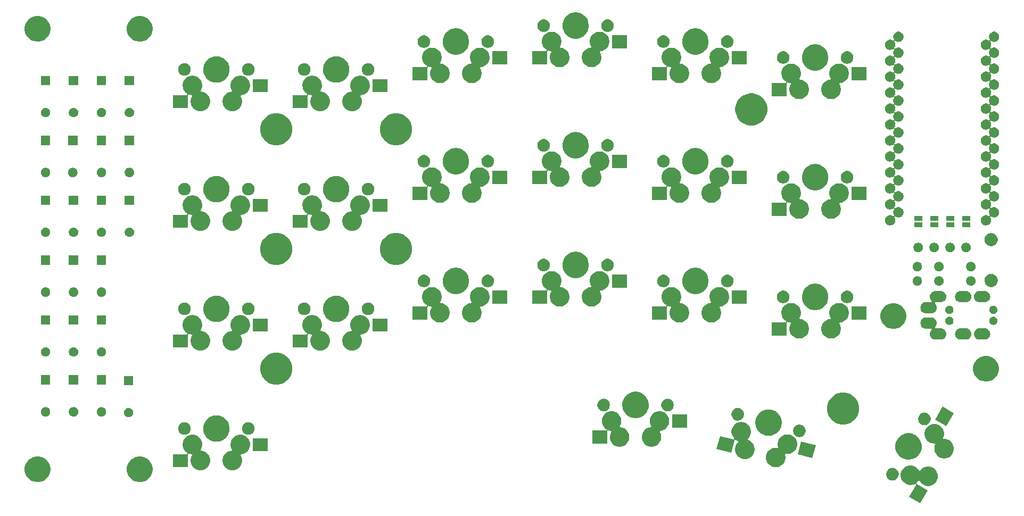
<source format=gbs>
G04 #@! TF.GenerationSoftware,KiCad,Pcbnew,(5.1.0)-1*
G04 #@! TF.CreationDate,2019-04-27T14:25:24+02:00*
G04 #@! TF.ProjectId,prkbd,70726b62-642e-46b6-9963-61645f706362,1*
G04 #@! TF.SameCoordinates,Original*
G04 #@! TF.FileFunction,Soldermask,Bot*
G04 #@! TF.FilePolarity,Negative*
%FSLAX46Y46*%
G04 Gerber Fmt 4.6, Leading zero omitted, Abs format (unit mm)*
G04 Created by KiCad (PCBNEW (5.1.0)-1) date 2019-04-27 14:25:24*
%MOMM*%
%LPD*%
G04 APERTURE LIST*
%ADD10C,0.100000*%
G04 APERTURE END LIST*
D10*
G36*
X184347290Y-137348359D02*
G01*
X184497115Y-137378161D01*
X184779379Y-137495078D01*
X185033410Y-137664816D01*
X185249446Y-137880852D01*
X185414973Y-138128581D01*
X185430515Y-138147518D01*
X185449456Y-138163063D01*
X185471067Y-138174614D01*
X185494516Y-138181727D01*
X185518902Y-138184129D01*
X185543288Y-138181727D01*
X185566737Y-138174614D01*
X185588348Y-138163063D01*
X185607290Y-138147517D01*
X185622826Y-138128586D01*
X185674668Y-138051000D01*
X185890704Y-137834964D01*
X186144735Y-137665226D01*
X186426999Y-137548309D01*
X186600970Y-137513704D01*
X186726648Y-137488705D01*
X187032170Y-137488705D01*
X187157848Y-137513704D01*
X187331819Y-137548309D01*
X187614083Y-137665226D01*
X187868114Y-137834964D01*
X188084150Y-138051000D01*
X188253888Y-138305031D01*
X188370805Y-138587295D01*
X188400607Y-138737120D01*
X188430409Y-138886944D01*
X188430409Y-139192466D01*
X188401558Y-139337508D01*
X188370805Y-139492115D01*
X188253888Y-139774379D01*
X188084150Y-140028410D01*
X187868114Y-140244446D01*
X187614083Y-140414184D01*
X187331819Y-140531101D01*
X187181994Y-140560903D01*
X187032170Y-140590705D01*
X186726648Y-140590705D01*
X186576824Y-140560903D01*
X186426999Y-140531101D01*
X186144735Y-140414184D01*
X185890704Y-140244446D01*
X185674668Y-140028410D01*
X185509141Y-139780681D01*
X185493599Y-139761744D01*
X185474658Y-139746199D01*
X185453047Y-139734648D01*
X185429598Y-139727535D01*
X185405212Y-139725133D01*
X185380826Y-139727535D01*
X185357377Y-139734648D01*
X185335766Y-139746199D01*
X185316824Y-139761745D01*
X185301288Y-139780676D01*
X185249446Y-139858262D01*
X185046089Y-140061619D01*
X185030553Y-140080550D01*
X185019002Y-140102161D01*
X185011889Y-140125610D01*
X185009487Y-140149996D01*
X185011889Y-140174382D01*
X185019002Y-140197831D01*
X185030553Y-140219442D01*
X185046098Y-140238384D01*
X185071983Y-140258245D01*
X186844743Y-141281748D01*
X185643743Y-143361942D01*
X183823357Y-142310942D01*
X184907157Y-140433745D01*
X184917270Y-140411425D01*
X184922835Y-140387561D01*
X184923636Y-140363070D01*
X184919645Y-140338893D01*
X184911013Y-140315959D01*
X184898073Y-140295150D01*
X184881323Y-140277266D01*
X184861405Y-140262993D01*
X184839085Y-140252880D01*
X184815221Y-140247315D01*
X184790730Y-140246514D01*
X184766553Y-140250505D01*
X184751082Y-140255757D01*
X184497115Y-140360953D01*
X184363347Y-140387561D01*
X184197466Y-140420557D01*
X183891944Y-140420557D01*
X183726063Y-140387561D01*
X183592295Y-140360953D01*
X183310031Y-140244036D01*
X183056000Y-140074298D01*
X182839964Y-139858262D01*
X182670226Y-139604231D01*
X182553309Y-139321967D01*
X182493705Y-139022317D01*
X182493705Y-138716797D01*
X182519465Y-138587295D01*
X182553309Y-138417148D01*
X182553309Y-138417147D01*
X182670226Y-138134883D01*
X182839964Y-137880852D01*
X183056000Y-137664816D01*
X183310031Y-137495078D01*
X183592295Y-137378161D01*
X183742120Y-137348359D01*
X183891944Y-137318557D01*
X184197466Y-137318557D01*
X184347290Y-137348359D01*
X184347290Y-137348359D01*
G37*
G36*
X62066254Y-135949818D02*
G01*
X62362654Y-136072591D01*
X62439513Y-136104427D01*
X62569520Y-136191295D01*
X62775436Y-136328884D01*
X63061116Y-136614564D01*
X63285574Y-136950489D01*
X63440182Y-137323746D01*
X63519000Y-137719993D01*
X63519000Y-138124007D01*
X63440182Y-138520254D01*
X63358771Y-138716797D01*
X63285573Y-138893513D01*
X63061116Y-139229436D01*
X62775436Y-139515116D01*
X62439513Y-139739573D01*
X62439512Y-139739574D01*
X62439511Y-139739574D01*
X62066254Y-139894182D01*
X61670007Y-139973000D01*
X61265993Y-139973000D01*
X60869746Y-139894182D01*
X60496489Y-139739574D01*
X60496488Y-139739574D01*
X60496487Y-139739573D01*
X60160564Y-139515116D01*
X59874884Y-139229436D01*
X59650427Y-138893513D01*
X59577229Y-138716797D01*
X59495818Y-138520254D01*
X59417000Y-138124007D01*
X59417000Y-137719993D01*
X59495818Y-137323746D01*
X59650426Y-136950489D01*
X59874884Y-136614564D01*
X60160564Y-136328884D01*
X60366480Y-136191295D01*
X60496487Y-136104427D01*
X60573346Y-136072591D01*
X60869746Y-135949818D01*
X61265993Y-135871000D01*
X61670007Y-135871000D01*
X62066254Y-135949818D01*
X62066254Y-135949818D01*
G37*
G36*
X45810254Y-135949818D02*
G01*
X46106654Y-136072591D01*
X46183513Y-136104427D01*
X46313520Y-136191295D01*
X46519436Y-136328884D01*
X46805116Y-136614564D01*
X47029574Y-136950489D01*
X47184182Y-137323746D01*
X47263000Y-137719993D01*
X47263000Y-138124007D01*
X47184182Y-138520254D01*
X47102771Y-138716797D01*
X47029573Y-138893513D01*
X46805116Y-139229436D01*
X46519436Y-139515116D01*
X46183513Y-139739573D01*
X46183512Y-139739574D01*
X46183511Y-139739574D01*
X45810254Y-139894182D01*
X45414007Y-139973000D01*
X45009993Y-139973000D01*
X44613746Y-139894182D01*
X44240489Y-139739574D01*
X44240488Y-139739574D01*
X44240487Y-139739573D01*
X43904564Y-139515116D01*
X43618884Y-139229436D01*
X43394427Y-138893513D01*
X43321229Y-138716797D01*
X43239818Y-138520254D01*
X43161000Y-138124007D01*
X43161000Y-137719993D01*
X43239818Y-137323746D01*
X43394426Y-136950489D01*
X43618884Y-136614564D01*
X43904564Y-136328884D01*
X44110480Y-136191295D01*
X44240487Y-136104427D01*
X44317346Y-136072591D01*
X44613746Y-135949818D01*
X45009993Y-135871000D01*
X45414007Y-135871000D01*
X45810254Y-135949818D01*
X45810254Y-135949818D01*
G37*
G36*
X181405285Y-137717643D02*
G01*
X181501981Y-137736877D01*
X181684151Y-137812335D01*
X181848100Y-137921882D01*
X181987527Y-138061309D01*
X182097074Y-138225258D01*
X182172532Y-138407428D01*
X182211000Y-138600819D01*
X182211000Y-138797999D01*
X182172532Y-138991390D01*
X182097074Y-139173560D01*
X181987527Y-139337509D01*
X181848100Y-139476936D01*
X181684151Y-139586483D01*
X181501981Y-139661941D01*
X181308591Y-139700409D01*
X181111409Y-139700409D01*
X180918019Y-139661941D01*
X180735849Y-139586483D01*
X180571900Y-139476936D01*
X180432473Y-139337509D01*
X180322926Y-139173560D01*
X180247468Y-138991390D01*
X180209000Y-138797999D01*
X180209000Y-138600819D01*
X180247468Y-138407428D01*
X180322926Y-138225258D01*
X180432473Y-138061309D01*
X180571900Y-137921882D01*
X180735849Y-137812335D01*
X180918019Y-137736877D01*
X181014715Y-137717643D01*
X181111409Y-137698409D01*
X181308591Y-137698409D01*
X181405285Y-137717643D01*
X181405285Y-137717643D01*
G37*
G36*
X70097772Y-132452900D02*
G01*
X70302410Y-132493605D01*
X70584674Y-132610522D01*
X70838705Y-132780260D01*
X71054741Y-132996296D01*
X71224479Y-133250327D01*
X71341396Y-133532591D01*
X71371198Y-133682416D01*
X71391960Y-133786791D01*
X71401000Y-133832241D01*
X71401000Y-134137761D01*
X71341396Y-134437411D01*
X71224479Y-134719675D01*
X71224478Y-134719676D01*
X71184077Y-134780141D01*
X71172526Y-134801752D01*
X71165413Y-134825201D01*
X71163011Y-134849587D01*
X71165413Y-134873973D01*
X71172526Y-134897422D01*
X71184078Y-134919032D01*
X71199623Y-134937974D01*
X71218565Y-134953519D01*
X71240176Y-134965070D01*
X71263624Y-134972183D01*
X71272759Y-134974000D01*
X71272760Y-134974000D01*
X71572410Y-135033604D01*
X71854674Y-135150521D01*
X72108705Y-135320259D01*
X72324741Y-135536295D01*
X72494479Y-135790326D01*
X72611396Y-136072590D01*
X72671000Y-136372240D01*
X72671000Y-136677760D01*
X72611396Y-136977410D01*
X72494479Y-137259674D01*
X72324741Y-137513705D01*
X72108705Y-137729741D01*
X71854674Y-137899479D01*
X71572410Y-138016396D01*
X71422585Y-138046198D01*
X71272761Y-138076000D01*
X70967239Y-138076000D01*
X70817415Y-138046198D01*
X70667590Y-138016396D01*
X70385326Y-137899479D01*
X70131295Y-137729741D01*
X69915259Y-137513705D01*
X69745521Y-137259674D01*
X69628604Y-136977410D01*
X69569000Y-136677760D01*
X69569000Y-136372240D01*
X69628604Y-136072590D01*
X69745521Y-135790326D01*
X69785923Y-135729860D01*
X69797474Y-135708249D01*
X69804587Y-135684800D01*
X69806989Y-135660414D01*
X69804587Y-135636028D01*
X69797474Y-135612579D01*
X69785922Y-135590969D01*
X69770377Y-135572027D01*
X69751435Y-135556482D01*
X69729824Y-135544931D01*
X69706376Y-135537818D01*
X69697241Y-135536001D01*
X69697240Y-135536001D01*
X69397590Y-135476397D01*
X69333829Y-135449987D01*
X69310385Y-135442875D01*
X69285999Y-135440473D01*
X69261613Y-135442875D01*
X69238164Y-135449988D01*
X69216553Y-135461539D01*
X69197611Y-135477084D01*
X69182066Y-135496026D01*
X69170515Y-135517637D01*
X69163402Y-135541086D01*
X69161000Y-135565472D01*
X69161000Y-137616000D01*
X66759000Y-137616000D01*
X66759000Y-135514000D01*
X68934516Y-135514000D01*
X68958902Y-135511598D01*
X68982351Y-135504485D01*
X69003962Y-135492934D01*
X69022904Y-135477389D01*
X69038449Y-135458447D01*
X69050000Y-135436836D01*
X69057113Y-135413387D01*
X69059515Y-135389001D01*
X69057113Y-135364615D01*
X69050000Y-135341166D01*
X69038449Y-135319555D01*
X69022904Y-135300613D01*
X69003969Y-135285073D01*
X68861295Y-135189742D01*
X68645259Y-134973706D01*
X68475521Y-134719675D01*
X68358604Y-134437411D01*
X68299000Y-134137761D01*
X68299000Y-133832241D01*
X68308041Y-133786791D01*
X68328802Y-133682416D01*
X68358604Y-133532591D01*
X68475521Y-133250327D01*
X68645259Y-132996296D01*
X68861295Y-132780260D01*
X69115326Y-132610522D01*
X69397590Y-132493605D01*
X69602228Y-132452900D01*
X69697239Y-132434001D01*
X70002761Y-132434001D01*
X70097772Y-132452900D01*
X70097772Y-132452900D01*
G37*
G36*
X77717777Y-132452900D02*
G01*
X77922410Y-132493604D01*
X78204674Y-132610521D01*
X78458705Y-132780259D01*
X78674741Y-132996295D01*
X78844479Y-133250326D01*
X78961396Y-133532590D01*
X78985067Y-133651591D01*
X79021000Y-133832239D01*
X79021000Y-134137761D01*
X79011030Y-134187885D01*
X78961396Y-134437410D01*
X78844479Y-134719674D01*
X78674741Y-134973705D01*
X78458705Y-135189741D01*
X78204674Y-135359479D01*
X77922410Y-135476396D01*
X77883302Y-135484175D01*
X77613623Y-135537818D01*
X77590174Y-135544931D01*
X77568563Y-135556482D01*
X77549621Y-135572028D01*
X77534076Y-135590969D01*
X77522525Y-135612580D01*
X77515412Y-135636029D01*
X77513010Y-135660415D01*
X77515412Y-135684801D01*
X77522525Y-135708250D01*
X77534070Y-135729849D01*
X77574479Y-135790326D01*
X77691396Y-136072590D01*
X77751000Y-136372240D01*
X77751000Y-136677760D01*
X77691396Y-136977410D01*
X77574479Y-137259674D01*
X77404741Y-137513705D01*
X77188705Y-137729741D01*
X76934674Y-137899479D01*
X76652410Y-138016396D01*
X76502585Y-138046198D01*
X76352761Y-138076000D01*
X76047239Y-138076000D01*
X75897415Y-138046198D01*
X75747590Y-138016396D01*
X75465326Y-137899479D01*
X75211295Y-137729741D01*
X74995259Y-137513705D01*
X74825521Y-137259674D01*
X74708604Y-136977410D01*
X74649000Y-136677760D01*
X74649000Y-136372240D01*
X74708604Y-136072590D01*
X74825521Y-135790326D01*
X74995259Y-135536295D01*
X75211295Y-135320259D01*
X75465326Y-135150521D01*
X75747590Y-135033604D01*
X75830662Y-135017080D01*
X76056377Y-134972182D01*
X76079826Y-134965069D01*
X76101437Y-134953518D01*
X76120379Y-134937972D01*
X76135924Y-134919031D01*
X76147475Y-134897420D01*
X76154588Y-134873971D01*
X76156990Y-134849585D01*
X76154588Y-134825199D01*
X76147475Y-134801750D01*
X76135930Y-134780151D01*
X76095521Y-134719674D01*
X75978604Y-134437410D01*
X75928970Y-134187885D01*
X75919000Y-134137761D01*
X75919000Y-133832239D01*
X75954933Y-133651591D01*
X75978604Y-133532590D01*
X76095521Y-133250326D01*
X76265259Y-132996295D01*
X76481295Y-132780259D01*
X76735326Y-132610521D01*
X77017590Y-132493604D01*
X77222223Y-132452900D01*
X77317239Y-132434000D01*
X77622761Y-132434000D01*
X77717777Y-132452900D01*
X77717777Y-132452900D01*
G37*
G36*
X164760956Y-132407532D02*
G01*
X164965187Y-132448156D01*
X165247451Y-132565073D01*
X165501482Y-132734811D01*
X165717518Y-132950847D01*
X165887256Y-133204878D01*
X166004173Y-133487142D01*
X166028005Y-133606955D01*
X166063777Y-133786791D01*
X166063777Y-134092313D01*
X166051411Y-134154479D01*
X166004173Y-134391962D01*
X165887256Y-134674226D01*
X165717518Y-134928257D01*
X165501482Y-135144293D01*
X165247451Y-135314031D01*
X164965187Y-135430948D01*
X164869466Y-135449988D01*
X164665538Y-135490552D01*
X164360016Y-135490552D01*
X164288850Y-135476396D01*
X164268508Y-135472350D01*
X164244124Y-135469948D01*
X164219738Y-135472350D01*
X164196289Y-135479463D01*
X164174679Y-135491014D01*
X164155737Y-135506559D01*
X164140191Y-135525501D01*
X164128640Y-135547112D01*
X164121527Y-135570561D01*
X164119125Y-135594947D01*
X164121527Y-135619333D01*
X164179651Y-135911543D01*
X164179651Y-136217064D01*
X164120047Y-136516714D01*
X164003130Y-136798978D01*
X163833392Y-137053009D01*
X163617356Y-137269045D01*
X163363325Y-137438783D01*
X163081061Y-137555700D01*
X162931236Y-137585502D01*
X162781412Y-137615304D01*
X162475890Y-137615304D01*
X162326066Y-137585502D01*
X162176241Y-137555700D01*
X161893977Y-137438783D01*
X161639946Y-137269045D01*
X161423910Y-137053009D01*
X161254172Y-136798978D01*
X161137255Y-136516714D01*
X161077651Y-136217064D01*
X161077651Y-135911544D01*
X161137255Y-135611894D01*
X161254172Y-135329630D01*
X161423910Y-135075599D01*
X161639946Y-134859563D01*
X161893977Y-134689825D01*
X162176241Y-134572908D01*
X162326066Y-134543106D01*
X162475890Y-134513304D01*
X162781412Y-134513304D01*
X162833024Y-134523570D01*
X162872920Y-134531506D01*
X162897304Y-134533908D01*
X162921690Y-134531506D01*
X162945139Y-134524393D01*
X162966749Y-134512842D01*
X162985691Y-134497297D01*
X163001237Y-134478355D01*
X163012788Y-134456744D01*
X163019901Y-134433295D01*
X163022303Y-134408909D01*
X163019901Y-134384523D01*
X162961777Y-134092313D01*
X162961777Y-133786791D01*
X162997549Y-133606955D01*
X163021381Y-133487142D01*
X163138298Y-133204878D01*
X163308036Y-132950847D01*
X163524072Y-132734811D01*
X163778103Y-132565073D01*
X164060367Y-132448156D01*
X164264598Y-132407532D01*
X164360016Y-132388552D01*
X164665538Y-132388552D01*
X164760956Y-132407532D01*
X164760956Y-132407532D01*
G37*
G36*
X184227536Y-132252827D02*
G01*
X184362839Y-132279740D01*
X184625534Y-132388552D01*
X184735256Y-132434000D01*
X184745197Y-132438118D01*
X184828239Y-132493605D01*
X185089309Y-132668046D01*
X185381954Y-132960691D01*
X185466279Y-133086893D01*
X185611882Y-133304803D01*
X185744884Y-133625897D01*
X185770260Y-133687162D01*
X185851000Y-134093068D01*
X185851000Y-134506932D01*
X185833135Y-134596743D01*
X185770260Y-134912839D01*
X185611882Y-135295197D01*
X185588873Y-135329632D01*
X185381954Y-135639309D01*
X185089309Y-135931954D01*
X184965360Y-136014774D01*
X184745197Y-136161882D01*
X184362839Y-136320260D01*
X184227536Y-136347173D01*
X183956932Y-136401000D01*
X183543068Y-136401000D01*
X183272464Y-136347173D01*
X183137161Y-136320260D01*
X182754803Y-136161882D01*
X182534640Y-136014774D01*
X182410691Y-135931954D01*
X182118046Y-135639309D01*
X181911127Y-135329632D01*
X181888118Y-135295197D01*
X181729740Y-134912839D01*
X181666865Y-134596743D01*
X181649000Y-134506932D01*
X181649000Y-134093068D01*
X181729740Y-133687162D01*
X181755117Y-133625897D01*
X181888118Y-133304803D01*
X182033721Y-133086893D01*
X182118046Y-132960691D01*
X182410691Y-132668046D01*
X182671761Y-132493605D01*
X182754803Y-132438118D01*
X182764745Y-132434000D01*
X182874466Y-132388552D01*
X183137161Y-132279740D01*
X183272464Y-132252827D01*
X183543068Y-132199000D01*
X183956932Y-132199000D01*
X184227536Y-132252827D01*
X184227536Y-132252827D01*
G37*
G36*
X157444178Y-130444000D02*
G01*
X157604832Y-130475956D01*
X157887096Y-130592873D01*
X158141127Y-130762611D01*
X158357163Y-130978647D01*
X158526901Y-131232678D01*
X158643818Y-131514942D01*
X158651908Y-131555613D01*
X158703422Y-131814591D01*
X158703422Y-132120113D01*
X158687730Y-132199000D01*
X158643818Y-132419762D01*
X158526901Y-132702026D01*
X158357163Y-132956057D01*
X158222251Y-133090969D01*
X158206715Y-133109900D01*
X158195164Y-133131511D01*
X158188051Y-133154960D01*
X158185649Y-133179346D01*
X158188051Y-133203732D01*
X158195164Y-133227181D01*
X158206715Y-133248792D01*
X158222260Y-133267734D01*
X158241202Y-133283279D01*
X158262804Y-133294825D01*
X158456422Y-133375024D01*
X158710453Y-133544762D01*
X158926489Y-133760798D01*
X159096227Y-134014829D01*
X159213144Y-134297093D01*
X159230535Y-134384523D01*
X159272748Y-134596742D01*
X159272748Y-134902264D01*
X159265645Y-134937972D01*
X159213144Y-135201913D01*
X159096227Y-135484177D01*
X158926489Y-135738208D01*
X158710453Y-135954244D01*
X158456422Y-136123982D01*
X158174158Y-136240899D01*
X158024333Y-136270701D01*
X157874509Y-136300503D01*
X157568987Y-136300503D01*
X157419163Y-136270701D01*
X157269338Y-136240899D01*
X156987074Y-136123982D01*
X156733043Y-135954244D01*
X156517007Y-135738208D01*
X156347269Y-135484177D01*
X156230352Y-135201913D01*
X156177851Y-134937972D01*
X156170748Y-134902264D01*
X156170748Y-134596742D01*
X156212961Y-134384523D01*
X156230352Y-134297093D01*
X156347269Y-134014829D01*
X156517007Y-133760798D01*
X156651919Y-133625886D01*
X156667455Y-133606955D01*
X156679006Y-133585344D01*
X156686119Y-133561895D01*
X156688521Y-133537509D01*
X156686119Y-133513123D01*
X156679006Y-133489674D01*
X156667455Y-133468063D01*
X156651910Y-133449121D01*
X156632968Y-133433576D01*
X156611366Y-133422030D01*
X156417748Y-133341831D01*
X156268539Y-133242133D01*
X156246934Y-133230585D01*
X156223485Y-133223472D01*
X156199099Y-133221070D01*
X156174713Y-133223472D01*
X156151264Y-133230585D01*
X156129653Y-133242136D01*
X156110711Y-133257682D01*
X156095166Y-133276623D01*
X156083615Y-133298234D01*
X156078361Y-133313711D01*
X155547127Y-135296302D01*
X153226973Y-134674618D01*
X153771011Y-132644242D01*
X155867848Y-133206088D01*
X155892023Y-133210079D01*
X155916514Y-133209278D01*
X155940378Y-133203713D01*
X155962697Y-133193600D01*
X155982616Y-133179327D01*
X155999366Y-133161443D01*
X156012306Y-133140634D01*
X156020938Y-133117700D01*
X156024929Y-133093523D01*
X156024128Y-133069032D01*
X156018563Y-133045168D01*
X156008450Y-133022849D01*
X155988593Y-132996969D01*
X155947681Y-132956057D01*
X155777943Y-132702026D01*
X155661026Y-132419762D01*
X155617114Y-132199000D01*
X155601422Y-132120113D01*
X155601422Y-131814591D01*
X155652936Y-131555613D01*
X155661026Y-131514942D01*
X155777943Y-131232678D01*
X155947681Y-130978647D01*
X156163717Y-130762611D01*
X156417748Y-130592873D01*
X156700012Y-130475956D01*
X156860666Y-130444000D01*
X156999661Y-130416352D01*
X157305183Y-130416352D01*
X157444178Y-130444000D01*
X157444178Y-130444000D01*
G37*
G36*
X188157290Y-130749245D02*
G01*
X188307115Y-130779047D01*
X188589379Y-130895964D01*
X188843410Y-131065702D01*
X189059446Y-131281738D01*
X189229184Y-131535769D01*
X189346101Y-131818033D01*
X189360621Y-131891029D01*
X189405705Y-132117682D01*
X189405705Y-132423204D01*
X189400742Y-132448156D01*
X189346101Y-132722853D01*
X189265906Y-132916461D01*
X189258793Y-132939910D01*
X189256391Y-132964296D01*
X189258793Y-132988682D01*
X189265906Y-133012131D01*
X189277457Y-133033742D01*
X189293002Y-133052684D01*
X189311944Y-133068229D01*
X189333555Y-133079780D01*
X189357004Y-133086893D01*
X189381390Y-133089295D01*
X189572170Y-133089295D01*
X189714971Y-133117700D01*
X189871819Y-133148899D01*
X190154083Y-133265816D01*
X190408114Y-133435554D01*
X190624150Y-133651590D01*
X190793888Y-133905621D01*
X190910805Y-134187885D01*
X190910805Y-134187886D01*
X190970409Y-134487534D01*
X190970409Y-134793056D01*
X190949650Y-134897420D01*
X190910805Y-135092705D01*
X190793888Y-135374969D01*
X190624150Y-135629000D01*
X190408114Y-135845036D01*
X190154083Y-136014774D01*
X189871819Y-136131691D01*
X189721994Y-136161493D01*
X189572170Y-136191295D01*
X189266648Y-136191295D01*
X189116824Y-136161493D01*
X188966999Y-136131691D01*
X188684735Y-136014774D01*
X188430704Y-135845036D01*
X188214668Y-135629000D01*
X188044930Y-135374969D01*
X187928013Y-135092705D01*
X187889168Y-134897420D01*
X187868409Y-134793056D01*
X187868409Y-134487534D01*
X187928013Y-134187886D01*
X187941851Y-134154479D01*
X188008209Y-133994274D01*
X188015321Y-133970828D01*
X188017723Y-133946442D01*
X188015321Y-133922056D01*
X188008208Y-133898607D01*
X187996657Y-133876996D01*
X187981112Y-133858054D01*
X187962170Y-133842509D01*
X187940559Y-133830958D01*
X187917110Y-133823845D01*
X187892724Y-133821443D01*
X187701944Y-133821443D01*
X187552120Y-133791641D01*
X187402295Y-133761839D01*
X187120031Y-133644922D01*
X186866000Y-133475184D01*
X186649964Y-133259148D01*
X186480226Y-133005117D01*
X186363309Y-132722853D01*
X186308668Y-132448156D01*
X186303705Y-132423204D01*
X186303705Y-132117682D01*
X186348789Y-131891029D01*
X186363309Y-131818033D01*
X186480226Y-131535769D01*
X186649964Y-131281738D01*
X186866000Y-131065702D01*
X187120031Y-130895964D01*
X187402295Y-130779047D01*
X187552120Y-130749245D01*
X187701944Y-130719443D01*
X188007466Y-130719443D01*
X188157290Y-130749245D01*
X188157290Y-130749245D01*
G37*
G36*
X169015824Y-134099476D02*
G01*
X168471786Y-136129852D01*
X166151632Y-135508168D01*
X166695670Y-133477792D01*
X169015824Y-134099476D01*
X169015824Y-134099476D01*
G37*
G36*
X81861000Y-135076000D02*
G01*
X79459000Y-135076000D01*
X79459000Y-132974000D01*
X81861000Y-132974000D01*
X81861000Y-135076000D01*
X81861000Y-135076000D01*
G37*
G36*
X144408603Y-128711048D02*
G01*
X144597410Y-128748604D01*
X144879674Y-128865521D01*
X145133705Y-129035259D01*
X145349741Y-129251295D01*
X145519479Y-129505326D01*
X145636396Y-129787590D01*
X145641460Y-129813047D01*
X145696000Y-130087239D01*
X145696000Y-130392761D01*
X145684653Y-130449805D01*
X145636396Y-130692410D01*
X145519479Y-130974674D01*
X145349741Y-131228705D01*
X145133705Y-131444741D01*
X144879674Y-131614479D01*
X144597410Y-131731396D01*
X144569337Y-131736980D01*
X144288623Y-131792818D01*
X144265174Y-131799931D01*
X144243563Y-131811482D01*
X144224621Y-131827028D01*
X144209076Y-131845969D01*
X144197525Y-131867580D01*
X144190412Y-131891029D01*
X144188010Y-131915415D01*
X144190412Y-131939801D01*
X144197525Y-131963250D01*
X144209070Y-131984849D01*
X144249479Y-132045326D01*
X144366396Y-132327590D01*
X144366396Y-132327591D01*
X144426000Y-132627239D01*
X144426000Y-132932761D01*
X144403641Y-133045168D01*
X144366396Y-133232410D01*
X144249479Y-133514674D01*
X144079741Y-133768705D01*
X143863705Y-133984741D01*
X143609674Y-134154479D01*
X143327410Y-134271396D01*
X143198222Y-134297093D01*
X143027761Y-134331000D01*
X142722239Y-134331000D01*
X142551778Y-134297093D01*
X142422590Y-134271396D01*
X142140326Y-134154479D01*
X141886295Y-133984741D01*
X141670259Y-133768705D01*
X141500521Y-133514674D01*
X141383604Y-133232410D01*
X141346359Y-133045168D01*
X141324000Y-132932761D01*
X141324000Y-132627239D01*
X141383604Y-132327591D01*
X141383604Y-132327590D01*
X141500521Y-132045326D01*
X141670259Y-131791295D01*
X141886295Y-131575259D01*
X142140326Y-131405521D01*
X142422590Y-131288604D01*
X142505662Y-131272080D01*
X142731377Y-131227182D01*
X142754826Y-131220069D01*
X142776437Y-131208518D01*
X142795379Y-131192972D01*
X142810924Y-131174031D01*
X142822475Y-131152420D01*
X142829588Y-131128971D01*
X142831990Y-131104585D01*
X142829588Y-131080199D01*
X142822475Y-131056750D01*
X142810930Y-131035151D01*
X142770521Y-130974674D01*
X142653604Y-130692410D01*
X142605347Y-130449805D01*
X142594000Y-130392761D01*
X142594000Y-130087239D01*
X142648540Y-129813047D01*
X142653604Y-129787590D01*
X142770521Y-129505326D01*
X142940259Y-129251295D01*
X143156295Y-129035259D01*
X143410326Y-128865521D01*
X143692590Y-128748604D01*
X143881397Y-128711048D01*
X143992239Y-128689000D01*
X144297761Y-128689000D01*
X144408603Y-128711048D01*
X144408603Y-128711048D01*
G37*
G36*
X136788598Y-128711048D02*
G01*
X136977410Y-128748605D01*
X137259674Y-128865522D01*
X137513705Y-129035260D01*
X137729741Y-129251296D01*
X137899479Y-129505327D01*
X138016396Y-129787591D01*
X138023499Y-129823299D01*
X138076000Y-130087240D01*
X138076000Y-130392762D01*
X138065808Y-130444000D01*
X138016396Y-130692411D01*
X137899479Y-130974675D01*
X137899478Y-130974676D01*
X137859077Y-131035141D01*
X137847526Y-131056752D01*
X137840413Y-131080201D01*
X137838011Y-131104587D01*
X137840413Y-131128973D01*
X137847526Y-131152422D01*
X137859078Y-131174032D01*
X137874623Y-131192974D01*
X137893565Y-131208519D01*
X137915176Y-131220070D01*
X137938624Y-131227183D01*
X137947759Y-131229000D01*
X137947760Y-131229000D01*
X138247410Y-131288604D01*
X138529674Y-131405521D01*
X138783705Y-131575259D01*
X138999741Y-131791295D01*
X139169479Y-132045326D01*
X139286396Y-132327590D01*
X139286396Y-132327591D01*
X139346000Y-132627239D01*
X139346000Y-132932761D01*
X139323641Y-133045168D01*
X139286396Y-133232410D01*
X139169479Y-133514674D01*
X138999741Y-133768705D01*
X138783705Y-133984741D01*
X138529674Y-134154479D01*
X138247410Y-134271396D01*
X138118222Y-134297093D01*
X137947761Y-134331000D01*
X137642239Y-134331000D01*
X137471778Y-134297093D01*
X137342590Y-134271396D01*
X137060326Y-134154479D01*
X136806295Y-133984741D01*
X136590259Y-133768705D01*
X136420521Y-133514674D01*
X136303604Y-133232410D01*
X136266359Y-133045168D01*
X136244000Y-132932761D01*
X136244000Y-132627239D01*
X136303604Y-132327591D01*
X136303604Y-132327590D01*
X136420521Y-132045326D01*
X136460923Y-131984860D01*
X136472474Y-131963249D01*
X136479587Y-131939800D01*
X136481989Y-131915414D01*
X136479587Y-131891028D01*
X136472474Y-131867579D01*
X136460922Y-131845969D01*
X136445377Y-131827027D01*
X136426435Y-131811482D01*
X136404824Y-131799931D01*
X136381376Y-131792818D01*
X136372241Y-131791001D01*
X136372240Y-131791001D01*
X136072590Y-131731397D01*
X136008829Y-131704987D01*
X135985385Y-131697875D01*
X135960999Y-131695473D01*
X135936613Y-131697875D01*
X135913164Y-131704988D01*
X135891553Y-131716539D01*
X135872611Y-131732084D01*
X135857066Y-131751026D01*
X135845515Y-131772637D01*
X135838402Y-131796086D01*
X135836000Y-131820472D01*
X135836000Y-133871000D01*
X133434000Y-133871000D01*
X133434000Y-131769000D01*
X135609516Y-131769000D01*
X135633902Y-131766598D01*
X135657351Y-131759485D01*
X135678962Y-131747934D01*
X135697904Y-131732389D01*
X135713449Y-131713447D01*
X135725000Y-131691836D01*
X135732113Y-131668387D01*
X135734515Y-131644001D01*
X135732113Y-131619615D01*
X135725000Y-131596166D01*
X135713449Y-131574555D01*
X135697904Y-131555613D01*
X135678969Y-131540073D01*
X135536295Y-131444742D01*
X135320259Y-131228706D01*
X135150521Y-130974675D01*
X135033604Y-130692411D01*
X134984192Y-130444000D01*
X134974000Y-130392762D01*
X134974000Y-130087240D01*
X135026501Y-129823299D01*
X135033604Y-129787591D01*
X135150521Y-129505327D01*
X135320259Y-129251296D01*
X135536295Y-129035260D01*
X135790326Y-128865522D01*
X136072590Y-128748605D01*
X136261402Y-128711048D01*
X136372239Y-128689001D01*
X136677761Y-128689001D01*
X136788598Y-128711048D01*
X136788598Y-128711048D01*
G37*
G36*
X74137536Y-129397827D02*
G01*
X74272839Y-129424740D01*
X74467393Y-129505327D01*
X74624805Y-129570529D01*
X74655197Y-129583118D01*
X74769283Y-129659348D01*
X74999309Y-129813046D01*
X75291954Y-130105691D01*
X75350005Y-130192571D01*
X75521882Y-130449803D01*
X75669797Y-130806900D01*
X75680260Y-130832162D01*
X75761000Y-131238068D01*
X75761000Y-131651932D01*
X75718105Y-131867579D01*
X75680260Y-132057839D01*
X75584531Y-132288950D01*
X75524449Y-132434001D01*
X75521882Y-132440197D01*
X75420231Y-132592328D01*
X75291954Y-132784309D01*
X74999309Y-133076954D01*
X74938328Y-133117700D01*
X74655197Y-133306882D01*
X74272839Y-133465260D01*
X74222947Y-133475184D01*
X73866932Y-133546000D01*
X73453068Y-133546000D01*
X73097053Y-133475184D01*
X73047161Y-133465260D01*
X72664803Y-133306882D01*
X72381672Y-133117700D01*
X72320691Y-133076954D01*
X72028046Y-132784309D01*
X71899769Y-132592328D01*
X71798118Y-132440197D01*
X71795552Y-132434001D01*
X71735469Y-132288950D01*
X71639740Y-132057839D01*
X71601895Y-131867579D01*
X71559000Y-131651932D01*
X71559000Y-131238068D01*
X71639740Y-130832162D01*
X71650204Y-130806900D01*
X71798118Y-130449803D01*
X71969995Y-130192571D01*
X72028046Y-130105691D01*
X72320691Y-129813046D01*
X72550717Y-129659348D01*
X72664803Y-129583118D01*
X72695196Y-129570529D01*
X72852607Y-129505327D01*
X73047161Y-129424740D01*
X73182464Y-129397827D01*
X73453068Y-129344000D01*
X73866932Y-129344000D01*
X74137536Y-129397827D01*
X74137536Y-129397827D01*
G37*
G36*
X166531685Y-130821000D02*
G01*
X166688884Y-130852269D01*
X166871054Y-130927727D01*
X167035003Y-131037274D01*
X167174430Y-131176701D01*
X167215435Y-131238070D01*
X167283978Y-131340652D01*
X167286363Y-131346410D01*
X167359435Y-131522820D01*
X167365958Y-131555613D01*
X167397903Y-131716210D01*
X167397903Y-131913392D01*
X167396758Y-131919149D01*
X167359435Y-132106782D01*
X167283977Y-132288952D01*
X167174430Y-132452901D01*
X167035003Y-132592328D01*
X166871054Y-132701875D01*
X166871053Y-132701876D01*
X166871052Y-132701876D01*
X166820412Y-132722852D01*
X166688884Y-132777333D01*
X166653813Y-132784309D01*
X166495494Y-132815801D01*
X166298312Y-132815801D01*
X166139993Y-132784309D01*
X166104922Y-132777333D01*
X165973394Y-132722852D01*
X165922754Y-132701876D01*
X165922753Y-132701876D01*
X165922752Y-132701875D01*
X165758803Y-132592328D01*
X165619376Y-132452901D01*
X165509829Y-132288952D01*
X165434371Y-132106782D01*
X165397048Y-131919149D01*
X165395903Y-131913392D01*
X165395903Y-131716210D01*
X165427848Y-131555613D01*
X165434371Y-131522820D01*
X165507443Y-131346410D01*
X165509828Y-131340652D01*
X165578371Y-131238070D01*
X165619376Y-131176701D01*
X165758803Y-131037274D01*
X165922752Y-130927727D01*
X166104922Y-130852269D01*
X166262121Y-130821000D01*
X166298312Y-130813801D01*
X166495494Y-130813801D01*
X166531685Y-130821000D01*
X166531685Y-130821000D01*
G37*
G36*
X161967536Y-128452827D02*
G01*
X162102839Y-128479740D01*
X162485197Y-128638118D01*
X162583844Y-128704032D01*
X162825532Y-128865522D01*
X162829310Y-128868047D01*
X163121953Y-129160690D01*
X163340882Y-129488340D01*
X163351883Y-129504805D01*
X163352100Y-129505329D01*
X163510260Y-129887161D01*
X163525291Y-129962726D01*
X163591000Y-130293068D01*
X163591000Y-130706932D01*
X163553399Y-130895964D01*
X163510260Y-131112839D01*
X163351882Y-131495197D01*
X163252454Y-131644001D01*
X163121954Y-131839309D01*
X162829309Y-132131954D01*
X162658420Y-132246138D01*
X162485197Y-132361882D01*
X162102839Y-132520260D01*
X161967536Y-132547173D01*
X161696932Y-132601000D01*
X161283068Y-132601000D01*
X161012464Y-132547173D01*
X160877161Y-132520260D01*
X160494803Y-132361882D01*
X160321580Y-132246138D01*
X160150691Y-132131954D01*
X159858046Y-131839309D01*
X159727546Y-131644001D01*
X159628118Y-131495197D01*
X159469740Y-131112839D01*
X159426601Y-130895964D01*
X159389000Y-130706932D01*
X159389000Y-130293068D01*
X159454709Y-129962726D01*
X159469740Y-129887161D01*
X159627900Y-129505329D01*
X159628117Y-129504805D01*
X159639119Y-129488340D01*
X159858047Y-129160690D01*
X160150690Y-128868047D01*
X160154469Y-128865522D01*
X160396156Y-128704032D01*
X160494803Y-128638118D01*
X160877161Y-128479740D01*
X161012464Y-128452827D01*
X161283068Y-128399000D01*
X161696932Y-128399000D01*
X161967536Y-128452827D01*
X161967536Y-128452827D01*
G37*
G36*
X68707764Y-130449803D02*
G01*
X68871981Y-130482468D01*
X69054151Y-130557926D01*
X69218100Y-130667473D01*
X69357527Y-130806900D01*
X69467074Y-130970849D01*
X69467075Y-130970851D01*
X69489175Y-131024205D01*
X69542532Y-131153019D01*
X69553571Y-131208518D01*
X69581000Y-131346409D01*
X69581000Y-131543591D01*
X69570542Y-131596166D01*
X69542532Y-131736981D01*
X69497387Y-131845969D01*
X69469460Y-131913392D01*
X69467074Y-131919151D01*
X69357527Y-132083100D01*
X69218100Y-132222527D01*
X69054151Y-132332074D01*
X68871981Y-132407532D01*
X68793198Y-132423203D01*
X68678591Y-132446000D01*
X68481409Y-132446000D01*
X68366802Y-132423203D01*
X68288019Y-132407532D01*
X68105849Y-132332074D01*
X67941900Y-132222527D01*
X67802473Y-132083100D01*
X67692926Y-131919151D01*
X67690541Y-131913392D01*
X67662613Y-131845969D01*
X67617468Y-131736981D01*
X67589458Y-131596166D01*
X67579000Y-131543591D01*
X67579000Y-131346409D01*
X67606429Y-131208518D01*
X67617468Y-131153019D01*
X67670825Y-131024205D01*
X67692925Y-130970851D01*
X67692926Y-130970849D01*
X67802473Y-130806900D01*
X67941900Y-130667473D01*
X68105849Y-130557926D01*
X68288019Y-130482468D01*
X68452236Y-130449803D01*
X68481409Y-130444000D01*
X68678591Y-130444000D01*
X68707764Y-130449803D01*
X68707764Y-130449803D01*
G37*
G36*
X78867764Y-130449803D02*
G01*
X79031981Y-130482468D01*
X79214151Y-130557926D01*
X79378100Y-130667473D01*
X79517527Y-130806900D01*
X79627074Y-130970849D01*
X79627075Y-130970851D01*
X79649175Y-131024205D01*
X79702532Y-131153019D01*
X79713571Y-131208518D01*
X79741000Y-131346409D01*
X79741000Y-131543591D01*
X79730542Y-131596166D01*
X79702532Y-131736981D01*
X79657387Y-131845969D01*
X79629460Y-131913392D01*
X79627074Y-131919151D01*
X79517527Y-132083100D01*
X79378100Y-132222527D01*
X79214151Y-132332074D01*
X79031981Y-132407532D01*
X78953198Y-132423203D01*
X78838591Y-132446000D01*
X78641409Y-132446000D01*
X78526802Y-132423203D01*
X78448019Y-132407532D01*
X78265849Y-132332074D01*
X78101900Y-132222527D01*
X77962473Y-132083100D01*
X77852926Y-131919151D01*
X77850541Y-131913392D01*
X77822613Y-131845969D01*
X77777468Y-131736981D01*
X77749458Y-131596166D01*
X77739000Y-131543591D01*
X77739000Y-131346409D01*
X77766429Y-131208518D01*
X77777468Y-131153019D01*
X77830825Y-131024205D01*
X77852925Y-130970851D01*
X77852926Y-130970849D01*
X77962473Y-130806900D01*
X78101900Y-130667473D01*
X78265849Y-130557926D01*
X78448019Y-130482468D01*
X78612236Y-130449803D01*
X78641409Y-130444000D01*
X78838591Y-130444000D01*
X78867764Y-130449803D01*
X78867764Y-130449803D01*
G37*
G36*
X148536000Y-131331000D02*
G01*
X146134000Y-131331000D01*
X146134000Y-129229000D01*
X148536000Y-129229000D01*
X148536000Y-131331000D01*
X148536000Y-131331000D01*
G37*
G36*
X190995039Y-129013225D02*
G01*
X189794039Y-131093419D01*
X187973653Y-130042419D01*
X189174653Y-127962225D01*
X190995039Y-129013225D01*
X190995039Y-129013225D01*
G37*
G36*
X186485285Y-128918825D02*
G01*
X186581981Y-128938059D01*
X186764151Y-129013517D01*
X186928100Y-129123064D01*
X187067527Y-129262491D01*
X187177074Y-129426440D01*
X187241973Y-129583118D01*
X187252532Y-129608611D01*
X187291000Y-129802000D01*
X187291000Y-129999182D01*
X187276461Y-130072273D01*
X187252532Y-130192572D01*
X187177074Y-130374742D01*
X187067527Y-130538691D01*
X186928100Y-130678118D01*
X186764151Y-130787665D01*
X186581981Y-130863123D01*
X186388591Y-130901591D01*
X186191409Y-130901591D01*
X185998019Y-130863123D01*
X185815849Y-130787665D01*
X185651900Y-130678118D01*
X185512473Y-130538691D01*
X185402926Y-130374742D01*
X185327468Y-130192572D01*
X185303539Y-130072273D01*
X185289000Y-129999182D01*
X185289000Y-129802000D01*
X185327468Y-129608611D01*
X185338028Y-129583118D01*
X185402926Y-129426440D01*
X185512473Y-129262491D01*
X185651900Y-129123064D01*
X185815849Y-129013517D01*
X185998019Y-128938059D01*
X186094715Y-128918825D01*
X186191409Y-128899591D01*
X186388591Y-128899591D01*
X186485285Y-128918825D01*
X186485285Y-128918825D01*
G37*
G36*
X174099098Y-125817033D02*
G01*
X174563350Y-126009332D01*
X174563352Y-126009333D01*
X174981168Y-126288509D01*
X175336491Y-126643832D01*
X175449475Y-126812925D01*
X175615668Y-127061650D01*
X175807967Y-127525902D01*
X175906000Y-128018747D01*
X175906000Y-128521253D01*
X175807967Y-129014098D01*
X175615668Y-129478350D01*
X175615667Y-129478352D01*
X175336491Y-129896168D01*
X174981168Y-130251491D01*
X174563352Y-130530667D01*
X174563351Y-130530668D01*
X174563350Y-130530668D01*
X174099098Y-130722967D01*
X173606253Y-130821000D01*
X173103747Y-130821000D01*
X172610902Y-130722967D01*
X172146650Y-130530668D01*
X172146649Y-130530668D01*
X172146648Y-130530667D01*
X171728832Y-130251491D01*
X171373509Y-129896168D01*
X171094333Y-129478352D01*
X171094332Y-129478350D01*
X170902033Y-129014098D01*
X170804000Y-128521253D01*
X170804000Y-128018747D01*
X170902033Y-127525902D01*
X171094332Y-127061650D01*
X171260525Y-126812925D01*
X171373509Y-126643832D01*
X171728832Y-126288509D01*
X172146648Y-126009333D01*
X172146650Y-126009332D01*
X172610902Y-125817033D01*
X173103747Y-125719000D01*
X173606253Y-125719000D01*
X174099098Y-125817033D01*
X174099098Y-125817033D01*
G37*
G36*
X156734273Y-128194659D02*
G01*
X156875078Y-128222667D01*
X157057248Y-128298125D01*
X157221197Y-128407672D01*
X157360624Y-128547099D01*
X157470171Y-128711048D01*
X157545629Y-128893218D01*
X157554548Y-128938059D01*
X157574689Y-129039309D01*
X157584097Y-129086609D01*
X157584097Y-129283789D01*
X157545629Y-129477180D01*
X157470171Y-129659350D01*
X157360624Y-129823299D01*
X157221197Y-129962726D01*
X157057248Y-130072273D01*
X157057247Y-130072274D01*
X157057246Y-130072274D01*
X157003892Y-130094374D01*
X156875078Y-130147731D01*
X156681688Y-130186199D01*
X156484506Y-130186199D01*
X156291116Y-130147731D01*
X156162302Y-130094374D01*
X156108948Y-130072274D01*
X156108947Y-130072274D01*
X156108946Y-130072273D01*
X155944997Y-129962726D01*
X155805570Y-129823299D01*
X155696023Y-129659350D01*
X155620565Y-129477180D01*
X155582097Y-129283789D01*
X155582097Y-129086609D01*
X155591506Y-129039309D01*
X155611646Y-128938059D01*
X155620565Y-128893218D01*
X155696023Y-128711048D01*
X155805570Y-128547099D01*
X155944997Y-128407672D01*
X156108946Y-128298125D01*
X156291116Y-128222667D01*
X156431921Y-128194659D01*
X156484506Y-128184199D01*
X156681688Y-128184199D01*
X156734273Y-128194659D01*
X156734273Y-128194659D01*
G37*
G36*
X140812536Y-125652827D02*
G01*
X140947839Y-125679740D01*
X141218206Y-125791730D01*
X141279294Y-125817033D01*
X141330197Y-125838118D01*
X141503420Y-125953862D01*
X141586439Y-126009333D01*
X141674310Y-126068047D01*
X141966953Y-126360690D01*
X142196882Y-126704803D01*
X142344797Y-127061900D01*
X142355260Y-127087162D01*
X142436000Y-127493068D01*
X142436000Y-127906932D01*
X142413758Y-128018748D01*
X142355260Y-128312839D01*
X142287044Y-128477527D01*
X142199449Y-128689001D01*
X142196882Y-128695197D01*
X142161196Y-128748605D01*
X141966954Y-129039309D01*
X141674309Y-129331954D01*
X141532900Y-129426440D01*
X141330197Y-129561882D01*
X141330196Y-129561883D01*
X141330195Y-129561883D01*
X141278931Y-129583117D01*
X140947839Y-129720260D01*
X140812536Y-129747173D01*
X140541932Y-129801000D01*
X140128068Y-129801000D01*
X139857464Y-129747173D01*
X139722161Y-129720260D01*
X139391069Y-129583117D01*
X139339805Y-129561883D01*
X139339804Y-129561883D01*
X139339803Y-129561882D01*
X139137100Y-129426440D01*
X138995691Y-129331954D01*
X138703046Y-129039309D01*
X138508804Y-128748605D01*
X138473118Y-128695197D01*
X138470552Y-128689001D01*
X138382956Y-128477527D01*
X138314740Y-128312839D01*
X138256242Y-128018748D01*
X138234000Y-127906932D01*
X138234000Y-127493068D01*
X138314740Y-127087162D01*
X138325204Y-127061900D01*
X138473118Y-126704803D01*
X138703047Y-126360690D01*
X138995690Y-126068047D01*
X139083562Y-126009333D01*
X139166580Y-125953862D01*
X139339803Y-125838118D01*
X139390707Y-125817033D01*
X139451794Y-125791730D01*
X139722161Y-125679740D01*
X139857464Y-125652827D01*
X140128068Y-125599000D01*
X140541932Y-125599000D01*
X140812536Y-125652827D01*
X140812536Y-125652827D01*
G37*
G36*
X59909059Y-128182860D02*
G01*
X60005162Y-128222667D01*
X60045732Y-128239472D01*
X60168735Y-128321660D01*
X60273340Y-128426265D01*
X60354079Y-128547100D01*
X60355529Y-128549270D01*
X60412140Y-128685941D01*
X60441000Y-128831032D01*
X60441000Y-128978968D01*
X60412140Y-129124059D01*
X60357185Y-129256733D01*
X60355528Y-129260732D01*
X60273340Y-129383735D01*
X60168735Y-129488340D01*
X60045732Y-129570528D01*
X60045731Y-129570529D01*
X60045730Y-129570529D01*
X59909059Y-129627140D01*
X59763968Y-129656000D01*
X59616032Y-129656000D01*
X59470941Y-129627140D01*
X59334270Y-129570529D01*
X59334269Y-129570529D01*
X59334268Y-129570528D01*
X59211265Y-129488340D01*
X59106660Y-129383735D01*
X59024472Y-129260732D01*
X59022816Y-129256733D01*
X58967860Y-129124059D01*
X58939000Y-128978968D01*
X58939000Y-128831032D01*
X58967860Y-128685941D01*
X59024471Y-128549270D01*
X59025921Y-128547100D01*
X59106660Y-128426265D01*
X59211265Y-128321660D01*
X59334268Y-128239472D01*
X59374839Y-128222667D01*
X59470941Y-128182860D01*
X59616032Y-128154000D01*
X59763968Y-128154000D01*
X59909059Y-128182860D01*
X59909059Y-128182860D01*
G37*
G36*
X51146059Y-128055860D02*
G01*
X51282732Y-128112472D01*
X51405735Y-128194660D01*
X51510340Y-128299265D01*
X51582775Y-128407672D01*
X51592529Y-128422270D01*
X51649140Y-128558941D01*
X51678000Y-128704032D01*
X51678000Y-128851968D01*
X51649140Y-128997059D01*
X51612048Y-129086608D01*
X51592528Y-129133732D01*
X51510340Y-129256735D01*
X51405735Y-129361340D01*
X51282732Y-129443528D01*
X51282731Y-129443529D01*
X51282730Y-129443529D01*
X51146059Y-129500140D01*
X51000968Y-129529000D01*
X50853032Y-129529000D01*
X50707941Y-129500140D01*
X50571270Y-129443529D01*
X50571269Y-129443529D01*
X50571268Y-129443528D01*
X50448265Y-129361340D01*
X50343660Y-129256735D01*
X50261472Y-129133732D01*
X50241953Y-129086608D01*
X50204860Y-128997059D01*
X50176000Y-128851968D01*
X50176000Y-128704032D01*
X50204860Y-128558941D01*
X50261471Y-128422270D01*
X50271225Y-128407672D01*
X50343660Y-128299265D01*
X50448265Y-128194660D01*
X50571268Y-128112472D01*
X50707941Y-128055860D01*
X50853032Y-128027000D01*
X51000968Y-128027000D01*
X51146059Y-128055860D01*
X51146059Y-128055860D01*
G37*
G36*
X55591059Y-128055860D02*
G01*
X55727732Y-128112472D01*
X55850735Y-128194660D01*
X55955340Y-128299265D01*
X56027775Y-128407672D01*
X56037529Y-128422270D01*
X56094140Y-128558941D01*
X56123000Y-128704032D01*
X56123000Y-128851968D01*
X56094140Y-128997059D01*
X56057048Y-129086608D01*
X56037528Y-129133732D01*
X55955340Y-129256735D01*
X55850735Y-129361340D01*
X55727732Y-129443528D01*
X55727731Y-129443529D01*
X55727730Y-129443529D01*
X55591059Y-129500140D01*
X55445968Y-129529000D01*
X55298032Y-129529000D01*
X55152941Y-129500140D01*
X55016270Y-129443529D01*
X55016269Y-129443529D01*
X55016268Y-129443528D01*
X54893265Y-129361340D01*
X54788660Y-129256735D01*
X54706472Y-129133732D01*
X54686953Y-129086608D01*
X54649860Y-128997059D01*
X54621000Y-128851968D01*
X54621000Y-128704032D01*
X54649860Y-128558941D01*
X54706471Y-128422270D01*
X54716225Y-128407672D01*
X54788660Y-128299265D01*
X54893265Y-128194660D01*
X55016268Y-128112472D01*
X55152941Y-128055860D01*
X55298032Y-128027000D01*
X55445968Y-128027000D01*
X55591059Y-128055860D01*
X55591059Y-128055860D01*
G37*
G36*
X46701059Y-128055860D02*
G01*
X46837732Y-128112472D01*
X46960735Y-128194660D01*
X47065340Y-128299265D01*
X47137775Y-128407672D01*
X47147529Y-128422270D01*
X47204140Y-128558941D01*
X47233000Y-128704032D01*
X47233000Y-128851968D01*
X47204140Y-128997059D01*
X47167048Y-129086608D01*
X47147528Y-129133732D01*
X47065340Y-129256735D01*
X46960735Y-129361340D01*
X46837732Y-129443528D01*
X46837731Y-129443529D01*
X46837730Y-129443529D01*
X46701059Y-129500140D01*
X46555968Y-129529000D01*
X46408032Y-129529000D01*
X46262941Y-129500140D01*
X46126270Y-129443529D01*
X46126269Y-129443529D01*
X46126268Y-129443528D01*
X46003265Y-129361340D01*
X45898660Y-129256735D01*
X45816472Y-129133732D01*
X45796953Y-129086608D01*
X45759860Y-128997059D01*
X45731000Y-128851968D01*
X45731000Y-128704032D01*
X45759860Y-128558941D01*
X45816471Y-128422270D01*
X45826225Y-128407672D01*
X45898660Y-128299265D01*
X46003265Y-128194660D01*
X46126268Y-128112472D01*
X46262941Y-128055860D01*
X46408032Y-128027000D01*
X46555968Y-128027000D01*
X46701059Y-128055860D01*
X46701059Y-128055860D01*
G37*
G36*
X135382764Y-126704803D02*
G01*
X135546981Y-126737468D01*
X135729151Y-126812926D01*
X135893100Y-126922473D01*
X136032527Y-127061900D01*
X136049406Y-127087162D01*
X136142075Y-127225851D01*
X136217532Y-127408020D01*
X136240981Y-127525902D01*
X136256000Y-127601410D01*
X136256000Y-127798590D01*
X136217532Y-127991981D01*
X136142074Y-128174151D01*
X136032527Y-128338100D01*
X135893100Y-128477527D01*
X135729151Y-128587074D01*
X135546981Y-128662532D01*
X135450285Y-128681766D01*
X135353591Y-128701000D01*
X135156409Y-128701000D01*
X135059715Y-128681766D01*
X134963019Y-128662532D01*
X134780849Y-128587074D01*
X134616900Y-128477527D01*
X134477473Y-128338100D01*
X134367926Y-128174151D01*
X134292468Y-127991981D01*
X134254000Y-127798590D01*
X134254000Y-127601410D01*
X134269020Y-127525902D01*
X134292468Y-127408020D01*
X134367925Y-127225851D01*
X134460594Y-127087162D01*
X134477473Y-127061900D01*
X134616900Y-126922473D01*
X134780849Y-126812926D01*
X134963019Y-126737468D01*
X135127236Y-126704803D01*
X135156409Y-126699000D01*
X135353591Y-126699000D01*
X135382764Y-126704803D01*
X135382764Y-126704803D01*
G37*
G36*
X145542764Y-126704803D02*
G01*
X145706981Y-126737468D01*
X145889151Y-126812926D01*
X146053100Y-126922473D01*
X146192527Y-127061900D01*
X146209406Y-127087162D01*
X146302075Y-127225851D01*
X146377532Y-127408020D01*
X146400981Y-127525902D01*
X146416000Y-127601410D01*
X146416000Y-127798590D01*
X146377532Y-127991981D01*
X146302074Y-128174151D01*
X146192527Y-128338100D01*
X146053100Y-128477527D01*
X145889151Y-128587074D01*
X145706981Y-128662532D01*
X145610285Y-128681766D01*
X145513591Y-128701000D01*
X145316409Y-128701000D01*
X145219715Y-128681766D01*
X145123019Y-128662532D01*
X144940849Y-128587074D01*
X144776900Y-128477527D01*
X144637473Y-128338100D01*
X144527926Y-128174151D01*
X144452468Y-127991981D01*
X144414000Y-127798590D01*
X144414000Y-127601410D01*
X144429020Y-127525902D01*
X144452468Y-127408020D01*
X144527925Y-127225851D01*
X144620594Y-127087162D01*
X144637473Y-127061900D01*
X144776900Y-126922473D01*
X144940849Y-126812926D01*
X145123019Y-126737468D01*
X145287236Y-126704803D01*
X145316409Y-126699000D01*
X145513591Y-126699000D01*
X145542764Y-126704803D01*
X145542764Y-126704803D01*
G37*
G36*
X60441000Y-124576000D02*
G01*
X58939000Y-124576000D01*
X58939000Y-123074000D01*
X60441000Y-123074000D01*
X60441000Y-124576000D01*
X60441000Y-124576000D01*
G37*
G36*
X83929098Y-119467033D02*
G01*
X84271190Y-119608732D01*
X84393352Y-119659333D01*
X84811168Y-119938509D01*
X85166491Y-120293832D01*
X85379461Y-120612564D01*
X85445668Y-120711650D01*
X85637967Y-121175902D01*
X85736000Y-121668747D01*
X85736000Y-122171253D01*
X85637967Y-122664098D01*
X85520785Y-122947000D01*
X85445667Y-123128352D01*
X85166491Y-123546168D01*
X84811168Y-123901491D01*
X84393352Y-124180667D01*
X84393351Y-124180668D01*
X84393350Y-124180668D01*
X83929098Y-124372967D01*
X83436253Y-124471000D01*
X82933747Y-124471000D01*
X82440902Y-124372967D01*
X81976650Y-124180668D01*
X81976649Y-124180668D01*
X81976648Y-124180667D01*
X81558832Y-123901491D01*
X81203509Y-123546168D01*
X80924333Y-123128352D01*
X80849215Y-122947000D01*
X80732033Y-122664098D01*
X80634000Y-122171253D01*
X80634000Y-121668747D01*
X80732033Y-121175902D01*
X80924332Y-120711650D01*
X80990539Y-120612564D01*
X81203509Y-120293832D01*
X81558832Y-119938509D01*
X81976648Y-119659333D01*
X82098810Y-119608732D01*
X82440902Y-119467033D01*
X82933747Y-119369000D01*
X83436253Y-119369000D01*
X83929098Y-119467033D01*
X83929098Y-119467033D01*
G37*
G36*
X51678000Y-124449000D02*
G01*
X50176000Y-124449000D01*
X50176000Y-122947000D01*
X51678000Y-122947000D01*
X51678000Y-124449000D01*
X51678000Y-124449000D01*
G37*
G36*
X56123000Y-124449000D02*
G01*
X54621000Y-124449000D01*
X54621000Y-122947000D01*
X56123000Y-122947000D01*
X56123000Y-124449000D01*
X56123000Y-124449000D01*
G37*
G36*
X47233000Y-124449000D02*
G01*
X45731000Y-124449000D01*
X45731000Y-122947000D01*
X47233000Y-122947000D01*
X47233000Y-124449000D01*
X47233000Y-124449000D01*
G37*
G36*
X196686254Y-119947818D02*
G01*
X197059511Y-120102426D01*
X197059513Y-120102427D01*
X197345970Y-120293832D01*
X197395436Y-120326884D01*
X197681116Y-120612564D01*
X197905574Y-120948489D01*
X198060182Y-121321746D01*
X198139000Y-121717993D01*
X198139000Y-122122007D01*
X198060182Y-122518254D01*
X197999771Y-122664098D01*
X197905573Y-122891513D01*
X197681116Y-123227436D01*
X197395436Y-123513116D01*
X197059513Y-123737573D01*
X197059512Y-123737574D01*
X197059511Y-123737574D01*
X196686254Y-123892182D01*
X196290007Y-123971000D01*
X195885993Y-123971000D01*
X195489746Y-123892182D01*
X195116489Y-123737574D01*
X195116488Y-123737574D01*
X195116487Y-123737573D01*
X194780564Y-123513116D01*
X194494884Y-123227436D01*
X194270427Y-122891513D01*
X194176229Y-122664098D01*
X194115818Y-122518254D01*
X194037000Y-122122007D01*
X194037000Y-121717993D01*
X194115818Y-121321746D01*
X194270426Y-120948489D01*
X194494884Y-120612564D01*
X194780564Y-120326884D01*
X194830030Y-120293832D01*
X195116487Y-120102427D01*
X195116489Y-120102426D01*
X195489746Y-119947818D01*
X195885993Y-119869000D01*
X196290007Y-119869000D01*
X196686254Y-119947818D01*
X196686254Y-119947818D01*
G37*
G36*
X46701059Y-118530860D02*
G01*
X46837732Y-118587472D01*
X46960735Y-118669660D01*
X47065340Y-118774265D01*
X47147528Y-118897268D01*
X47204140Y-119033941D01*
X47233000Y-119179033D01*
X47233000Y-119326967D01*
X47204140Y-119472059D01*
X47147528Y-119608732D01*
X47065340Y-119731735D01*
X46960735Y-119836340D01*
X46837732Y-119918528D01*
X46837731Y-119918529D01*
X46837730Y-119918529D01*
X46701059Y-119975140D01*
X46555968Y-120004000D01*
X46408032Y-120004000D01*
X46262941Y-119975140D01*
X46126270Y-119918529D01*
X46126269Y-119918529D01*
X46126268Y-119918528D01*
X46003265Y-119836340D01*
X45898660Y-119731735D01*
X45816472Y-119608732D01*
X45759860Y-119472059D01*
X45731000Y-119326967D01*
X45731000Y-119179033D01*
X45759860Y-119033941D01*
X45816472Y-118897268D01*
X45898660Y-118774265D01*
X46003265Y-118669660D01*
X46126268Y-118587472D01*
X46262941Y-118530860D01*
X46408032Y-118502000D01*
X46555968Y-118502000D01*
X46701059Y-118530860D01*
X46701059Y-118530860D01*
G37*
G36*
X51146059Y-118530860D02*
G01*
X51282732Y-118587472D01*
X51405735Y-118669660D01*
X51510340Y-118774265D01*
X51592528Y-118897268D01*
X51649140Y-119033941D01*
X51678000Y-119179033D01*
X51678000Y-119326967D01*
X51649140Y-119472059D01*
X51592528Y-119608732D01*
X51510340Y-119731735D01*
X51405735Y-119836340D01*
X51282732Y-119918528D01*
X51282731Y-119918529D01*
X51282730Y-119918529D01*
X51146059Y-119975140D01*
X51000968Y-120004000D01*
X50853032Y-120004000D01*
X50707941Y-119975140D01*
X50571270Y-119918529D01*
X50571269Y-119918529D01*
X50571268Y-119918528D01*
X50448265Y-119836340D01*
X50343660Y-119731735D01*
X50261472Y-119608732D01*
X50204860Y-119472059D01*
X50176000Y-119326967D01*
X50176000Y-119179033D01*
X50204860Y-119033941D01*
X50261472Y-118897268D01*
X50343660Y-118774265D01*
X50448265Y-118669660D01*
X50571268Y-118587472D01*
X50707941Y-118530860D01*
X50853032Y-118502000D01*
X51000968Y-118502000D01*
X51146059Y-118530860D01*
X51146059Y-118530860D01*
G37*
G36*
X55591059Y-118530860D02*
G01*
X55727732Y-118587472D01*
X55850735Y-118669660D01*
X55955340Y-118774265D01*
X56037528Y-118897268D01*
X56094140Y-119033941D01*
X56123000Y-119179033D01*
X56123000Y-119326967D01*
X56094140Y-119472059D01*
X56037528Y-119608732D01*
X55955340Y-119731735D01*
X55850735Y-119836340D01*
X55727732Y-119918528D01*
X55727731Y-119918529D01*
X55727730Y-119918529D01*
X55591059Y-119975140D01*
X55445968Y-120004000D01*
X55298032Y-120004000D01*
X55152941Y-119975140D01*
X55016270Y-119918529D01*
X55016269Y-119918529D01*
X55016268Y-119918528D01*
X54893265Y-119836340D01*
X54788660Y-119731735D01*
X54706472Y-119608732D01*
X54649860Y-119472059D01*
X54621000Y-119326967D01*
X54621000Y-119179033D01*
X54649860Y-119033941D01*
X54706472Y-118897268D01*
X54788660Y-118774265D01*
X54893265Y-118669660D01*
X55016268Y-118587472D01*
X55152941Y-118530860D01*
X55298032Y-118502000D01*
X55445968Y-118502000D01*
X55591059Y-118530860D01*
X55591059Y-118530860D01*
G37*
G36*
X89202585Y-113413803D02*
G01*
X89352410Y-113443605D01*
X89634674Y-113560522D01*
X89888705Y-113730260D01*
X90104741Y-113946296D01*
X90274479Y-114200327D01*
X90391396Y-114482591D01*
X90399312Y-114522389D01*
X90451000Y-114782240D01*
X90451000Y-115087762D01*
X90442376Y-115131116D01*
X90391396Y-115387411D01*
X90274479Y-115669675D01*
X90274478Y-115669676D01*
X90234077Y-115730141D01*
X90222526Y-115751752D01*
X90215413Y-115775201D01*
X90213011Y-115799587D01*
X90215413Y-115823973D01*
X90222526Y-115847422D01*
X90234078Y-115869032D01*
X90249623Y-115887974D01*
X90268565Y-115903519D01*
X90290176Y-115915070D01*
X90313624Y-115922183D01*
X90322759Y-115924000D01*
X90322760Y-115924000D01*
X90622410Y-115983604D01*
X90904674Y-116100521D01*
X91158705Y-116270259D01*
X91374741Y-116486295D01*
X91544479Y-116740326D01*
X91661396Y-117022590D01*
X91721000Y-117322240D01*
X91721000Y-117627760D01*
X91661396Y-117927410D01*
X91544479Y-118209674D01*
X91374741Y-118463705D01*
X91158705Y-118679741D01*
X90904674Y-118849479D01*
X90622410Y-118966396D01*
X90472585Y-118996198D01*
X90322761Y-119026000D01*
X90017239Y-119026000D01*
X89867415Y-118996198D01*
X89717590Y-118966396D01*
X89435326Y-118849479D01*
X89181295Y-118679741D01*
X88965259Y-118463705D01*
X88795521Y-118209674D01*
X88678604Y-117927410D01*
X88619000Y-117627760D01*
X88619000Y-117322240D01*
X88678604Y-117022590D01*
X88795521Y-116740326D01*
X88835923Y-116679860D01*
X88847474Y-116658249D01*
X88854587Y-116634800D01*
X88856989Y-116610414D01*
X88854587Y-116586028D01*
X88847474Y-116562579D01*
X88835922Y-116540969D01*
X88820377Y-116522027D01*
X88801435Y-116506482D01*
X88779824Y-116494931D01*
X88756376Y-116487818D01*
X88747241Y-116486001D01*
X88747240Y-116486001D01*
X88447590Y-116426397D01*
X88383829Y-116399987D01*
X88360385Y-116392875D01*
X88335999Y-116390473D01*
X88311613Y-116392875D01*
X88288164Y-116399988D01*
X88266553Y-116411539D01*
X88247611Y-116427084D01*
X88232066Y-116446026D01*
X88220515Y-116467637D01*
X88213402Y-116491086D01*
X88211000Y-116515472D01*
X88211000Y-118566000D01*
X85809000Y-118566000D01*
X85809000Y-116464000D01*
X87984516Y-116464000D01*
X88008902Y-116461598D01*
X88032351Y-116454485D01*
X88053962Y-116442934D01*
X88072904Y-116427389D01*
X88088449Y-116408447D01*
X88100000Y-116386836D01*
X88107113Y-116363387D01*
X88109515Y-116339001D01*
X88107113Y-116314615D01*
X88100000Y-116291166D01*
X88088449Y-116269555D01*
X88072904Y-116250613D01*
X88053969Y-116235073D01*
X87911295Y-116139742D01*
X87695259Y-115923706D01*
X87525521Y-115669675D01*
X87408604Y-115387411D01*
X87357624Y-115131116D01*
X87349000Y-115087762D01*
X87349000Y-114782240D01*
X87400688Y-114522389D01*
X87408604Y-114482591D01*
X87525521Y-114200327D01*
X87695259Y-113946296D01*
X87911295Y-113730260D01*
X88165326Y-113560522D01*
X88447590Y-113443605D01*
X88597415Y-113413803D01*
X88747239Y-113384001D01*
X89052761Y-113384001D01*
X89202585Y-113413803D01*
X89202585Y-113413803D01*
G37*
G36*
X77772585Y-113413802D02*
G01*
X77922410Y-113443604D01*
X78204674Y-113560521D01*
X78458705Y-113730259D01*
X78674741Y-113946295D01*
X78844479Y-114200326D01*
X78961396Y-114482590D01*
X78981983Y-114586086D01*
X79021000Y-114782239D01*
X79021000Y-115087761D01*
X79015066Y-115117591D01*
X78961396Y-115387410D01*
X78844479Y-115669674D01*
X78674741Y-115923705D01*
X78458705Y-116139741D01*
X78204674Y-116309479D01*
X77922410Y-116426396D01*
X77839338Y-116442920D01*
X77613623Y-116487818D01*
X77590174Y-116494931D01*
X77568563Y-116506482D01*
X77549621Y-116522028D01*
X77534076Y-116540969D01*
X77522525Y-116562580D01*
X77515412Y-116586029D01*
X77513010Y-116610415D01*
X77515412Y-116634801D01*
X77522525Y-116658250D01*
X77534070Y-116679849D01*
X77574479Y-116740326D01*
X77691396Y-117022590D01*
X77751000Y-117322240D01*
X77751000Y-117627760D01*
X77691396Y-117927410D01*
X77574479Y-118209674D01*
X77404741Y-118463705D01*
X77188705Y-118679741D01*
X76934674Y-118849479D01*
X76652410Y-118966396D01*
X76502585Y-118996198D01*
X76352761Y-119026000D01*
X76047239Y-119026000D01*
X75897415Y-118996198D01*
X75747590Y-118966396D01*
X75465326Y-118849479D01*
X75211295Y-118679741D01*
X74995259Y-118463705D01*
X74825521Y-118209674D01*
X74708604Y-117927410D01*
X74649000Y-117627760D01*
X74649000Y-117322240D01*
X74708604Y-117022590D01*
X74825521Y-116740326D01*
X74995259Y-116486295D01*
X75211295Y-116270259D01*
X75465326Y-116100521D01*
X75747590Y-115983604D01*
X75830662Y-115967080D01*
X76056377Y-115922182D01*
X76079826Y-115915069D01*
X76101437Y-115903518D01*
X76120379Y-115887972D01*
X76135924Y-115869031D01*
X76147475Y-115847420D01*
X76154588Y-115823971D01*
X76156990Y-115799585D01*
X76154588Y-115775199D01*
X76147475Y-115751750D01*
X76135930Y-115730151D01*
X76095521Y-115669674D01*
X75978604Y-115387410D01*
X75924934Y-115117591D01*
X75919000Y-115087761D01*
X75919000Y-114782239D01*
X75958017Y-114586086D01*
X75978604Y-114482590D01*
X76095521Y-114200326D01*
X76265259Y-113946295D01*
X76481295Y-113730259D01*
X76735326Y-113560521D01*
X77017590Y-113443604D01*
X77167415Y-113413802D01*
X77317239Y-113384000D01*
X77622761Y-113384000D01*
X77772585Y-113413802D01*
X77772585Y-113413802D01*
G37*
G36*
X70152585Y-113413803D02*
G01*
X70302410Y-113443605D01*
X70584674Y-113560522D01*
X70838705Y-113730260D01*
X71054741Y-113946296D01*
X71224479Y-114200327D01*
X71341396Y-114482591D01*
X71349312Y-114522389D01*
X71401000Y-114782240D01*
X71401000Y-115087762D01*
X71392376Y-115131116D01*
X71341396Y-115387411D01*
X71224479Y-115669675D01*
X71224478Y-115669676D01*
X71184077Y-115730141D01*
X71172526Y-115751752D01*
X71165413Y-115775201D01*
X71163011Y-115799587D01*
X71165413Y-115823973D01*
X71172526Y-115847422D01*
X71184078Y-115869032D01*
X71199623Y-115887974D01*
X71218565Y-115903519D01*
X71240176Y-115915070D01*
X71263624Y-115922183D01*
X71272759Y-115924000D01*
X71272760Y-115924000D01*
X71572410Y-115983604D01*
X71854674Y-116100521D01*
X72108705Y-116270259D01*
X72324741Y-116486295D01*
X72494479Y-116740326D01*
X72611396Y-117022590D01*
X72671000Y-117322240D01*
X72671000Y-117627760D01*
X72611396Y-117927410D01*
X72494479Y-118209674D01*
X72324741Y-118463705D01*
X72108705Y-118679741D01*
X71854674Y-118849479D01*
X71572410Y-118966396D01*
X71422585Y-118996198D01*
X71272761Y-119026000D01*
X70967239Y-119026000D01*
X70817415Y-118996198D01*
X70667590Y-118966396D01*
X70385326Y-118849479D01*
X70131295Y-118679741D01*
X69915259Y-118463705D01*
X69745521Y-118209674D01*
X69628604Y-117927410D01*
X69569000Y-117627760D01*
X69569000Y-117322240D01*
X69628604Y-117022590D01*
X69745521Y-116740326D01*
X69785923Y-116679860D01*
X69797474Y-116658249D01*
X69804587Y-116634800D01*
X69806989Y-116610414D01*
X69804587Y-116586028D01*
X69797474Y-116562579D01*
X69785922Y-116540969D01*
X69770377Y-116522027D01*
X69751435Y-116506482D01*
X69729824Y-116494931D01*
X69706376Y-116487818D01*
X69697241Y-116486001D01*
X69697240Y-116486001D01*
X69397590Y-116426397D01*
X69333829Y-116399987D01*
X69310385Y-116392875D01*
X69285999Y-116390473D01*
X69261613Y-116392875D01*
X69238164Y-116399988D01*
X69216553Y-116411539D01*
X69197611Y-116427084D01*
X69182066Y-116446026D01*
X69170515Y-116467637D01*
X69163402Y-116491086D01*
X69161000Y-116515472D01*
X69161000Y-118566000D01*
X66759000Y-118566000D01*
X66759000Y-116464000D01*
X68934516Y-116464000D01*
X68958902Y-116461598D01*
X68982351Y-116454485D01*
X69003962Y-116442934D01*
X69022904Y-116427389D01*
X69038449Y-116408447D01*
X69050000Y-116386836D01*
X69057113Y-116363387D01*
X69059515Y-116339001D01*
X69057113Y-116314615D01*
X69050000Y-116291166D01*
X69038449Y-116269555D01*
X69022904Y-116250613D01*
X69003969Y-116235073D01*
X68861295Y-116139742D01*
X68645259Y-115923706D01*
X68475521Y-115669675D01*
X68358604Y-115387411D01*
X68307624Y-115131116D01*
X68299000Y-115087762D01*
X68299000Y-114782240D01*
X68350688Y-114522389D01*
X68358604Y-114482591D01*
X68475521Y-114200327D01*
X68645259Y-113946296D01*
X68861295Y-113730260D01*
X69115326Y-113560522D01*
X69397590Y-113443605D01*
X69547415Y-113413803D01*
X69697239Y-113384001D01*
X70002761Y-113384001D01*
X70152585Y-113413803D01*
X70152585Y-113413803D01*
G37*
G36*
X96822585Y-113413802D02*
G01*
X96972410Y-113443604D01*
X97254674Y-113560521D01*
X97508705Y-113730259D01*
X97724741Y-113946295D01*
X97894479Y-114200326D01*
X98011396Y-114482590D01*
X98031983Y-114586086D01*
X98071000Y-114782239D01*
X98071000Y-115087761D01*
X98065066Y-115117591D01*
X98011396Y-115387410D01*
X97894479Y-115669674D01*
X97724741Y-115923705D01*
X97508705Y-116139741D01*
X97254674Y-116309479D01*
X96972410Y-116426396D01*
X96889338Y-116442920D01*
X96663623Y-116487818D01*
X96640174Y-116494931D01*
X96618563Y-116506482D01*
X96599621Y-116522028D01*
X96584076Y-116540969D01*
X96572525Y-116562580D01*
X96565412Y-116586029D01*
X96563010Y-116610415D01*
X96565412Y-116634801D01*
X96572525Y-116658250D01*
X96584070Y-116679849D01*
X96624479Y-116740326D01*
X96741396Y-117022590D01*
X96801000Y-117322240D01*
X96801000Y-117627760D01*
X96741396Y-117927410D01*
X96624479Y-118209674D01*
X96454741Y-118463705D01*
X96238705Y-118679741D01*
X95984674Y-118849479D01*
X95702410Y-118966396D01*
X95552585Y-118996198D01*
X95402761Y-119026000D01*
X95097239Y-119026000D01*
X94947415Y-118996198D01*
X94797590Y-118966396D01*
X94515326Y-118849479D01*
X94261295Y-118679741D01*
X94045259Y-118463705D01*
X93875521Y-118209674D01*
X93758604Y-117927410D01*
X93699000Y-117627760D01*
X93699000Y-117322240D01*
X93758604Y-117022590D01*
X93875521Y-116740326D01*
X94045259Y-116486295D01*
X94261295Y-116270259D01*
X94515326Y-116100521D01*
X94797590Y-115983604D01*
X94880662Y-115967080D01*
X95106377Y-115922182D01*
X95129826Y-115915069D01*
X95151437Y-115903518D01*
X95170379Y-115887972D01*
X95185924Y-115869031D01*
X95197475Y-115847420D01*
X95204588Y-115823971D01*
X95206990Y-115799585D01*
X95204588Y-115775199D01*
X95197475Y-115751750D01*
X95185930Y-115730151D01*
X95145521Y-115669674D01*
X95028604Y-115387410D01*
X94974934Y-115117591D01*
X94969000Y-115087761D01*
X94969000Y-114782239D01*
X95008017Y-114586086D01*
X95028604Y-114482590D01*
X95145521Y-114200326D01*
X95315259Y-113946295D01*
X95531295Y-113730259D01*
X95785326Y-113560521D01*
X96067590Y-113443604D01*
X96217415Y-113413802D01*
X96367239Y-113384000D01*
X96672761Y-113384000D01*
X96822585Y-113413802D01*
X96822585Y-113413802D01*
G37*
G36*
X192965442Y-115505518D02*
G01*
X193031627Y-115512037D01*
X193201466Y-115563557D01*
X193201468Y-115563558D01*
X193249066Y-115589000D01*
X193357991Y-115647222D01*
X193385350Y-115669675D01*
X193495186Y-115759814D01*
X193567081Y-115847420D01*
X193607778Y-115897009D01*
X193691443Y-116053534D01*
X193742963Y-116223373D01*
X193760359Y-116400000D01*
X193742963Y-116576627D01*
X193691443Y-116746466D01*
X193607778Y-116902991D01*
X193578448Y-116938729D01*
X193495186Y-117040186D01*
X193396712Y-117121000D01*
X193357991Y-117152778D01*
X193201466Y-117236443D01*
X193031627Y-117287963D01*
X192965442Y-117294482D01*
X192899260Y-117301000D01*
X192010740Y-117301000D01*
X191944558Y-117294482D01*
X191878373Y-117287963D01*
X191708534Y-117236443D01*
X191552009Y-117152778D01*
X191513288Y-117121000D01*
X191414814Y-117040186D01*
X191331552Y-116938729D01*
X191302222Y-116902991D01*
X191218557Y-116746466D01*
X191167037Y-116576627D01*
X191149641Y-116400000D01*
X191167037Y-116223373D01*
X191218557Y-116053534D01*
X191302222Y-115897009D01*
X191342919Y-115847420D01*
X191414814Y-115759814D01*
X191524650Y-115669675D01*
X191552009Y-115647222D01*
X191660934Y-115589000D01*
X191708532Y-115563558D01*
X191708534Y-115563557D01*
X191878373Y-115512037D01*
X191944558Y-115505518D01*
X192010740Y-115499000D01*
X192899260Y-115499000D01*
X192965442Y-115505518D01*
X192965442Y-115505518D01*
G37*
G36*
X187465443Y-113755519D02*
G01*
X187531627Y-113762037D01*
X187701466Y-113813557D01*
X187857991Y-113897222D01*
X187884492Y-113918971D01*
X187995186Y-114009814D01*
X188077496Y-114110110D01*
X188107778Y-114147009D01*
X188191443Y-114303534D01*
X188242963Y-114473373D01*
X188260359Y-114650000D01*
X188242963Y-114826627D01*
X188191443Y-114996466D01*
X188107778Y-115152991D01*
X188057861Y-115213814D01*
X187991478Y-115294703D01*
X187977865Y-115315077D01*
X187968487Y-115337716D01*
X187963707Y-115361749D01*
X187963707Y-115386253D01*
X187968487Y-115410286D01*
X187977865Y-115432925D01*
X187991479Y-115453300D01*
X188008806Y-115470627D01*
X188029180Y-115484240D01*
X188051819Y-115493618D01*
X188088104Y-115499000D01*
X188899260Y-115499000D01*
X188965442Y-115505518D01*
X189031627Y-115512037D01*
X189201466Y-115563557D01*
X189201468Y-115563558D01*
X189249066Y-115589000D01*
X189357991Y-115647222D01*
X189385350Y-115669675D01*
X189495186Y-115759814D01*
X189567081Y-115847420D01*
X189607778Y-115897009D01*
X189691443Y-116053534D01*
X189742963Y-116223373D01*
X189760359Y-116400000D01*
X189742963Y-116576627D01*
X189691443Y-116746466D01*
X189607778Y-116902991D01*
X189578448Y-116938729D01*
X189495186Y-117040186D01*
X189396712Y-117121000D01*
X189357991Y-117152778D01*
X189201466Y-117236443D01*
X189031627Y-117287963D01*
X188965442Y-117294482D01*
X188899260Y-117301000D01*
X188010740Y-117301000D01*
X187944558Y-117294482D01*
X187878373Y-117287963D01*
X187708534Y-117236443D01*
X187552009Y-117152778D01*
X187513288Y-117121000D01*
X187414814Y-117040186D01*
X187331552Y-116938729D01*
X187302222Y-116902991D01*
X187218557Y-116746466D01*
X187167037Y-116576627D01*
X187149641Y-116400000D01*
X187167037Y-116223373D01*
X187218557Y-116053534D01*
X187302222Y-115897009D01*
X187352139Y-115836186D01*
X187418522Y-115755297D01*
X187432135Y-115734923D01*
X187441513Y-115712284D01*
X187446293Y-115688251D01*
X187446293Y-115663747D01*
X187441513Y-115639714D01*
X187432135Y-115617075D01*
X187418521Y-115596700D01*
X187401194Y-115579373D01*
X187380820Y-115565760D01*
X187358181Y-115556382D01*
X187321896Y-115551000D01*
X186510740Y-115551000D01*
X186444557Y-115544481D01*
X186378373Y-115537963D01*
X186208534Y-115486443D01*
X186204413Y-115484240D01*
X186079065Y-115417240D01*
X186052009Y-115402778D01*
X185994491Y-115355574D01*
X185914814Y-115290186D01*
X185831552Y-115188729D01*
X185802222Y-115152991D01*
X185718557Y-114996466D01*
X185667037Y-114826627D01*
X185649641Y-114650000D01*
X185667037Y-114473373D01*
X185718557Y-114303534D01*
X185802222Y-114147009D01*
X185832504Y-114110110D01*
X185914814Y-114009814D01*
X186025508Y-113918971D01*
X186052009Y-113897222D01*
X186208534Y-113813557D01*
X186378373Y-113762037D01*
X186444557Y-113755519D01*
X186510740Y-113749000D01*
X187399260Y-113749000D01*
X187465443Y-113755519D01*
X187465443Y-113755519D01*
G37*
G36*
X195965442Y-115505518D02*
G01*
X196031627Y-115512037D01*
X196201466Y-115563557D01*
X196201468Y-115563558D01*
X196249066Y-115589000D01*
X196357991Y-115647222D01*
X196385350Y-115669675D01*
X196495186Y-115759814D01*
X196567081Y-115847420D01*
X196607778Y-115897009D01*
X196691443Y-116053534D01*
X196742963Y-116223373D01*
X196760359Y-116400000D01*
X196742963Y-116576627D01*
X196691443Y-116746466D01*
X196607778Y-116902991D01*
X196578448Y-116938729D01*
X196495186Y-117040186D01*
X196396712Y-117121000D01*
X196357991Y-117152778D01*
X196201466Y-117236443D01*
X196031627Y-117287963D01*
X195965442Y-117294482D01*
X195899260Y-117301000D01*
X195010740Y-117301000D01*
X194944558Y-117294482D01*
X194878373Y-117287963D01*
X194708534Y-117236443D01*
X194552009Y-117152778D01*
X194513288Y-117121000D01*
X194414814Y-117040186D01*
X194331552Y-116938729D01*
X194302222Y-116902991D01*
X194218557Y-116746466D01*
X194167037Y-116576627D01*
X194149641Y-116400000D01*
X194167037Y-116223373D01*
X194218557Y-116053534D01*
X194302222Y-115897009D01*
X194342919Y-115847420D01*
X194414814Y-115759814D01*
X194524650Y-115669675D01*
X194552009Y-115647222D01*
X194660934Y-115589000D01*
X194708532Y-115563558D01*
X194708534Y-115563557D01*
X194878373Y-115512037D01*
X194944558Y-115505518D01*
X195010740Y-115499000D01*
X195899260Y-115499000D01*
X195965442Y-115505518D01*
X195965442Y-115505518D01*
G37*
G36*
X172980270Y-111500385D02*
G01*
X173172410Y-111538604D01*
X173454674Y-111655521D01*
X173708705Y-111825259D01*
X173924741Y-112041295D01*
X174094479Y-112295326D01*
X174211396Y-112577590D01*
X174216238Y-112601932D01*
X174267246Y-112858364D01*
X174271000Y-112877240D01*
X174271000Y-113182760D01*
X174211396Y-113482410D01*
X174094479Y-113764674D01*
X173924741Y-114018705D01*
X173708705Y-114234741D01*
X173454674Y-114404479D01*
X173172410Y-114521396D01*
X173089338Y-114537920D01*
X172863623Y-114582818D01*
X172840174Y-114589931D01*
X172818563Y-114601482D01*
X172799621Y-114617028D01*
X172784076Y-114635969D01*
X172772525Y-114657580D01*
X172765412Y-114681029D01*
X172763010Y-114705415D01*
X172765412Y-114729801D01*
X172772525Y-114753250D01*
X172784070Y-114774849D01*
X172824479Y-114835326D01*
X172941396Y-115117590D01*
X172941396Y-115117591D01*
X172998124Y-115402778D01*
X173001000Y-115417240D01*
X173001000Y-115722760D01*
X172941396Y-116022410D01*
X172824479Y-116304674D01*
X172654741Y-116558705D01*
X172438705Y-116774741D01*
X172184674Y-116944479D01*
X171902410Y-117061396D01*
X171752585Y-117091198D01*
X171602761Y-117121000D01*
X171297239Y-117121000D01*
X171147415Y-117091198D01*
X170997590Y-117061396D01*
X170715326Y-116944479D01*
X170461295Y-116774741D01*
X170245259Y-116558705D01*
X170075521Y-116304674D01*
X169958604Y-116022410D01*
X169899000Y-115722760D01*
X169899000Y-115417240D01*
X169901877Y-115402778D01*
X169958604Y-115117591D01*
X169958604Y-115117590D01*
X170075521Y-114835326D01*
X170245259Y-114581295D01*
X170461295Y-114365259D01*
X170715326Y-114195521D01*
X170997590Y-114078604D01*
X171080662Y-114062080D01*
X171306377Y-114017182D01*
X171329826Y-114010069D01*
X171351437Y-113998518D01*
X171370379Y-113982972D01*
X171385924Y-113964031D01*
X171397475Y-113942420D01*
X171404588Y-113918971D01*
X171406990Y-113894585D01*
X171404588Y-113870199D01*
X171397475Y-113846750D01*
X171385930Y-113825151D01*
X171345521Y-113764674D01*
X171228604Y-113482410D01*
X171169000Y-113182760D01*
X171169000Y-112877240D01*
X171172755Y-112858364D01*
X171223762Y-112601932D01*
X171228604Y-112577590D01*
X171345521Y-112295326D01*
X171515259Y-112041295D01*
X171731295Y-111825259D01*
X171985326Y-111655521D01*
X172267590Y-111538604D01*
X172459730Y-111500385D01*
X172567239Y-111479000D01*
X172872761Y-111479000D01*
X172980270Y-111500385D01*
X172980270Y-111500385D01*
G37*
G36*
X165360265Y-111500385D02*
G01*
X165552410Y-111538605D01*
X165834674Y-111655522D01*
X166088705Y-111825260D01*
X166304741Y-112041296D01*
X166474479Y-112295327D01*
X166591396Y-112577591D01*
X166591396Y-112577592D01*
X166651000Y-112877240D01*
X166651000Y-113182762D01*
X166631245Y-113282075D01*
X166591396Y-113482411D01*
X166474479Y-113764675D01*
X166474478Y-113764676D01*
X166434077Y-113825141D01*
X166422526Y-113846752D01*
X166415413Y-113870201D01*
X166413011Y-113894587D01*
X166415413Y-113918973D01*
X166422526Y-113942422D01*
X166434078Y-113964032D01*
X166449623Y-113982974D01*
X166468565Y-113998519D01*
X166490176Y-114010070D01*
X166513624Y-114017183D01*
X166522759Y-114019000D01*
X166522760Y-114019000D01*
X166822410Y-114078604D01*
X167104674Y-114195521D01*
X167358705Y-114365259D01*
X167574741Y-114581295D01*
X167744479Y-114835326D01*
X167861396Y-115117590D01*
X167861396Y-115117591D01*
X167918124Y-115402778D01*
X167921000Y-115417240D01*
X167921000Y-115722760D01*
X167861396Y-116022410D01*
X167744479Y-116304674D01*
X167574741Y-116558705D01*
X167358705Y-116774741D01*
X167104674Y-116944479D01*
X166822410Y-117061396D01*
X166672585Y-117091198D01*
X166522761Y-117121000D01*
X166217239Y-117121000D01*
X166067415Y-117091198D01*
X165917590Y-117061396D01*
X165635326Y-116944479D01*
X165381295Y-116774741D01*
X165165259Y-116558705D01*
X164995521Y-116304674D01*
X164878604Y-116022410D01*
X164819000Y-115722760D01*
X164819000Y-115417240D01*
X164821877Y-115402778D01*
X164878604Y-115117591D01*
X164878604Y-115117590D01*
X164995521Y-114835326D01*
X165035923Y-114774860D01*
X165047474Y-114753249D01*
X165054587Y-114729800D01*
X165056989Y-114705414D01*
X165054587Y-114681028D01*
X165047474Y-114657579D01*
X165035922Y-114635969D01*
X165020377Y-114617027D01*
X165001435Y-114601482D01*
X164979824Y-114589931D01*
X164956376Y-114582818D01*
X164947241Y-114581001D01*
X164947240Y-114581001D01*
X164647590Y-114521397D01*
X164583829Y-114494987D01*
X164560385Y-114487875D01*
X164535999Y-114485473D01*
X164511613Y-114487875D01*
X164488164Y-114494988D01*
X164466553Y-114506539D01*
X164447611Y-114522084D01*
X164432066Y-114541026D01*
X164420515Y-114562637D01*
X164413402Y-114586086D01*
X164411000Y-114610472D01*
X164411000Y-116661000D01*
X162009000Y-116661000D01*
X162009000Y-114559000D01*
X164184516Y-114559000D01*
X164208902Y-114556598D01*
X164232351Y-114549485D01*
X164253962Y-114537934D01*
X164272904Y-114522389D01*
X164288449Y-114503447D01*
X164300000Y-114481836D01*
X164307113Y-114458387D01*
X164309515Y-114434001D01*
X164307113Y-114409615D01*
X164300000Y-114386166D01*
X164288449Y-114364555D01*
X164272904Y-114345613D01*
X164253969Y-114330073D01*
X164111295Y-114234742D01*
X163895259Y-114018706D01*
X163725521Y-113764675D01*
X163608604Y-113482411D01*
X163568755Y-113282075D01*
X163549000Y-113182762D01*
X163549000Y-112877240D01*
X163608604Y-112577592D01*
X163608604Y-112577591D01*
X163725521Y-112295327D01*
X163895259Y-112041296D01*
X164111295Y-111825260D01*
X164365326Y-111655522D01*
X164647590Y-111538605D01*
X164839735Y-111500385D01*
X164947239Y-111479001D01*
X165252761Y-111479001D01*
X165360265Y-111500385D01*
X165360265Y-111500385D01*
G37*
G36*
X81861000Y-116026000D02*
G01*
X79459000Y-116026000D01*
X79459000Y-113924000D01*
X81861000Y-113924000D01*
X81861000Y-116026000D01*
X81861000Y-116026000D01*
G37*
G36*
X100911000Y-116026000D02*
G01*
X98509000Y-116026000D01*
X98509000Y-113924000D01*
X100911000Y-113924000D01*
X100911000Y-116026000D01*
X100911000Y-116026000D01*
G37*
G36*
X181954254Y-111565818D02*
G01*
X182265504Y-111694742D01*
X182327513Y-111720427D01*
X182663436Y-111944884D01*
X182949116Y-112230564D01*
X183160197Y-112546468D01*
X183173574Y-112566489D01*
X183328182Y-112939746D01*
X183407000Y-113335993D01*
X183407000Y-113740007D01*
X183328182Y-114136254D01*
X183179170Y-114496000D01*
X183173573Y-114509513D01*
X182949116Y-114845436D01*
X182663436Y-115131116D01*
X182327513Y-115355573D01*
X182327512Y-115355574D01*
X182327511Y-115355574D01*
X181954254Y-115510182D01*
X181558007Y-115589000D01*
X181153993Y-115589000D01*
X180757746Y-115510182D01*
X180384489Y-115355574D01*
X180384488Y-115355574D01*
X180384487Y-115355573D01*
X180048564Y-115131116D01*
X179762884Y-114845436D01*
X179538427Y-114509513D01*
X179532830Y-114496000D01*
X179383818Y-114136254D01*
X179305000Y-113740007D01*
X179305000Y-113335993D01*
X179383818Y-112939746D01*
X179538426Y-112566489D01*
X179551804Y-112546468D01*
X179762884Y-112230564D01*
X180048564Y-111944884D01*
X180384487Y-111720427D01*
X180446496Y-111694742D01*
X180757746Y-111565818D01*
X181153993Y-111487000D01*
X181558007Y-111487000D01*
X181954254Y-111565818D01*
X181954254Y-111565818D01*
G37*
G36*
X197444890Y-113674017D02*
G01*
X197563364Y-113723091D01*
X197669988Y-113794335D01*
X197760665Y-113885012D01*
X197813465Y-113964032D01*
X197831910Y-113991638D01*
X197880983Y-114110110D01*
X197906000Y-114235881D01*
X197906000Y-114364119D01*
X197880983Y-114489890D01*
X197843122Y-114581295D01*
X197831909Y-114608364D01*
X197760665Y-114714988D01*
X197669988Y-114805665D01*
X197563364Y-114876909D01*
X197563363Y-114876910D01*
X197563362Y-114876910D01*
X197444890Y-114925983D01*
X197319119Y-114951000D01*
X197190881Y-114951000D01*
X197065110Y-114925983D01*
X196946638Y-114876910D01*
X196946637Y-114876910D01*
X196946636Y-114876909D01*
X196840012Y-114805665D01*
X196749335Y-114714988D01*
X196678091Y-114608364D01*
X196666879Y-114581295D01*
X196629017Y-114489890D01*
X196604000Y-114364119D01*
X196604000Y-114235881D01*
X196629017Y-114110110D01*
X196678090Y-113991638D01*
X196696536Y-113964032D01*
X196749335Y-113885012D01*
X196840012Y-113794335D01*
X196946636Y-113723091D01*
X197065110Y-113674017D01*
X197190881Y-113649000D01*
X197319119Y-113649000D01*
X197444890Y-113674017D01*
X197444890Y-113674017D01*
G37*
G36*
X190444890Y-113674017D02*
G01*
X190563364Y-113723091D01*
X190669988Y-113794335D01*
X190760665Y-113885012D01*
X190813465Y-113964032D01*
X190831910Y-113991638D01*
X190880983Y-114110110D01*
X190906000Y-114235881D01*
X190906000Y-114364119D01*
X190880983Y-114489890D01*
X190843122Y-114581295D01*
X190831909Y-114608364D01*
X190760665Y-114714988D01*
X190669988Y-114805665D01*
X190563364Y-114876909D01*
X190563363Y-114876910D01*
X190563362Y-114876910D01*
X190444890Y-114925983D01*
X190319119Y-114951000D01*
X190190881Y-114951000D01*
X190065110Y-114925983D01*
X189946638Y-114876910D01*
X189946637Y-114876910D01*
X189946636Y-114876909D01*
X189840012Y-114805665D01*
X189749335Y-114714988D01*
X189678091Y-114608364D01*
X189666879Y-114581295D01*
X189629017Y-114489890D01*
X189604000Y-114364119D01*
X189604000Y-114235881D01*
X189629017Y-114110110D01*
X189678090Y-113991638D01*
X189696536Y-113964032D01*
X189749335Y-113885012D01*
X189840012Y-113794335D01*
X189946636Y-113723091D01*
X190065110Y-113674017D01*
X190190881Y-113649000D01*
X190319119Y-113649000D01*
X190444890Y-113674017D01*
X190444890Y-113674017D01*
G37*
G36*
X51678000Y-114924000D02*
G01*
X50176000Y-114924000D01*
X50176000Y-113422000D01*
X51678000Y-113422000D01*
X51678000Y-114924000D01*
X51678000Y-114924000D01*
G37*
G36*
X47233000Y-114924000D02*
G01*
X45731000Y-114924000D01*
X45731000Y-113422000D01*
X47233000Y-113422000D01*
X47233000Y-114924000D01*
X47233000Y-114924000D01*
G37*
G36*
X56123000Y-114924000D02*
G01*
X54621000Y-114924000D01*
X54621000Y-113422000D01*
X56123000Y-113422000D01*
X56123000Y-114924000D01*
X56123000Y-114924000D01*
G37*
G36*
X115872585Y-108968802D02*
G01*
X116022410Y-108998604D01*
X116304674Y-109115521D01*
X116558705Y-109285259D01*
X116774741Y-109501295D01*
X116944479Y-109755326D01*
X117052391Y-110015851D01*
X117061396Y-110037591D01*
X117121000Y-110337239D01*
X117121000Y-110642761D01*
X117093307Y-110781980D01*
X117061396Y-110942410D01*
X116944479Y-111224674D01*
X116774741Y-111478705D01*
X116558705Y-111694741D01*
X116304674Y-111864479D01*
X116022410Y-111981396D01*
X115939338Y-111997920D01*
X115713623Y-112042818D01*
X115690174Y-112049931D01*
X115668563Y-112061482D01*
X115649621Y-112077028D01*
X115634076Y-112095969D01*
X115622525Y-112117580D01*
X115615412Y-112141029D01*
X115613010Y-112165415D01*
X115615412Y-112189801D01*
X115622525Y-112213250D01*
X115634070Y-112234849D01*
X115674479Y-112295326D01*
X115791396Y-112577590D01*
X115796238Y-112601932D01*
X115847246Y-112858364D01*
X115851000Y-112877240D01*
X115851000Y-113182760D01*
X115791396Y-113482410D01*
X115674479Y-113764674D01*
X115504741Y-114018705D01*
X115288705Y-114234741D01*
X115034674Y-114404479D01*
X114752410Y-114521396D01*
X114653723Y-114541026D01*
X114452761Y-114581000D01*
X114147239Y-114581000D01*
X113946277Y-114541026D01*
X113847590Y-114521396D01*
X113565326Y-114404479D01*
X113311295Y-114234741D01*
X113095259Y-114018705D01*
X112925521Y-113764674D01*
X112808604Y-113482410D01*
X112749000Y-113182760D01*
X112749000Y-112877240D01*
X112752755Y-112858364D01*
X112803762Y-112601932D01*
X112808604Y-112577590D01*
X112925521Y-112295326D01*
X113095259Y-112041295D01*
X113311295Y-111825259D01*
X113565326Y-111655521D01*
X113847590Y-111538604D01*
X113930662Y-111522080D01*
X114156377Y-111477182D01*
X114179826Y-111470069D01*
X114201437Y-111458518D01*
X114220379Y-111442972D01*
X114235924Y-111424031D01*
X114247475Y-111402420D01*
X114254588Y-111378971D01*
X114256990Y-111354585D01*
X114254588Y-111330199D01*
X114247475Y-111306750D01*
X114235930Y-111285151D01*
X114195521Y-111224674D01*
X114078604Y-110942410D01*
X114046693Y-110781980D01*
X114019000Y-110642761D01*
X114019000Y-110337239D01*
X114078604Y-110037591D01*
X114087609Y-110015851D01*
X114195521Y-109755326D01*
X114365259Y-109501295D01*
X114581295Y-109285259D01*
X114835326Y-109115521D01*
X115117590Y-108998604D01*
X115267415Y-108968802D01*
X115417239Y-108939000D01*
X115722761Y-108939000D01*
X115872585Y-108968802D01*
X115872585Y-108968802D01*
G37*
G36*
X108252585Y-108968803D02*
G01*
X108402410Y-108998605D01*
X108684674Y-109115522D01*
X108938705Y-109285260D01*
X109154741Y-109501296D01*
X109324479Y-109755327D01*
X109441396Y-110037591D01*
X109501000Y-110337241D01*
X109501000Y-110642761D01*
X109441396Y-110942411D01*
X109324479Y-111224675D01*
X109324478Y-111224676D01*
X109284077Y-111285141D01*
X109272526Y-111306752D01*
X109265413Y-111330201D01*
X109263011Y-111354587D01*
X109265413Y-111378973D01*
X109272526Y-111402422D01*
X109284078Y-111424032D01*
X109299623Y-111442974D01*
X109318565Y-111458519D01*
X109340176Y-111470070D01*
X109363624Y-111477183D01*
X109372759Y-111479000D01*
X109372760Y-111479000D01*
X109672410Y-111538604D01*
X109954674Y-111655521D01*
X110208705Y-111825259D01*
X110424741Y-112041295D01*
X110594479Y-112295326D01*
X110711396Y-112577590D01*
X110716238Y-112601932D01*
X110767246Y-112858364D01*
X110771000Y-112877240D01*
X110771000Y-113182760D01*
X110711396Y-113482410D01*
X110594479Y-113764674D01*
X110424741Y-114018705D01*
X110208705Y-114234741D01*
X109954674Y-114404479D01*
X109672410Y-114521396D01*
X109573723Y-114541026D01*
X109372761Y-114581000D01*
X109067239Y-114581000D01*
X108866277Y-114541026D01*
X108767590Y-114521396D01*
X108485326Y-114404479D01*
X108231295Y-114234741D01*
X108015259Y-114018705D01*
X107845521Y-113764674D01*
X107728604Y-113482410D01*
X107669000Y-113182760D01*
X107669000Y-112877240D01*
X107672755Y-112858364D01*
X107723762Y-112601932D01*
X107728604Y-112577590D01*
X107845521Y-112295326D01*
X107885923Y-112234860D01*
X107897474Y-112213249D01*
X107904587Y-112189800D01*
X107906989Y-112165414D01*
X107904587Y-112141028D01*
X107897474Y-112117579D01*
X107885922Y-112095969D01*
X107870377Y-112077027D01*
X107851435Y-112061482D01*
X107829824Y-112049931D01*
X107806376Y-112042818D01*
X107797241Y-112041001D01*
X107797240Y-112041001D01*
X107497590Y-111981397D01*
X107433829Y-111954987D01*
X107410385Y-111947875D01*
X107385999Y-111945473D01*
X107361613Y-111947875D01*
X107338164Y-111954988D01*
X107316553Y-111966539D01*
X107297611Y-111982084D01*
X107282066Y-112001026D01*
X107270515Y-112022637D01*
X107263402Y-112046086D01*
X107261000Y-112070472D01*
X107261000Y-114121000D01*
X104859000Y-114121000D01*
X104859000Y-112019000D01*
X107034516Y-112019000D01*
X107058902Y-112016598D01*
X107082351Y-112009485D01*
X107103962Y-111997934D01*
X107122904Y-111982389D01*
X107138449Y-111963447D01*
X107150000Y-111941836D01*
X107157113Y-111918387D01*
X107159515Y-111894001D01*
X107157113Y-111869615D01*
X107150000Y-111846166D01*
X107138449Y-111824555D01*
X107122904Y-111805613D01*
X107103969Y-111790073D01*
X106961295Y-111694742D01*
X106745259Y-111478706D01*
X106575521Y-111224675D01*
X106458604Y-110942411D01*
X106399000Y-110642761D01*
X106399000Y-110337241D01*
X106458604Y-110037591D01*
X106575521Y-109755327D01*
X106745259Y-109501296D01*
X106961295Y-109285260D01*
X107215326Y-109115522D01*
X107497590Y-108998605D01*
X107647415Y-108968803D01*
X107797239Y-108939001D01*
X108102761Y-108939001D01*
X108252585Y-108968803D01*
X108252585Y-108968803D01*
G37*
G36*
X153972585Y-108968802D02*
G01*
X154122410Y-108998604D01*
X154404674Y-109115521D01*
X154658705Y-109285259D01*
X154874741Y-109501295D01*
X155044479Y-109755326D01*
X155152391Y-110015851D01*
X155161396Y-110037591D01*
X155221000Y-110337239D01*
X155221000Y-110642761D01*
X155193307Y-110781980D01*
X155161396Y-110942410D01*
X155044479Y-111224674D01*
X154874741Y-111478705D01*
X154658705Y-111694741D01*
X154404674Y-111864479D01*
X154122410Y-111981396D01*
X154039338Y-111997920D01*
X153813623Y-112042818D01*
X153790174Y-112049931D01*
X153768563Y-112061482D01*
X153749621Y-112077028D01*
X153734076Y-112095969D01*
X153722525Y-112117580D01*
X153715412Y-112141029D01*
X153713010Y-112165415D01*
X153715412Y-112189801D01*
X153722525Y-112213250D01*
X153734070Y-112234849D01*
X153774479Y-112295326D01*
X153891396Y-112577590D01*
X153896238Y-112601932D01*
X153947246Y-112858364D01*
X153951000Y-112877240D01*
X153951000Y-113182760D01*
X153891396Y-113482410D01*
X153774479Y-113764674D01*
X153604741Y-114018705D01*
X153388705Y-114234741D01*
X153134674Y-114404479D01*
X152852410Y-114521396D01*
X152753723Y-114541026D01*
X152552761Y-114581000D01*
X152247239Y-114581000D01*
X152046277Y-114541026D01*
X151947590Y-114521396D01*
X151665326Y-114404479D01*
X151411295Y-114234741D01*
X151195259Y-114018705D01*
X151025521Y-113764674D01*
X150908604Y-113482410D01*
X150849000Y-113182760D01*
X150849000Y-112877240D01*
X150852755Y-112858364D01*
X150903762Y-112601932D01*
X150908604Y-112577590D01*
X151025521Y-112295326D01*
X151195259Y-112041295D01*
X151411295Y-111825259D01*
X151665326Y-111655521D01*
X151947590Y-111538604D01*
X152030662Y-111522080D01*
X152256377Y-111477182D01*
X152279826Y-111470069D01*
X152301437Y-111458518D01*
X152320379Y-111442972D01*
X152335924Y-111424031D01*
X152347475Y-111402420D01*
X152354588Y-111378971D01*
X152356990Y-111354585D01*
X152354588Y-111330199D01*
X152347475Y-111306750D01*
X152335930Y-111285151D01*
X152295521Y-111224674D01*
X152178604Y-110942410D01*
X152146693Y-110781980D01*
X152119000Y-110642761D01*
X152119000Y-110337239D01*
X152178604Y-110037591D01*
X152187609Y-110015851D01*
X152295521Y-109755326D01*
X152465259Y-109501295D01*
X152681295Y-109285259D01*
X152935326Y-109115521D01*
X153217590Y-108998604D01*
X153367415Y-108968802D01*
X153517239Y-108939000D01*
X153822761Y-108939000D01*
X153972585Y-108968802D01*
X153972585Y-108968802D01*
G37*
G36*
X146352585Y-108968803D02*
G01*
X146502410Y-108998605D01*
X146784674Y-109115522D01*
X147038705Y-109285260D01*
X147254741Y-109501296D01*
X147424479Y-109755327D01*
X147541396Y-110037591D01*
X147601000Y-110337241D01*
X147601000Y-110642761D01*
X147541396Y-110942411D01*
X147424479Y-111224675D01*
X147424478Y-111224676D01*
X147384077Y-111285141D01*
X147372526Y-111306752D01*
X147365413Y-111330201D01*
X147363011Y-111354587D01*
X147365413Y-111378973D01*
X147372526Y-111402422D01*
X147384078Y-111424032D01*
X147399623Y-111442974D01*
X147418565Y-111458519D01*
X147440176Y-111470070D01*
X147463624Y-111477183D01*
X147472759Y-111479000D01*
X147472760Y-111479000D01*
X147772410Y-111538604D01*
X148054674Y-111655521D01*
X148308705Y-111825259D01*
X148524741Y-112041295D01*
X148694479Y-112295326D01*
X148811396Y-112577590D01*
X148816238Y-112601932D01*
X148867246Y-112858364D01*
X148871000Y-112877240D01*
X148871000Y-113182760D01*
X148811396Y-113482410D01*
X148694479Y-113764674D01*
X148524741Y-114018705D01*
X148308705Y-114234741D01*
X148054674Y-114404479D01*
X147772410Y-114521396D01*
X147673723Y-114541026D01*
X147472761Y-114581000D01*
X147167239Y-114581000D01*
X146966277Y-114541026D01*
X146867590Y-114521396D01*
X146585326Y-114404479D01*
X146331295Y-114234741D01*
X146115259Y-114018705D01*
X145945521Y-113764674D01*
X145828604Y-113482410D01*
X145769000Y-113182760D01*
X145769000Y-112877240D01*
X145772755Y-112858364D01*
X145823762Y-112601932D01*
X145828604Y-112577590D01*
X145945521Y-112295326D01*
X145985923Y-112234860D01*
X145997474Y-112213249D01*
X146004587Y-112189800D01*
X146006989Y-112165414D01*
X146004587Y-112141028D01*
X145997474Y-112117579D01*
X145985922Y-112095969D01*
X145970377Y-112077027D01*
X145951435Y-112061482D01*
X145929824Y-112049931D01*
X145906376Y-112042818D01*
X145897241Y-112041001D01*
X145897240Y-112041001D01*
X145597590Y-111981397D01*
X145533829Y-111954987D01*
X145510385Y-111947875D01*
X145485999Y-111945473D01*
X145461613Y-111947875D01*
X145438164Y-111954988D01*
X145416553Y-111966539D01*
X145397611Y-111982084D01*
X145382066Y-112001026D01*
X145370515Y-112022637D01*
X145363402Y-112046086D01*
X145361000Y-112070472D01*
X145361000Y-114121000D01*
X142959000Y-114121000D01*
X142959000Y-112019000D01*
X145134516Y-112019000D01*
X145158902Y-112016598D01*
X145182351Y-112009485D01*
X145203962Y-111997934D01*
X145222904Y-111982389D01*
X145238449Y-111963447D01*
X145250000Y-111941836D01*
X145257113Y-111918387D01*
X145259515Y-111894001D01*
X145257113Y-111869615D01*
X145250000Y-111846166D01*
X145238449Y-111824555D01*
X145222904Y-111805613D01*
X145203969Y-111790073D01*
X145061295Y-111694742D01*
X144845259Y-111478706D01*
X144675521Y-111224675D01*
X144558604Y-110942411D01*
X144499000Y-110642761D01*
X144499000Y-110337241D01*
X144558604Y-110037591D01*
X144675521Y-109755327D01*
X144845259Y-109501296D01*
X145061295Y-109285260D01*
X145315326Y-109115522D01*
X145597590Y-108998605D01*
X145747415Y-108968803D01*
X145897239Y-108939001D01*
X146202761Y-108939001D01*
X146352585Y-108968803D01*
X146352585Y-108968803D01*
G37*
G36*
X93134308Y-110337239D02*
G01*
X93322839Y-110374740D01*
X93705197Y-110533118D01*
X93788218Y-110588591D01*
X94049309Y-110763046D01*
X94341954Y-111055691D01*
X94373457Y-111102839D01*
X94568005Y-111394000D01*
X94571883Y-111399805D01*
X94604687Y-111479001D01*
X94730260Y-111782161D01*
X94744457Y-111853534D01*
X94811000Y-112188068D01*
X94811000Y-112601932D01*
X94790898Y-112702989D01*
X94730260Y-113007839D01*
X94680939Y-113126910D01*
X94574449Y-113384001D01*
X94571882Y-113390197D01*
X94458075Y-113560521D01*
X94344659Y-113730261D01*
X94341953Y-113734310D01*
X94049310Y-114026953D01*
X93705197Y-114256882D01*
X93322839Y-114415260D01*
X93228621Y-114434001D01*
X92916932Y-114496000D01*
X92503068Y-114496000D01*
X92191379Y-114434001D01*
X92097161Y-114415260D01*
X91714803Y-114256882D01*
X91370690Y-114026953D01*
X91078047Y-113734310D01*
X91075342Y-113730261D01*
X90961925Y-113560521D01*
X90848118Y-113390197D01*
X90845552Y-113384001D01*
X90739061Y-113126910D01*
X90689740Y-113007839D01*
X90629102Y-112702989D01*
X90609000Y-112601932D01*
X90609000Y-112188068D01*
X90675543Y-111853534D01*
X90689740Y-111782161D01*
X90815313Y-111479001D01*
X90848117Y-111399805D01*
X90851996Y-111394000D01*
X91046543Y-111102839D01*
X91078046Y-111055691D01*
X91370691Y-110763046D01*
X91631782Y-110588591D01*
X91714803Y-110533118D01*
X92097161Y-110374740D01*
X92285692Y-110337239D01*
X92503068Y-110294000D01*
X92916932Y-110294000D01*
X93134308Y-110337239D01*
X93134308Y-110337239D01*
G37*
G36*
X74084308Y-110337239D02*
G01*
X74272839Y-110374740D01*
X74655197Y-110533118D01*
X74738218Y-110588591D01*
X74999309Y-110763046D01*
X75291954Y-111055691D01*
X75323457Y-111102839D01*
X75518005Y-111394000D01*
X75521883Y-111399805D01*
X75554687Y-111479001D01*
X75680260Y-111782161D01*
X75694457Y-111853534D01*
X75761000Y-112188068D01*
X75761000Y-112601932D01*
X75740898Y-112702989D01*
X75680260Y-113007839D01*
X75630939Y-113126910D01*
X75524449Y-113384001D01*
X75521882Y-113390197D01*
X75408075Y-113560521D01*
X75294659Y-113730261D01*
X75291953Y-113734310D01*
X74999310Y-114026953D01*
X74655197Y-114256882D01*
X74272839Y-114415260D01*
X74178621Y-114434001D01*
X73866932Y-114496000D01*
X73453068Y-114496000D01*
X73141379Y-114434001D01*
X73047161Y-114415260D01*
X72664803Y-114256882D01*
X72320690Y-114026953D01*
X72028047Y-113734310D01*
X72025342Y-113730261D01*
X71911925Y-113560521D01*
X71798118Y-113390197D01*
X71795552Y-113384001D01*
X71689061Y-113126910D01*
X71639740Y-113007839D01*
X71579102Y-112702989D01*
X71559000Y-112601932D01*
X71559000Y-112188068D01*
X71625543Y-111853534D01*
X71639740Y-111782161D01*
X71765313Y-111479001D01*
X71798117Y-111399805D01*
X71801996Y-111394000D01*
X71996543Y-111102839D01*
X72028046Y-111055691D01*
X72320691Y-110763046D01*
X72581782Y-110588591D01*
X72664803Y-110533118D01*
X73047161Y-110374740D01*
X73235692Y-110337239D01*
X73453068Y-110294000D01*
X73866932Y-110294000D01*
X74084308Y-110337239D01*
X74084308Y-110337239D01*
G37*
G36*
X177111000Y-114121000D02*
G01*
X174709000Y-114121000D01*
X174709000Y-112019000D01*
X177111000Y-112019000D01*
X177111000Y-114121000D01*
X177111000Y-114121000D01*
G37*
G36*
X78901698Y-111406553D02*
G01*
X79031981Y-111432468D01*
X79159274Y-111485195D01*
X79173289Y-111491000D01*
X79214151Y-111507926D01*
X79378100Y-111617473D01*
X79517527Y-111756900D01*
X79627074Y-111920849D01*
X79699612Y-112095969D01*
X79702532Y-112103020D01*
X79740785Y-112295326D01*
X79741000Y-112296410D01*
X79741000Y-112493590D01*
X79702532Y-112686981D01*
X79627074Y-112869151D01*
X79517527Y-113033100D01*
X79378100Y-113172527D01*
X79214151Y-113282074D01*
X79031981Y-113357532D01*
X78838591Y-113396000D01*
X78641409Y-113396000D01*
X78448019Y-113357532D01*
X78265849Y-113282074D01*
X78101900Y-113172527D01*
X77962473Y-113033100D01*
X77852926Y-112869151D01*
X77777468Y-112686981D01*
X77739000Y-112493590D01*
X77739000Y-112296410D01*
X77739216Y-112295326D01*
X77777468Y-112103020D01*
X77780389Y-112095969D01*
X77852926Y-111920849D01*
X77962473Y-111756900D01*
X78101900Y-111617473D01*
X78265849Y-111507926D01*
X78306712Y-111491000D01*
X78320726Y-111485195D01*
X78448019Y-111432468D01*
X78578302Y-111406553D01*
X78641409Y-111394000D01*
X78838591Y-111394000D01*
X78901698Y-111406553D01*
X78901698Y-111406553D01*
G37*
G36*
X68741698Y-111406553D02*
G01*
X68871981Y-111432468D01*
X68999274Y-111485195D01*
X69013289Y-111491000D01*
X69054151Y-111507926D01*
X69218100Y-111617473D01*
X69357527Y-111756900D01*
X69467074Y-111920849D01*
X69539612Y-112095969D01*
X69542532Y-112103020D01*
X69580785Y-112295326D01*
X69581000Y-112296410D01*
X69581000Y-112493590D01*
X69542532Y-112686981D01*
X69467074Y-112869151D01*
X69357527Y-113033100D01*
X69218100Y-113172527D01*
X69054151Y-113282074D01*
X68871981Y-113357532D01*
X68678591Y-113396000D01*
X68481409Y-113396000D01*
X68288019Y-113357532D01*
X68105849Y-113282074D01*
X67941900Y-113172527D01*
X67802473Y-113033100D01*
X67692926Y-112869151D01*
X67617468Y-112686981D01*
X67579000Y-112493590D01*
X67579000Y-112296410D01*
X67579216Y-112295326D01*
X67617468Y-112103020D01*
X67620389Y-112095969D01*
X67692926Y-111920849D01*
X67802473Y-111756900D01*
X67941900Y-111617473D01*
X68105849Y-111507926D01*
X68146712Y-111491000D01*
X68160726Y-111485195D01*
X68288019Y-111432468D01*
X68418302Y-111406553D01*
X68481409Y-111394000D01*
X68678591Y-111394000D01*
X68741698Y-111406553D01*
X68741698Y-111406553D01*
G37*
G36*
X97951698Y-111406553D02*
G01*
X98081981Y-111432468D01*
X98209274Y-111485195D01*
X98223289Y-111491000D01*
X98264151Y-111507926D01*
X98428100Y-111617473D01*
X98567527Y-111756900D01*
X98677074Y-111920849D01*
X98749612Y-112095969D01*
X98752532Y-112103020D01*
X98790785Y-112295326D01*
X98791000Y-112296410D01*
X98791000Y-112493590D01*
X98752532Y-112686981D01*
X98677074Y-112869151D01*
X98567527Y-113033100D01*
X98428100Y-113172527D01*
X98264151Y-113282074D01*
X98081981Y-113357532D01*
X97888591Y-113396000D01*
X97691409Y-113396000D01*
X97498019Y-113357532D01*
X97315849Y-113282074D01*
X97151900Y-113172527D01*
X97012473Y-113033100D01*
X96902926Y-112869151D01*
X96827468Y-112686981D01*
X96789000Y-112493590D01*
X96789000Y-112296410D01*
X96789216Y-112295326D01*
X96827468Y-112103020D01*
X96830389Y-112095969D01*
X96902926Y-111920849D01*
X97012473Y-111756900D01*
X97151900Y-111617473D01*
X97315849Y-111507926D01*
X97356712Y-111491000D01*
X97370726Y-111485195D01*
X97498019Y-111432468D01*
X97628302Y-111406553D01*
X97691409Y-111394000D01*
X97888591Y-111394000D01*
X97951698Y-111406553D01*
X97951698Y-111406553D01*
G37*
G36*
X87791698Y-111406553D02*
G01*
X87921981Y-111432468D01*
X88049274Y-111485195D01*
X88063289Y-111491000D01*
X88104151Y-111507926D01*
X88268100Y-111617473D01*
X88407527Y-111756900D01*
X88517074Y-111920849D01*
X88589612Y-112095969D01*
X88592532Y-112103020D01*
X88630785Y-112295326D01*
X88631000Y-112296410D01*
X88631000Y-112493590D01*
X88592532Y-112686981D01*
X88517074Y-112869151D01*
X88407527Y-113033100D01*
X88268100Y-113172527D01*
X88104151Y-113282074D01*
X87921981Y-113357532D01*
X87728591Y-113396000D01*
X87531409Y-113396000D01*
X87338019Y-113357532D01*
X87155849Y-113282074D01*
X86991900Y-113172527D01*
X86852473Y-113033100D01*
X86742926Y-112869151D01*
X86667468Y-112686981D01*
X86629000Y-112493590D01*
X86629000Y-112296410D01*
X86629216Y-112295326D01*
X86667468Y-112103020D01*
X86670389Y-112095969D01*
X86742926Y-111920849D01*
X86852473Y-111756900D01*
X86991900Y-111617473D01*
X87155849Y-111507926D01*
X87196712Y-111491000D01*
X87210726Y-111485195D01*
X87338019Y-111432468D01*
X87468302Y-111406553D01*
X87531409Y-111394000D01*
X87728591Y-111394000D01*
X87791698Y-111406553D01*
X87791698Y-111406553D01*
G37*
G36*
X197444890Y-111924017D02*
G01*
X197547547Y-111966539D01*
X197563364Y-111973091D01*
X197669988Y-112044335D01*
X197760665Y-112135012D01*
X197804089Y-112200000D01*
X197831910Y-112241638D01*
X197880983Y-112360110D01*
X197906000Y-112485881D01*
X197906000Y-112614119D01*
X197880983Y-112739890D01*
X197831909Y-112858364D01*
X197760665Y-112964988D01*
X197669988Y-113055665D01*
X197563364Y-113126909D01*
X197563363Y-113126910D01*
X197563362Y-113126910D01*
X197444890Y-113175983D01*
X197319119Y-113201000D01*
X197190881Y-113201000D01*
X197065110Y-113175983D01*
X196946638Y-113126910D01*
X196946637Y-113126910D01*
X196946636Y-113126909D01*
X196840012Y-113055665D01*
X196749335Y-112964988D01*
X196678091Y-112858364D01*
X196629017Y-112739890D01*
X196604000Y-112614119D01*
X196604000Y-112485881D01*
X196629017Y-112360110D01*
X196678090Y-112241638D01*
X196705912Y-112200000D01*
X196749335Y-112135012D01*
X196840012Y-112044335D01*
X196946636Y-111973091D01*
X196962454Y-111966539D01*
X197065110Y-111924017D01*
X197190881Y-111899000D01*
X197319119Y-111899000D01*
X197444890Y-111924017D01*
X197444890Y-111924017D01*
G37*
G36*
X190444890Y-111924017D02*
G01*
X190547547Y-111966539D01*
X190563364Y-111973091D01*
X190669988Y-112044335D01*
X190760665Y-112135012D01*
X190804089Y-112200000D01*
X190831910Y-112241638D01*
X190880983Y-112360110D01*
X190906000Y-112485881D01*
X190906000Y-112614119D01*
X190880983Y-112739890D01*
X190831909Y-112858364D01*
X190760665Y-112964988D01*
X190669988Y-113055665D01*
X190563364Y-113126909D01*
X190563363Y-113126910D01*
X190563362Y-113126910D01*
X190444890Y-113175983D01*
X190319119Y-113201000D01*
X190190881Y-113201000D01*
X190065110Y-113175983D01*
X189946638Y-113126910D01*
X189946637Y-113126910D01*
X189946636Y-113126909D01*
X189840012Y-113055665D01*
X189749335Y-112964988D01*
X189678091Y-112858364D01*
X189629017Y-112739890D01*
X189604000Y-112614119D01*
X189604000Y-112485881D01*
X189629017Y-112360110D01*
X189678090Y-112241638D01*
X189705912Y-112200000D01*
X189749335Y-112135012D01*
X189840012Y-112044335D01*
X189946636Y-111973091D01*
X189962454Y-111966539D01*
X190065110Y-111924017D01*
X190190881Y-111899000D01*
X190319119Y-111899000D01*
X190444890Y-111924017D01*
X190444890Y-111924017D01*
G37*
G36*
X188965442Y-109555518D02*
G01*
X189031627Y-109562037D01*
X189201466Y-109613557D01*
X189357991Y-109697222D01*
X189376574Y-109712473D01*
X189495186Y-109809814D01*
X189550455Y-109877161D01*
X189607778Y-109947009D01*
X189607779Y-109947011D01*
X189680858Y-110083730D01*
X189691443Y-110103534D01*
X189742963Y-110273373D01*
X189760359Y-110450000D01*
X189742963Y-110626627D01*
X189691443Y-110796466D01*
X189607778Y-110952991D01*
X189598619Y-110964151D01*
X189495186Y-111090186D01*
X189422770Y-111149615D01*
X189357991Y-111202778D01*
X189201466Y-111286443D01*
X189031627Y-111337963D01*
X188965442Y-111344482D01*
X188899260Y-111351000D01*
X188088104Y-111351000D01*
X188063718Y-111353402D01*
X188040269Y-111360515D01*
X188018658Y-111372066D01*
X187999716Y-111387611D01*
X187984171Y-111406553D01*
X187972620Y-111428164D01*
X187965507Y-111451613D01*
X187963105Y-111475999D01*
X187965507Y-111500385D01*
X187972620Y-111523834D01*
X187991478Y-111555297D01*
X188042504Y-111617473D01*
X188107778Y-111697009D01*
X188107779Y-111697011D01*
X188165829Y-111805613D01*
X188191443Y-111853534D01*
X188242963Y-112023373D01*
X188260359Y-112200000D01*
X188242963Y-112376627D01*
X188207482Y-112493591D01*
X188191442Y-112546468D01*
X188180740Y-112566489D01*
X188107778Y-112702991D01*
X188078448Y-112738729D01*
X187995186Y-112840186D01*
X187893729Y-112923448D01*
X187857991Y-112952778D01*
X187701466Y-113036443D01*
X187531627Y-113087963D01*
X187465442Y-113094482D01*
X187399260Y-113101000D01*
X186510740Y-113101000D01*
X186444558Y-113094482D01*
X186378373Y-113087963D01*
X186208534Y-113036443D01*
X186052009Y-112952778D01*
X186016271Y-112923448D01*
X185914814Y-112840186D01*
X185831552Y-112738729D01*
X185802222Y-112702991D01*
X185729260Y-112566489D01*
X185718558Y-112546468D01*
X185702518Y-112493591D01*
X185667037Y-112376627D01*
X185649641Y-112200000D01*
X185667037Y-112023373D01*
X185718557Y-111853534D01*
X185744172Y-111805613D01*
X185802221Y-111697011D01*
X185802222Y-111697009D01*
X185836270Y-111655522D01*
X185914814Y-111559814D01*
X186046659Y-111451613D01*
X186052009Y-111447222D01*
X186208534Y-111363557D01*
X186378373Y-111312037D01*
X186444557Y-111305519D01*
X186510740Y-111299000D01*
X187321896Y-111299000D01*
X187346282Y-111296598D01*
X187369731Y-111289485D01*
X187391342Y-111277934D01*
X187410284Y-111262389D01*
X187425829Y-111243447D01*
X187437380Y-111221836D01*
X187444493Y-111198387D01*
X187446895Y-111174001D01*
X187444493Y-111149615D01*
X187437380Y-111126166D01*
X187418522Y-111094703D01*
X187311381Y-110964151D01*
X187302222Y-110952991D01*
X187218557Y-110796466D01*
X187167037Y-110626627D01*
X187149641Y-110450000D01*
X187167037Y-110273373D01*
X187218557Y-110103534D01*
X187229143Y-110083730D01*
X187302221Y-109947011D01*
X187302222Y-109947009D01*
X187359545Y-109877161D01*
X187414814Y-109809814D01*
X187533426Y-109712473D01*
X187552009Y-109697222D01*
X187708534Y-109613557D01*
X187878373Y-109562037D01*
X187944558Y-109555518D01*
X188010740Y-109549000D01*
X188899260Y-109549000D01*
X188965442Y-109555518D01*
X188965442Y-109555518D01*
G37*
G36*
X169387536Y-108442827D02*
G01*
X169522839Y-108469740D01*
X169905197Y-108628118D01*
X170053973Y-108727527D01*
X170249309Y-108858046D01*
X170541954Y-109150691D01*
X170634575Y-109289309D01*
X170768005Y-109489000D01*
X170771883Y-109494805D01*
X170774572Y-109501297D01*
X170930260Y-109877161D01*
X170948778Y-109970260D01*
X171011000Y-110283068D01*
X171011000Y-110696932D01*
X170991201Y-110796466D01*
X170930260Y-111102839D01*
X170879794Y-111224674D01*
X170774449Y-111479001D01*
X170771882Y-111485197D01*
X170722024Y-111559815D01*
X170541954Y-111829309D01*
X170249309Y-112121954D01*
X170086762Y-112230564D01*
X169905197Y-112351882D01*
X169905196Y-112351883D01*
X169905195Y-112351883D01*
X169793206Y-112398270D01*
X169522839Y-112510260D01*
X169387536Y-112537173D01*
X169116932Y-112591000D01*
X168703068Y-112591000D01*
X168432464Y-112537173D01*
X168297161Y-112510260D01*
X168026794Y-112398270D01*
X167914805Y-112351883D01*
X167914804Y-112351883D01*
X167914803Y-112351882D01*
X167733238Y-112230564D01*
X167570691Y-112121954D01*
X167278046Y-111829309D01*
X167097976Y-111559815D01*
X167048118Y-111485197D01*
X167045552Y-111479001D01*
X166940206Y-111224674D01*
X166889740Y-111102839D01*
X166828799Y-110796466D01*
X166809000Y-110696932D01*
X166809000Y-110283068D01*
X166871222Y-109970260D01*
X166889740Y-109877161D01*
X167045428Y-109501297D01*
X167048117Y-109494805D01*
X167051996Y-109489000D01*
X167185425Y-109289309D01*
X167278046Y-109150691D01*
X167570691Y-108858046D01*
X167766027Y-108727527D01*
X167914803Y-108628118D01*
X168297161Y-108469740D01*
X168432464Y-108442827D01*
X168703068Y-108389000D01*
X169116932Y-108389000D01*
X169387536Y-108442827D01*
X169387536Y-108442827D01*
G37*
G36*
X127225652Y-106413500D02*
G01*
X127452410Y-106458605D01*
X127734674Y-106575522D01*
X127988705Y-106745260D01*
X128204741Y-106961296D01*
X128374479Y-107215327D01*
X128491396Y-107497591D01*
X128491396Y-107497592D01*
X128537900Y-107731380D01*
X128551000Y-107797241D01*
X128551000Y-108102761D01*
X128491396Y-108402411D01*
X128374479Y-108684675D01*
X128374478Y-108684676D01*
X128334077Y-108745141D01*
X128322526Y-108766752D01*
X128315413Y-108790201D01*
X128313011Y-108814587D01*
X128315413Y-108838973D01*
X128322526Y-108862422D01*
X128334078Y-108884032D01*
X128349623Y-108902974D01*
X128368565Y-108918519D01*
X128390176Y-108930070D01*
X128413624Y-108937183D01*
X128422759Y-108939000D01*
X128422760Y-108939000D01*
X128722410Y-108998604D01*
X129004674Y-109115521D01*
X129258705Y-109285259D01*
X129474741Y-109501295D01*
X129644479Y-109755326D01*
X129752391Y-110015851D01*
X129761396Y-110037591D01*
X129821000Y-110337239D01*
X129821000Y-110642761D01*
X129793307Y-110781980D01*
X129761396Y-110942410D01*
X129644479Y-111224674D01*
X129474741Y-111478705D01*
X129258705Y-111694741D01*
X129004674Y-111864479D01*
X128722410Y-111981396D01*
X128623723Y-112001026D01*
X128422761Y-112041000D01*
X128117239Y-112041000D01*
X127916277Y-112001026D01*
X127817590Y-111981396D01*
X127535326Y-111864479D01*
X127281295Y-111694741D01*
X127065259Y-111478705D01*
X126895521Y-111224674D01*
X126778604Y-110942410D01*
X126746693Y-110781980D01*
X126719000Y-110642761D01*
X126719000Y-110337239D01*
X126778604Y-110037591D01*
X126787609Y-110015851D01*
X126895521Y-109755326D01*
X126935923Y-109694860D01*
X126947474Y-109673249D01*
X126954587Y-109649800D01*
X126956989Y-109625414D01*
X126954587Y-109601028D01*
X126947474Y-109577579D01*
X126935922Y-109555969D01*
X126920377Y-109537027D01*
X126901435Y-109521482D01*
X126879824Y-109509931D01*
X126856376Y-109502818D01*
X126847241Y-109501001D01*
X126847240Y-109501001D01*
X126547590Y-109441397D01*
X126483829Y-109414987D01*
X126460385Y-109407875D01*
X126435999Y-109405473D01*
X126411613Y-109407875D01*
X126388164Y-109414988D01*
X126366553Y-109426539D01*
X126347611Y-109442084D01*
X126332066Y-109461026D01*
X126320515Y-109482637D01*
X126313402Y-109506086D01*
X126311000Y-109530472D01*
X126311000Y-111581000D01*
X123909000Y-111581000D01*
X123909000Y-109479000D01*
X126084516Y-109479000D01*
X126108902Y-109476598D01*
X126132351Y-109469485D01*
X126153962Y-109457934D01*
X126172904Y-109442389D01*
X126188449Y-109423447D01*
X126200000Y-109401836D01*
X126207113Y-109378387D01*
X126209515Y-109354001D01*
X126207113Y-109329615D01*
X126200000Y-109306166D01*
X126188449Y-109284555D01*
X126172904Y-109265613D01*
X126153969Y-109250073D01*
X126011295Y-109154742D01*
X125795259Y-108938706D01*
X125625521Y-108684675D01*
X125508604Y-108402411D01*
X125449000Y-108102761D01*
X125449000Y-107797241D01*
X125462101Y-107731380D01*
X125508604Y-107497592D01*
X125508604Y-107497591D01*
X125625521Y-107215327D01*
X125795259Y-106961296D01*
X126011295Y-106745260D01*
X126265326Y-106575522D01*
X126547590Y-106458605D01*
X126774348Y-106413500D01*
X126847239Y-106399001D01*
X127152761Y-106399001D01*
X127225652Y-106413500D01*
X127225652Y-106413500D01*
G37*
G36*
X134845657Y-106413500D02*
G01*
X135072410Y-106458604D01*
X135354674Y-106575521D01*
X135608705Y-106745259D01*
X135824741Y-106961295D01*
X135994479Y-107215326D01*
X136102391Y-107475851D01*
X136111396Y-107497591D01*
X136171000Y-107797239D01*
X136171000Y-108102761D01*
X136153647Y-108190001D01*
X136111396Y-108402410D01*
X135994479Y-108684674D01*
X135824741Y-108938705D01*
X135608705Y-109154741D01*
X135354674Y-109324479D01*
X135072410Y-109441396D01*
X134989338Y-109457920D01*
X134763623Y-109502818D01*
X134740174Y-109509931D01*
X134718563Y-109521482D01*
X134699621Y-109537028D01*
X134684076Y-109555969D01*
X134672525Y-109577580D01*
X134665412Y-109601029D01*
X134663010Y-109625415D01*
X134665412Y-109649801D01*
X134672525Y-109673250D01*
X134684070Y-109694849D01*
X134724479Y-109755326D01*
X134832391Y-110015851D01*
X134841396Y-110037591D01*
X134901000Y-110337239D01*
X134901000Y-110642761D01*
X134873307Y-110781980D01*
X134841396Y-110942410D01*
X134724479Y-111224674D01*
X134554741Y-111478705D01*
X134338705Y-111694741D01*
X134084674Y-111864479D01*
X133802410Y-111981396D01*
X133703723Y-112001026D01*
X133502761Y-112041000D01*
X133197239Y-112041000D01*
X132996277Y-112001026D01*
X132897590Y-111981396D01*
X132615326Y-111864479D01*
X132361295Y-111694741D01*
X132145259Y-111478705D01*
X131975521Y-111224674D01*
X131858604Y-110942410D01*
X131826693Y-110781980D01*
X131799000Y-110642761D01*
X131799000Y-110337239D01*
X131858604Y-110037591D01*
X131867609Y-110015851D01*
X131975521Y-109755326D01*
X132145259Y-109501295D01*
X132361295Y-109285259D01*
X132615326Y-109115521D01*
X132897590Y-108998604D01*
X133006201Y-108977000D01*
X133206377Y-108937182D01*
X133229826Y-108930069D01*
X133251437Y-108918518D01*
X133270379Y-108902972D01*
X133285924Y-108884031D01*
X133297475Y-108862420D01*
X133304588Y-108838971D01*
X133306990Y-108814585D01*
X133304588Y-108790199D01*
X133297475Y-108766750D01*
X133285930Y-108745151D01*
X133245521Y-108684674D01*
X133128604Y-108402410D01*
X133086353Y-108190001D01*
X133069000Y-108102761D01*
X133069000Y-107797239D01*
X133128604Y-107497591D01*
X133137609Y-107475851D01*
X133245521Y-107215326D01*
X133415259Y-106961295D01*
X133631295Y-106745259D01*
X133885326Y-106575521D01*
X134167590Y-106458604D01*
X134394343Y-106413500D01*
X134467239Y-106399000D01*
X134772761Y-106399000D01*
X134845657Y-106413500D01*
X134845657Y-106413500D01*
G37*
G36*
X158061000Y-111581000D02*
G01*
X155659000Y-111581000D01*
X155659000Y-109479000D01*
X158061000Y-109479000D01*
X158061000Y-111581000D01*
X158061000Y-111581000D01*
G37*
G36*
X119961000Y-111581000D02*
G01*
X117559000Y-111581000D01*
X117559000Y-109479000D01*
X119961000Y-109479000D01*
X119961000Y-111581000D01*
X119961000Y-111581000D01*
G37*
G36*
X163957764Y-109494803D02*
G01*
X164121981Y-109527468D01*
X164242961Y-109577580D01*
X164299572Y-109601029D01*
X164304151Y-109602926D01*
X164468100Y-109712473D01*
X164607527Y-109851900D01*
X164671078Y-109947011D01*
X164717075Y-110015851D01*
X164792532Y-110198020D01*
X164831000Y-110391409D01*
X164831000Y-110588591D01*
X164792532Y-110781980D01*
X164721698Y-110952989D01*
X164717074Y-110964151D01*
X164607527Y-111128100D01*
X164468100Y-111267527D01*
X164304151Y-111377074D01*
X164304150Y-111377075D01*
X164304149Y-111377075D01*
X164250795Y-111399175D01*
X164121981Y-111452532D01*
X164091887Y-111458518D01*
X163928591Y-111491000D01*
X163731409Y-111491000D01*
X163568113Y-111458518D01*
X163538019Y-111452532D01*
X163409205Y-111399175D01*
X163355851Y-111377075D01*
X163355850Y-111377075D01*
X163355849Y-111377074D01*
X163191900Y-111267527D01*
X163052473Y-111128100D01*
X162942926Y-110964151D01*
X162938303Y-110952989D01*
X162867468Y-110781980D01*
X162829000Y-110588591D01*
X162829000Y-110391409D01*
X162867468Y-110198020D01*
X162942925Y-110015851D01*
X162988922Y-109947011D01*
X163052473Y-109851900D01*
X163191900Y-109712473D01*
X163355849Y-109602926D01*
X163360429Y-109601029D01*
X163417039Y-109577580D01*
X163538019Y-109527468D01*
X163702236Y-109494803D01*
X163731409Y-109489000D01*
X163928591Y-109489000D01*
X163957764Y-109494803D01*
X163957764Y-109494803D01*
G37*
G36*
X174117764Y-109494803D02*
G01*
X174281981Y-109527468D01*
X174402961Y-109577580D01*
X174459572Y-109601029D01*
X174464151Y-109602926D01*
X174628100Y-109712473D01*
X174767527Y-109851900D01*
X174831078Y-109947011D01*
X174877075Y-110015851D01*
X174952532Y-110198020D01*
X174991000Y-110391409D01*
X174991000Y-110588591D01*
X174952532Y-110781980D01*
X174881698Y-110952989D01*
X174877074Y-110964151D01*
X174767527Y-111128100D01*
X174628100Y-111267527D01*
X174464151Y-111377074D01*
X174464150Y-111377075D01*
X174464149Y-111377075D01*
X174410795Y-111399175D01*
X174281981Y-111452532D01*
X174251887Y-111458518D01*
X174088591Y-111491000D01*
X173891409Y-111491000D01*
X173728113Y-111458518D01*
X173698019Y-111452532D01*
X173569205Y-111399175D01*
X173515851Y-111377075D01*
X173515850Y-111377075D01*
X173515849Y-111377074D01*
X173351900Y-111267527D01*
X173212473Y-111128100D01*
X173102926Y-110964151D01*
X173098303Y-110952989D01*
X173027468Y-110781980D01*
X172989000Y-110588591D01*
X172989000Y-110391409D01*
X173027468Y-110198020D01*
X173102925Y-110015851D01*
X173148922Y-109947011D01*
X173212473Y-109851900D01*
X173351900Y-109712473D01*
X173515849Y-109602926D01*
X173520429Y-109601029D01*
X173577039Y-109577580D01*
X173698019Y-109527468D01*
X173862236Y-109494803D01*
X173891409Y-109489000D01*
X174088591Y-109489000D01*
X174117764Y-109494803D01*
X174117764Y-109494803D01*
G37*
G36*
X195965442Y-109555518D02*
G01*
X196031627Y-109562037D01*
X196201466Y-109613557D01*
X196357991Y-109697222D01*
X196376574Y-109712473D01*
X196495186Y-109809814D01*
X196550455Y-109877161D01*
X196607778Y-109947009D01*
X196607779Y-109947011D01*
X196680858Y-110083730D01*
X196691443Y-110103534D01*
X196742963Y-110273373D01*
X196760359Y-110450000D01*
X196742963Y-110626627D01*
X196691443Y-110796466D01*
X196607778Y-110952991D01*
X196598619Y-110964151D01*
X196495186Y-111090186D01*
X196422770Y-111149615D01*
X196357991Y-111202778D01*
X196201466Y-111286443D01*
X196031627Y-111337963D01*
X195965442Y-111344482D01*
X195899260Y-111351000D01*
X195010740Y-111351000D01*
X194944558Y-111344482D01*
X194878373Y-111337963D01*
X194708534Y-111286443D01*
X194552009Y-111202778D01*
X194487230Y-111149615D01*
X194414814Y-111090186D01*
X194311381Y-110964151D01*
X194302222Y-110952991D01*
X194218557Y-110796466D01*
X194167037Y-110626627D01*
X194149641Y-110450000D01*
X194167037Y-110273373D01*
X194218557Y-110103534D01*
X194229143Y-110083730D01*
X194302221Y-109947011D01*
X194302222Y-109947009D01*
X194359545Y-109877161D01*
X194414814Y-109809814D01*
X194533426Y-109712473D01*
X194552009Y-109697222D01*
X194708534Y-109613557D01*
X194878373Y-109562037D01*
X194944558Y-109555518D01*
X195010740Y-109549000D01*
X195899260Y-109549000D01*
X195965442Y-109555518D01*
X195965442Y-109555518D01*
G37*
G36*
X192965442Y-109555518D02*
G01*
X193031627Y-109562037D01*
X193201466Y-109613557D01*
X193357991Y-109697222D01*
X193376574Y-109712473D01*
X193495186Y-109809814D01*
X193550455Y-109877161D01*
X193607778Y-109947009D01*
X193607779Y-109947011D01*
X193680858Y-110083730D01*
X193691443Y-110103534D01*
X193742963Y-110273373D01*
X193760359Y-110450000D01*
X193742963Y-110626627D01*
X193691443Y-110796466D01*
X193607778Y-110952991D01*
X193598619Y-110964151D01*
X193495186Y-111090186D01*
X193422770Y-111149615D01*
X193357991Y-111202778D01*
X193201466Y-111286443D01*
X193031627Y-111337963D01*
X192965442Y-111344482D01*
X192899260Y-111351000D01*
X192010740Y-111351000D01*
X191944558Y-111344482D01*
X191878373Y-111337963D01*
X191708534Y-111286443D01*
X191552009Y-111202778D01*
X191487230Y-111149615D01*
X191414814Y-111090186D01*
X191311381Y-110964151D01*
X191302222Y-110952991D01*
X191218557Y-110796466D01*
X191167037Y-110626627D01*
X191149641Y-110450000D01*
X191167037Y-110273373D01*
X191218557Y-110103534D01*
X191229143Y-110083730D01*
X191302221Y-109947011D01*
X191302222Y-109947009D01*
X191359545Y-109877161D01*
X191414814Y-109809814D01*
X191533426Y-109712473D01*
X191552009Y-109697222D01*
X191708534Y-109613557D01*
X191878373Y-109562037D01*
X191944558Y-109555518D01*
X192010740Y-109549000D01*
X192899260Y-109549000D01*
X192965442Y-109555518D01*
X192965442Y-109555518D01*
G37*
G36*
X51109580Y-108998604D02*
G01*
X51146059Y-109005860D01*
X51282732Y-109062472D01*
X51405735Y-109144660D01*
X51510340Y-109249265D01*
X51537097Y-109289310D01*
X51592529Y-109372270D01*
X51649140Y-109508941D01*
X51672308Y-109625414D01*
X51678000Y-109654033D01*
X51678000Y-109801967D01*
X51649140Y-109947059D01*
X51592528Y-110083732D01*
X51510340Y-110206735D01*
X51405735Y-110311340D01*
X51282732Y-110393528D01*
X51282731Y-110393529D01*
X51282730Y-110393529D01*
X51146059Y-110450140D01*
X51000968Y-110479000D01*
X50853032Y-110479000D01*
X50707941Y-110450140D01*
X50571270Y-110393529D01*
X50571269Y-110393529D01*
X50571268Y-110393528D01*
X50448265Y-110311340D01*
X50343660Y-110206735D01*
X50261472Y-110083732D01*
X50204860Y-109947059D01*
X50176000Y-109801967D01*
X50176000Y-109654033D01*
X50181693Y-109625414D01*
X50204860Y-109508941D01*
X50261471Y-109372270D01*
X50316903Y-109289310D01*
X50343660Y-109249265D01*
X50448265Y-109144660D01*
X50571268Y-109062472D01*
X50707941Y-109005860D01*
X50744420Y-108998604D01*
X50853032Y-108977000D01*
X51000968Y-108977000D01*
X51109580Y-108998604D01*
X51109580Y-108998604D01*
G37*
G36*
X46664580Y-108998604D02*
G01*
X46701059Y-109005860D01*
X46837732Y-109062472D01*
X46960735Y-109144660D01*
X47065340Y-109249265D01*
X47092097Y-109289310D01*
X47147529Y-109372270D01*
X47204140Y-109508941D01*
X47227308Y-109625414D01*
X47233000Y-109654033D01*
X47233000Y-109801967D01*
X47204140Y-109947059D01*
X47147528Y-110083732D01*
X47065340Y-110206735D01*
X46960735Y-110311340D01*
X46837732Y-110393528D01*
X46837731Y-110393529D01*
X46837730Y-110393529D01*
X46701059Y-110450140D01*
X46555968Y-110479000D01*
X46408032Y-110479000D01*
X46262941Y-110450140D01*
X46126270Y-110393529D01*
X46126269Y-110393529D01*
X46126268Y-110393528D01*
X46003265Y-110311340D01*
X45898660Y-110206735D01*
X45816472Y-110083732D01*
X45759860Y-109947059D01*
X45731000Y-109801967D01*
X45731000Y-109654033D01*
X45736693Y-109625414D01*
X45759860Y-109508941D01*
X45816471Y-109372270D01*
X45871903Y-109289310D01*
X45898660Y-109249265D01*
X46003265Y-109144660D01*
X46126268Y-109062472D01*
X46262941Y-109005860D01*
X46299420Y-108998604D01*
X46408032Y-108977000D01*
X46555968Y-108977000D01*
X46664580Y-108998604D01*
X46664580Y-108998604D01*
G37*
G36*
X55554580Y-108998604D02*
G01*
X55591059Y-109005860D01*
X55727732Y-109062472D01*
X55850735Y-109144660D01*
X55955340Y-109249265D01*
X55982097Y-109289310D01*
X56037529Y-109372270D01*
X56094140Y-109508941D01*
X56117308Y-109625414D01*
X56123000Y-109654033D01*
X56123000Y-109801967D01*
X56094140Y-109947059D01*
X56037528Y-110083732D01*
X55955340Y-110206735D01*
X55850735Y-110311340D01*
X55727732Y-110393528D01*
X55727731Y-110393529D01*
X55727730Y-110393529D01*
X55591059Y-110450140D01*
X55445968Y-110479000D01*
X55298032Y-110479000D01*
X55152941Y-110450140D01*
X55016270Y-110393529D01*
X55016269Y-110393529D01*
X55016268Y-110393528D01*
X54893265Y-110311340D01*
X54788660Y-110206735D01*
X54706472Y-110083732D01*
X54649860Y-109947059D01*
X54621000Y-109801967D01*
X54621000Y-109654033D01*
X54626693Y-109625414D01*
X54649860Y-109508941D01*
X54706471Y-109372270D01*
X54761903Y-109289310D01*
X54788660Y-109249265D01*
X54893265Y-109144660D01*
X55016268Y-109062472D01*
X55152941Y-109005860D01*
X55189420Y-108998604D01*
X55298032Y-108977000D01*
X55445968Y-108977000D01*
X55554580Y-108998604D01*
X55554580Y-108998604D01*
G37*
G36*
X112143637Y-105884149D02*
G01*
X112372839Y-105929740D01*
X112755197Y-106088118D01*
X112835502Y-106141776D01*
X113099309Y-106318046D01*
X113391954Y-106610691D01*
X113484575Y-106749309D01*
X113620045Y-106952053D01*
X113621883Y-106954805D01*
X113624572Y-106961297D01*
X113769797Y-107311900D01*
X113780260Y-107337162D01*
X113861000Y-107743068D01*
X113861000Y-108156932D01*
X113831543Y-108305022D01*
X113780260Y-108562839D01*
X113729794Y-108684674D01*
X113624449Y-108939001D01*
X113621882Y-108945197D01*
X113586196Y-108998605D01*
X113391954Y-109289309D01*
X113099309Y-109581954D01*
X112930333Y-109694860D01*
X112755197Y-109811882D01*
X112372839Y-109970260D01*
X112237536Y-109997173D01*
X111966932Y-110051000D01*
X111553068Y-110051000D01*
X111282464Y-109997173D01*
X111147161Y-109970260D01*
X110764803Y-109811882D01*
X110589667Y-109694860D01*
X110420691Y-109581954D01*
X110128046Y-109289309D01*
X109933804Y-108998605D01*
X109898118Y-108945197D01*
X109895552Y-108939001D01*
X109790206Y-108684674D01*
X109739740Y-108562839D01*
X109688457Y-108305022D01*
X109659000Y-108156932D01*
X109659000Y-107743068D01*
X109739740Y-107337162D01*
X109750204Y-107311900D01*
X109895428Y-106961297D01*
X109898117Y-106954805D01*
X109899956Y-106952053D01*
X110035425Y-106749309D01*
X110128046Y-106610691D01*
X110420691Y-106318046D01*
X110684498Y-106141776D01*
X110764803Y-106088118D01*
X111147161Y-105929740D01*
X111376363Y-105884149D01*
X111553068Y-105849000D01*
X111966932Y-105849000D01*
X112143637Y-105884149D01*
X112143637Y-105884149D01*
G37*
G36*
X150243637Y-105884149D02*
G01*
X150472839Y-105929740D01*
X150855197Y-106088118D01*
X150935502Y-106141776D01*
X151199309Y-106318046D01*
X151491954Y-106610691D01*
X151584575Y-106749309D01*
X151720045Y-106952053D01*
X151721883Y-106954805D01*
X151724572Y-106961297D01*
X151869797Y-107311900D01*
X151880260Y-107337162D01*
X151961000Y-107743068D01*
X151961000Y-108156932D01*
X151931543Y-108305022D01*
X151880260Y-108562839D01*
X151829794Y-108684674D01*
X151724449Y-108939001D01*
X151721882Y-108945197D01*
X151686196Y-108998605D01*
X151491954Y-109289309D01*
X151199309Y-109581954D01*
X151030333Y-109694860D01*
X150855197Y-109811882D01*
X150472839Y-109970260D01*
X150337536Y-109997173D01*
X150066932Y-110051000D01*
X149653068Y-110051000D01*
X149382464Y-109997173D01*
X149247161Y-109970260D01*
X148864803Y-109811882D01*
X148689667Y-109694860D01*
X148520691Y-109581954D01*
X148228046Y-109289309D01*
X148033804Y-108998605D01*
X147998118Y-108945197D01*
X147995552Y-108939001D01*
X147890206Y-108684674D01*
X147839740Y-108562839D01*
X147788457Y-108305022D01*
X147759000Y-108156932D01*
X147759000Y-107743068D01*
X147839740Y-107337162D01*
X147850204Y-107311900D01*
X147995428Y-106961297D01*
X147998117Y-106954805D01*
X147999956Y-106952053D01*
X148135425Y-106749309D01*
X148228046Y-106610691D01*
X148520691Y-106318046D01*
X148784498Y-106141776D01*
X148864803Y-106088118D01*
X149247161Y-105929740D01*
X149476363Y-105884149D01*
X149653068Y-105849000D01*
X150066932Y-105849000D01*
X150243637Y-105884149D01*
X150243637Y-105884149D01*
G37*
G36*
X139011000Y-109041000D02*
G01*
X136609000Y-109041000D01*
X136609000Y-106939000D01*
X139011000Y-106939000D01*
X139011000Y-109041000D01*
X139011000Y-109041000D01*
G37*
G36*
X155067764Y-106954803D02*
G01*
X155231981Y-106987468D01*
X155414151Y-107062926D01*
X155578100Y-107172473D01*
X155717527Y-107311900D01*
X155827074Y-107475849D01*
X155876421Y-107594981D01*
X155902532Y-107658020D01*
X155941000Y-107851409D01*
X155941000Y-108048591D01*
X155902532Y-108241981D01*
X155827074Y-108424151D01*
X155717527Y-108588100D01*
X155578100Y-108727527D01*
X155414151Y-108837074D01*
X155414150Y-108837075D01*
X155414149Y-108837075D01*
X155363521Y-108858046D01*
X155231981Y-108912532D01*
X155201887Y-108918518D01*
X155038591Y-108951000D01*
X154841409Y-108951000D01*
X154678113Y-108918518D01*
X154648019Y-108912532D01*
X154516479Y-108858046D01*
X154465851Y-108837075D01*
X154465850Y-108837075D01*
X154465849Y-108837074D01*
X154301900Y-108727527D01*
X154162473Y-108588100D01*
X154052926Y-108424151D01*
X153977468Y-108241981D01*
X153958234Y-108145285D01*
X153939000Y-108048591D01*
X153939000Y-107851409D01*
X153977468Y-107658020D01*
X154003580Y-107594981D01*
X154052926Y-107475849D01*
X154162473Y-107311900D01*
X154301900Y-107172473D01*
X154465849Y-107062926D01*
X154648019Y-106987468D01*
X154812236Y-106954803D01*
X154841409Y-106949000D01*
X155038591Y-106949000D01*
X155067764Y-106954803D01*
X155067764Y-106954803D01*
G37*
G36*
X144907764Y-106954803D02*
G01*
X145071981Y-106987468D01*
X145254151Y-107062926D01*
X145418100Y-107172473D01*
X145557527Y-107311900D01*
X145667074Y-107475849D01*
X145716421Y-107594981D01*
X145742532Y-107658020D01*
X145781000Y-107851409D01*
X145781000Y-108048591D01*
X145742532Y-108241981D01*
X145667074Y-108424151D01*
X145557527Y-108588100D01*
X145418100Y-108727527D01*
X145254151Y-108837074D01*
X145254150Y-108837075D01*
X145254149Y-108837075D01*
X145203521Y-108858046D01*
X145071981Y-108912532D01*
X145041887Y-108918518D01*
X144878591Y-108951000D01*
X144681409Y-108951000D01*
X144518113Y-108918518D01*
X144488019Y-108912532D01*
X144356479Y-108858046D01*
X144305851Y-108837075D01*
X144305850Y-108837075D01*
X144305849Y-108837074D01*
X144141900Y-108727527D01*
X144002473Y-108588100D01*
X143892926Y-108424151D01*
X143817468Y-108241981D01*
X143798234Y-108145285D01*
X143779000Y-108048591D01*
X143779000Y-107851409D01*
X143817468Y-107658020D01*
X143843580Y-107594981D01*
X143892926Y-107475849D01*
X144002473Y-107311900D01*
X144141900Y-107172473D01*
X144305849Y-107062926D01*
X144488019Y-106987468D01*
X144652236Y-106954803D01*
X144681409Y-106949000D01*
X144878591Y-106949000D01*
X144907764Y-106954803D01*
X144907764Y-106954803D01*
G37*
G36*
X106807764Y-106954803D02*
G01*
X106971981Y-106987468D01*
X107154151Y-107062926D01*
X107318100Y-107172473D01*
X107457527Y-107311900D01*
X107567074Y-107475849D01*
X107616421Y-107594981D01*
X107642532Y-107658020D01*
X107681000Y-107851409D01*
X107681000Y-108048591D01*
X107661766Y-108145285D01*
X107642532Y-108241981D01*
X107567074Y-108424151D01*
X107457527Y-108588100D01*
X107318100Y-108727527D01*
X107154151Y-108837074D01*
X107154150Y-108837075D01*
X107154149Y-108837075D01*
X107103521Y-108858046D01*
X106971981Y-108912532D01*
X106941887Y-108918518D01*
X106778591Y-108951000D01*
X106581409Y-108951000D01*
X106418113Y-108918518D01*
X106388019Y-108912532D01*
X106256479Y-108858046D01*
X106205851Y-108837075D01*
X106205850Y-108837075D01*
X106205849Y-108837074D01*
X106041900Y-108727527D01*
X105902473Y-108588100D01*
X105792926Y-108424151D01*
X105717468Y-108241981D01*
X105698234Y-108145285D01*
X105679000Y-108048591D01*
X105679000Y-107851409D01*
X105717468Y-107658020D01*
X105743580Y-107594981D01*
X105792926Y-107475849D01*
X105902473Y-107311900D01*
X106041900Y-107172473D01*
X106205849Y-107062926D01*
X106388019Y-106987468D01*
X106552236Y-106954803D01*
X106581409Y-106949000D01*
X106778591Y-106949000D01*
X106807764Y-106954803D01*
X106807764Y-106954803D01*
G37*
G36*
X116967764Y-106954803D02*
G01*
X117131981Y-106987468D01*
X117314151Y-107062926D01*
X117478100Y-107172473D01*
X117617527Y-107311900D01*
X117727074Y-107475849D01*
X117776421Y-107594981D01*
X117802532Y-107658020D01*
X117841000Y-107851409D01*
X117841000Y-108048591D01*
X117802532Y-108241981D01*
X117727074Y-108424151D01*
X117617527Y-108588100D01*
X117478100Y-108727527D01*
X117314151Y-108837074D01*
X117314150Y-108837075D01*
X117314149Y-108837075D01*
X117263521Y-108858046D01*
X117131981Y-108912532D01*
X117101887Y-108918518D01*
X116938591Y-108951000D01*
X116741409Y-108951000D01*
X116578113Y-108918518D01*
X116548019Y-108912532D01*
X116416479Y-108858046D01*
X116365851Y-108837075D01*
X116365850Y-108837075D01*
X116365849Y-108837074D01*
X116201900Y-108727527D01*
X116062473Y-108588100D01*
X115952926Y-108424151D01*
X115877468Y-108241981D01*
X115858234Y-108145285D01*
X115839000Y-108048591D01*
X115839000Y-107851409D01*
X115877468Y-107658020D01*
X115903580Y-107594981D01*
X115952926Y-107475849D01*
X116062473Y-107311900D01*
X116201900Y-107172473D01*
X116365849Y-107062926D01*
X116548019Y-106987468D01*
X116712236Y-106954803D01*
X116741409Y-106949000D01*
X116938591Y-106949000D01*
X116967764Y-106954803D01*
X116967764Y-106954803D01*
G37*
G36*
X197215243Y-106872826D02*
G01*
X197406512Y-106952052D01*
X197406514Y-106952053D01*
X197578652Y-107067072D01*
X197725044Y-107213464D01*
X197828185Y-107367825D01*
X197840064Y-107385604D01*
X197919290Y-107576873D01*
X197959679Y-107779921D01*
X197959679Y-107986953D01*
X197919290Y-108190001D01*
X197897759Y-108241981D01*
X197840063Y-108381272D01*
X197725044Y-108553410D01*
X197578652Y-108699802D01*
X197406514Y-108814821D01*
X197406513Y-108814822D01*
X197406512Y-108814822D01*
X197215243Y-108894048D01*
X197012195Y-108934437D01*
X196805163Y-108934437D01*
X196602115Y-108894048D01*
X196410846Y-108814822D01*
X196410845Y-108814822D01*
X196410844Y-108814821D01*
X196238706Y-108699802D01*
X196092314Y-108553410D01*
X195977295Y-108381272D01*
X195919599Y-108241981D01*
X195898068Y-108190001D01*
X195857679Y-107986953D01*
X195857679Y-107779921D01*
X195898068Y-107576873D01*
X195977294Y-107385604D01*
X195989174Y-107367825D01*
X196092314Y-107213464D01*
X196238706Y-107067072D01*
X196410844Y-106952053D01*
X196410846Y-106952052D01*
X196602115Y-106872826D01*
X196805163Y-106832437D01*
X197012195Y-106832437D01*
X197215243Y-106872826D01*
X197215243Y-106872826D01*
G37*
G36*
X188689425Y-107204599D02*
G01*
X188813621Y-107229302D01*
X188950022Y-107285801D01*
X189072779Y-107367825D01*
X189177175Y-107472221D01*
X189259199Y-107594978D01*
X189315698Y-107731379D01*
X189344500Y-107876181D01*
X189344500Y-108023819D01*
X189315698Y-108168621D01*
X189259199Y-108305022D01*
X189177175Y-108427779D01*
X189072779Y-108532175D01*
X188950022Y-108614199D01*
X188813621Y-108670698D01*
X188689425Y-108695401D01*
X188668820Y-108699500D01*
X188521180Y-108699500D01*
X188500575Y-108695401D01*
X188376379Y-108670698D01*
X188239978Y-108614199D01*
X188117221Y-108532175D01*
X188012825Y-108427779D01*
X187930801Y-108305022D01*
X187874302Y-108168621D01*
X187845500Y-108023819D01*
X187845500Y-107876181D01*
X187874302Y-107731379D01*
X187930801Y-107594978D01*
X188012825Y-107472221D01*
X188117221Y-107367825D01*
X188239978Y-107285801D01*
X188376379Y-107229302D01*
X188500575Y-107204599D01*
X188521180Y-107200500D01*
X188668820Y-107200500D01*
X188689425Y-107204599D01*
X188689425Y-107204599D01*
G37*
G36*
X193769425Y-107204599D02*
G01*
X193893621Y-107229302D01*
X194030022Y-107285801D01*
X194152779Y-107367825D01*
X194257175Y-107472221D01*
X194339199Y-107594978D01*
X194395698Y-107731379D01*
X194424500Y-107876181D01*
X194424500Y-108023819D01*
X194395698Y-108168621D01*
X194339199Y-108305022D01*
X194257175Y-108427779D01*
X194152779Y-108532175D01*
X194030022Y-108614199D01*
X193893621Y-108670698D01*
X193769425Y-108695401D01*
X193748820Y-108699500D01*
X193601180Y-108699500D01*
X193580575Y-108695401D01*
X193456379Y-108670698D01*
X193319978Y-108614199D01*
X193197221Y-108532175D01*
X193092825Y-108427779D01*
X193010801Y-108305022D01*
X192954302Y-108168621D01*
X192925500Y-108023819D01*
X192925500Y-107876181D01*
X192954302Y-107731379D01*
X193010801Y-107594978D01*
X193092825Y-107472221D01*
X193197221Y-107367825D01*
X193319978Y-107285801D01*
X193456379Y-107229302D01*
X193580575Y-107204599D01*
X193601180Y-107200500D01*
X193748820Y-107200500D01*
X193769425Y-107204599D01*
X193769425Y-107204599D01*
G37*
G36*
X185260425Y-107204599D02*
G01*
X185384621Y-107229302D01*
X185521022Y-107285801D01*
X185643779Y-107367825D01*
X185748175Y-107472221D01*
X185830199Y-107594978D01*
X185886698Y-107731379D01*
X185915500Y-107876181D01*
X185915500Y-108023819D01*
X185886698Y-108168621D01*
X185830199Y-108305022D01*
X185748175Y-108427779D01*
X185643779Y-108532175D01*
X185521022Y-108614199D01*
X185384621Y-108670698D01*
X185260425Y-108695401D01*
X185239820Y-108699500D01*
X185092180Y-108699500D01*
X185071575Y-108695401D01*
X184947379Y-108670698D01*
X184810978Y-108614199D01*
X184688221Y-108532175D01*
X184583825Y-108427779D01*
X184501801Y-108305022D01*
X184445302Y-108168621D01*
X184416500Y-108023819D01*
X184416500Y-107876181D01*
X184445302Y-107731379D01*
X184501801Y-107594978D01*
X184583825Y-107472221D01*
X184688221Y-107367825D01*
X184810978Y-107285801D01*
X184947379Y-107229302D01*
X185071575Y-107204599D01*
X185092180Y-107200500D01*
X185239820Y-107200500D01*
X185260425Y-107204599D01*
X185260425Y-107204599D01*
G37*
G36*
X131287536Y-103362827D02*
G01*
X131422839Y-103389740D01*
X131805197Y-103548118D01*
X131978420Y-103663862D01*
X132149309Y-103778046D01*
X132441954Y-104070691D01*
X132447073Y-104078352D01*
X132671882Y-104414803D01*
X132819797Y-104771900D01*
X132830260Y-104797162D01*
X132911000Y-105203068D01*
X132911000Y-105616932D01*
X132886954Y-105737819D01*
X132830260Y-106022839D01*
X132780993Y-106141779D01*
X132674449Y-106399001D01*
X132671882Y-106405197D01*
X132636196Y-106458605D01*
X132441954Y-106749309D01*
X132149309Y-107041954D01*
X132117922Y-107062926D01*
X131805197Y-107271882D01*
X131422839Y-107430260D01*
X131287536Y-107457173D01*
X131016932Y-107511000D01*
X130603068Y-107511000D01*
X130332464Y-107457173D01*
X130197161Y-107430260D01*
X129814803Y-107271882D01*
X129502078Y-107062926D01*
X129470691Y-107041954D01*
X129178046Y-106749309D01*
X128983804Y-106458605D01*
X128948118Y-106405197D01*
X128945552Y-106399001D01*
X128839007Y-106141779D01*
X128789740Y-106022839D01*
X128733046Y-105737819D01*
X128709000Y-105616932D01*
X128709000Y-105203068D01*
X128789740Y-104797162D01*
X128800204Y-104771900D01*
X128948118Y-104414803D01*
X129172927Y-104078352D01*
X129178046Y-104070691D01*
X129470691Y-103778046D01*
X129641580Y-103663862D01*
X129814803Y-103548118D01*
X130197161Y-103389740D01*
X130332464Y-103362827D01*
X130603068Y-103309000D01*
X131016932Y-103309000D01*
X131287536Y-103362827D01*
X131287536Y-103362827D01*
G37*
G36*
X185260425Y-104918599D02*
G01*
X185384621Y-104943302D01*
X185521022Y-104999801D01*
X185643779Y-105081825D01*
X185748175Y-105186221D01*
X185830199Y-105308978D01*
X185886698Y-105445379D01*
X185915500Y-105590181D01*
X185915500Y-105737819D01*
X185886698Y-105882621D01*
X185830199Y-106019022D01*
X185748175Y-106141779D01*
X185643779Y-106246175D01*
X185521022Y-106328199D01*
X185384621Y-106384698D01*
X185260425Y-106409401D01*
X185239820Y-106413500D01*
X185092180Y-106413500D01*
X185071575Y-106409401D01*
X184947379Y-106384698D01*
X184810978Y-106328199D01*
X184688221Y-106246175D01*
X184583825Y-106141779D01*
X184501801Y-106019022D01*
X184445302Y-105882621D01*
X184416500Y-105737819D01*
X184416500Y-105590181D01*
X184445302Y-105445379D01*
X184501801Y-105308978D01*
X184583825Y-105186221D01*
X184688221Y-105081825D01*
X184810978Y-104999801D01*
X184947379Y-104943302D01*
X185071575Y-104918599D01*
X185092180Y-104914500D01*
X185239820Y-104914500D01*
X185260425Y-104918599D01*
X185260425Y-104918599D01*
G37*
G36*
X193769425Y-104918599D02*
G01*
X193893621Y-104943302D01*
X194030022Y-104999801D01*
X194152779Y-105081825D01*
X194257175Y-105186221D01*
X194339199Y-105308978D01*
X194395698Y-105445379D01*
X194424500Y-105590181D01*
X194424500Y-105737819D01*
X194395698Y-105882621D01*
X194339199Y-106019022D01*
X194257175Y-106141779D01*
X194152779Y-106246175D01*
X194030022Y-106328199D01*
X193893621Y-106384698D01*
X193769425Y-106409401D01*
X193748820Y-106413500D01*
X193601180Y-106413500D01*
X193580575Y-106409401D01*
X193456379Y-106384698D01*
X193319978Y-106328199D01*
X193197221Y-106246175D01*
X193092825Y-106141779D01*
X193010801Y-106019022D01*
X192954302Y-105882621D01*
X192925500Y-105737819D01*
X192925500Y-105590181D01*
X192954302Y-105445379D01*
X193010801Y-105308978D01*
X193092825Y-105186221D01*
X193197221Y-105081825D01*
X193319978Y-104999801D01*
X193456379Y-104943302D01*
X193580575Y-104918599D01*
X193601180Y-104914500D01*
X193748820Y-104914500D01*
X193769425Y-104918599D01*
X193769425Y-104918599D01*
G37*
G36*
X188689425Y-104918599D02*
G01*
X188813621Y-104943302D01*
X188950022Y-104999801D01*
X189072779Y-105081825D01*
X189177175Y-105186221D01*
X189259199Y-105308978D01*
X189315698Y-105445379D01*
X189344500Y-105590181D01*
X189344500Y-105737819D01*
X189315698Y-105882621D01*
X189259199Y-106019022D01*
X189177175Y-106141779D01*
X189072779Y-106246175D01*
X188950022Y-106328199D01*
X188813621Y-106384698D01*
X188689425Y-106409401D01*
X188668820Y-106413500D01*
X188521180Y-106413500D01*
X188500575Y-106409401D01*
X188376379Y-106384698D01*
X188239978Y-106328199D01*
X188117221Y-106246175D01*
X188012825Y-106141779D01*
X187930801Y-106019022D01*
X187874302Y-105882621D01*
X187845500Y-105737819D01*
X187845500Y-105590181D01*
X187874302Y-105445379D01*
X187930801Y-105308978D01*
X188012825Y-105186221D01*
X188117221Y-105081825D01*
X188239978Y-104999801D01*
X188376379Y-104943302D01*
X188500575Y-104918599D01*
X188521180Y-104914500D01*
X188668820Y-104914500D01*
X188689425Y-104918599D01*
X188689425Y-104918599D01*
G37*
G36*
X125857764Y-104414803D02*
G01*
X126021981Y-104447468D01*
X126204151Y-104522926D01*
X126368100Y-104632473D01*
X126507527Y-104771900D01*
X126602809Y-104914500D01*
X126617075Y-104935851D01*
X126692532Y-105118020D01*
X126731000Y-105311409D01*
X126731000Y-105508591D01*
X126711766Y-105605285D01*
X126692532Y-105701981D01*
X126617074Y-105884151D01*
X126507527Y-106048100D01*
X126368100Y-106187527D01*
X126204151Y-106297074D01*
X126021981Y-106372532D01*
X125828591Y-106411000D01*
X125631409Y-106411000D01*
X125534715Y-106391766D01*
X125438019Y-106372532D01*
X125255849Y-106297074D01*
X125091900Y-106187527D01*
X124952473Y-106048100D01*
X124842926Y-105884151D01*
X124767468Y-105701981D01*
X124748234Y-105605285D01*
X124729000Y-105508591D01*
X124729000Y-105311409D01*
X124767468Y-105118020D01*
X124842925Y-104935851D01*
X124857191Y-104914500D01*
X124952473Y-104771900D01*
X125091900Y-104632473D01*
X125255849Y-104522926D01*
X125438019Y-104447468D01*
X125602236Y-104414803D01*
X125631409Y-104409000D01*
X125828591Y-104409000D01*
X125857764Y-104414803D01*
X125857764Y-104414803D01*
G37*
G36*
X136017764Y-104414803D02*
G01*
X136181981Y-104447468D01*
X136364151Y-104522926D01*
X136528100Y-104632473D01*
X136667527Y-104771900D01*
X136762809Y-104914500D01*
X136777075Y-104935851D01*
X136852532Y-105118020D01*
X136891000Y-105311409D01*
X136891000Y-105508591D01*
X136871766Y-105605285D01*
X136852532Y-105701981D01*
X136777074Y-105884151D01*
X136667527Y-106048100D01*
X136528100Y-106187527D01*
X136364151Y-106297074D01*
X136181981Y-106372532D01*
X135988591Y-106411000D01*
X135791409Y-106411000D01*
X135694715Y-106391766D01*
X135598019Y-106372532D01*
X135415849Y-106297074D01*
X135251900Y-106187527D01*
X135112473Y-106048100D01*
X135002926Y-105884151D01*
X134927468Y-105701981D01*
X134908234Y-105605285D01*
X134889000Y-105508591D01*
X134889000Y-105311409D01*
X134927468Y-105118020D01*
X135002925Y-104935851D01*
X135017191Y-104914500D01*
X135112473Y-104771900D01*
X135251900Y-104632473D01*
X135415849Y-104522926D01*
X135598019Y-104447468D01*
X135762236Y-104414803D01*
X135791409Y-104409000D01*
X135988591Y-104409000D01*
X136017764Y-104414803D01*
X136017764Y-104414803D01*
G37*
G36*
X102979098Y-100417033D02*
G01*
X103443350Y-100609332D01*
X103443352Y-100609333D01*
X103861168Y-100888509D01*
X104216491Y-101243832D01*
X104240606Y-101279923D01*
X104495668Y-101661650D01*
X104687967Y-102125902D01*
X104786000Y-102618747D01*
X104786000Y-103121253D01*
X104687967Y-103614098D01*
X104620057Y-103778047D01*
X104495667Y-104078352D01*
X104216491Y-104496168D01*
X103861168Y-104851491D01*
X103443352Y-105130667D01*
X103443351Y-105130668D01*
X103443350Y-105130668D01*
X102979098Y-105322967D01*
X102486253Y-105421000D01*
X101983747Y-105421000D01*
X101490902Y-105322967D01*
X101026650Y-105130668D01*
X101026649Y-105130668D01*
X101026648Y-105130667D01*
X100608832Y-104851491D01*
X100253509Y-104496168D01*
X99974333Y-104078352D01*
X99849943Y-103778047D01*
X99782033Y-103614098D01*
X99684000Y-103121253D01*
X99684000Y-102618747D01*
X99782033Y-102125902D01*
X99974332Y-101661650D01*
X100229394Y-101279923D01*
X100253509Y-101243832D01*
X100608832Y-100888509D01*
X101026648Y-100609333D01*
X101026650Y-100609332D01*
X101490902Y-100417033D01*
X101983747Y-100319000D01*
X102486253Y-100319000D01*
X102979098Y-100417033D01*
X102979098Y-100417033D01*
G37*
G36*
X83929098Y-100417033D02*
G01*
X84393350Y-100609332D01*
X84393352Y-100609333D01*
X84811168Y-100888509D01*
X85166491Y-101243832D01*
X85190606Y-101279923D01*
X85445668Y-101661650D01*
X85637967Y-102125902D01*
X85736000Y-102618747D01*
X85736000Y-103121253D01*
X85637967Y-103614098D01*
X85570057Y-103778047D01*
X85445667Y-104078352D01*
X85166491Y-104496168D01*
X84811168Y-104851491D01*
X84393352Y-105130667D01*
X84393351Y-105130668D01*
X84393350Y-105130668D01*
X83929098Y-105322967D01*
X83436253Y-105421000D01*
X82933747Y-105421000D01*
X82440902Y-105322967D01*
X81976650Y-105130668D01*
X81976649Y-105130668D01*
X81976648Y-105130667D01*
X81558832Y-104851491D01*
X81203509Y-104496168D01*
X80924333Y-104078352D01*
X80799943Y-103778047D01*
X80732033Y-103614098D01*
X80634000Y-103121253D01*
X80634000Y-102618747D01*
X80732033Y-102125902D01*
X80924332Y-101661650D01*
X81179394Y-101279923D01*
X81203509Y-101243832D01*
X81558832Y-100888509D01*
X81976648Y-100609333D01*
X81976650Y-100609332D01*
X82440902Y-100417033D01*
X82933747Y-100319000D01*
X83436253Y-100319000D01*
X83929098Y-100417033D01*
X83929098Y-100417033D01*
G37*
G36*
X56123000Y-105399000D02*
G01*
X54621000Y-105399000D01*
X54621000Y-103897000D01*
X56123000Y-103897000D01*
X56123000Y-105399000D01*
X56123000Y-105399000D01*
G37*
G36*
X51678000Y-105399000D02*
G01*
X50176000Y-105399000D01*
X50176000Y-103897000D01*
X51678000Y-103897000D01*
X51678000Y-105399000D01*
X51678000Y-105399000D01*
G37*
G36*
X47233000Y-105399000D02*
G01*
X45731000Y-105399000D01*
X45731000Y-103897000D01*
X47233000Y-103897000D01*
X47233000Y-105399000D01*
X47233000Y-105399000D01*
G37*
G36*
X193007425Y-101870599D02*
G01*
X193131621Y-101895302D01*
X193268022Y-101951801D01*
X193390779Y-102033825D01*
X193495175Y-102138221D01*
X193577199Y-102260978D01*
X193633698Y-102397379D01*
X193662500Y-102542181D01*
X193662500Y-102689819D01*
X193633698Y-102834621D01*
X193577199Y-102971022D01*
X193495175Y-103093779D01*
X193390779Y-103198175D01*
X193268022Y-103280199D01*
X193131621Y-103336698D01*
X193007425Y-103361401D01*
X192986820Y-103365500D01*
X192839180Y-103365500D01*
X192818575Y-103361401D01*
X192694379Y-103336698D01*
X192557978Y-103280199D01*
X192435221Y-103198175D01*
X192330825Y-103093779D01*
X192248801Y-102971022D01*
X192192302Y-102834621D01*
X192163500Y-102689819D01*
X192163500Y-102542181D01*
X192192302Y-102397379D01*
X192248801Y-102260978D01*
X192330825Y-102138221D01*
X192435221Y-102033825D01*
X192557978Y-101951801D01*
X192694379Y-101895302D01*
X192818575Y-101870599D01*
X192839180Y-101866500D01*
X192986820Y-101866500D01*
X193007425Y-101870599D01*
X193007425Y-101870599D01*
G37*
G36*
X190467425Y-101870599D02*
G01*
X190591621Y-101895302D01*
X190728022Y-101951801D01*
X190850779Y-102033825D01*
X190955175Y-102138221D01*
X191037199Y-102260978D01*
X191093698Y-102397379D01*
X191122500Y-102542181D01*
X191122500Y-102689819D01*
X191093698Y-102834621D01*
X191037199Y-102971022D01*
X190955175Y-103093779D01*
X190850779Y-103198175D01*
X190728022Y-103280199D01*
X190591621Y-103336698D01*
X190467425Y-103361401D01*
X190446820Y-103365500D01*
X190299180Y-103365500D01*
X190278575Y-103361401D01*
X190154379Y-103336698D01*
X190017978Y-103280199D01*
X189895221Y-103198175D01*
X189790825Y-103093779D01*
X189708801Y-102971022D01*
X189652302Y-102834621D01*
X189623500Y-102689819D01*
X189623500Y-102542181D01*
X189652302Y-102397379D01*
X189708801Y-102260978D01*
X189790825Y-102138221D01*
X189895221Y-102033825D01*
X190017978Y-101951801D01*
X190154379Y-101895302D01*
X190278575Y-101870599D01*
X190299180Y-101866500D01*
X190446820Y-101866500D01*
X190467425Y-101870599D01*
X190467425Y-101870599D01*
G37*
G36*
X187927425Y-101870599D02*
G01*
X188051621Y-101895302D01*
X188188022Y-101951801D01*
X188310779Y-102033825D01*
X188415175Y-102138221D01*
X188497199Y-102260978D01*
X188553698Y-102397379D01*
X188582500Y-102542181D01*
X188582500Y-102689819D01*
X188553698Y-102834621D01*
X188497199Y-102971022D01*
X188415175Y-103093779D01*
X188310779Y-103198175D01*
X188188022Y-103280199D01*
X188051621Y-103336698D01*
X187927425Y-103361401D01*
X187906820Y-103365500D01*
X187759180Y-103365500D01*
X187738575Y-103361401D01*
X187614379Y-103336698D01*
X187477978Y-103280199D01*
X187355221Y-103198175D01*
X187250825Y-103093779D01*
X187168801Y-102971022D01*
X187112302Y-102834621D01*
X187083500Y-102689819D01*
X187083500Y-102542181D01*
X187112302Y-102397379D01*
X187168801Y-102260978D01*
X187250825Y-102138221D01*
X187355221Y-102033825D01*
X187477978Y-101951801D01*
X187614379Y-101895302D01*
X187738575Y-101870599D01*
X187759180Y-101866500D01*
X187906820Y-101866500D01*
X187927425Y-101870599D01*
X187927425Y-101870599D01*
G37*
G36*
X185387425Y-101870599D02*
G01*
X185511621Y-101895302D01*
X185648022Y-101951801D01*
X185770779Y-102033825D01*
X185875175Y-102138221D01*
X185957199Y-102260978D01*
X186013698Y-102397379D01*
X186042500Y-102542181D01*
X186042500Y-102689819D01*
X186013698Y-102834621D01*
X185957199Y-102971022D01*
X185875175Y-103093779D01*
X185770779Y-103198175D01*
X185648022Y-103280199D01*
X185511621Y-103336698D01*
X185387425Y-103361401D01*
X185366820Y-103365500D01*
X185219180Y-103365500D01*
X185198575Y-103361401D01*
X185074379Y-103336698D01*
X184937978Y-103280199D01*
X184815221Y-103198175D01*
X184710825Y-103093779D01*
X184628801Y-102971022D01*
X184572302Y-102834621D01*
X184543500Y-102689819D01*
X184543500Y-102542181D01*
X184572302Y-102397379D01*
X184628801Y-102260978D01*
X184710825Y-102138221D01*
X184815221Y-102033825D01*
X184937978Y-101951801D01*
X185074379Y-101895302D01*
X185198575Y-101870599D01*
X185219180Y-101866500D01*
X185366820Y-101866500D01*
X185387425Y-101870599D01*
X185387425Y-101870599D01*
G37*
G36*
X197215243Y-100372826D02*
G01*
X197334102Y-100422059D01*
X197406514Y-100452053D01*
X197578652Y-100567072D01*
X197725044Y-100713464D01*
X197828655Y-100868528D01*
X197840064Y-100885604D01*
X197919290Y-101076873D01*
X197959679Y-101279921D01*
X197959679Y-101486953D01*
X197919290Y-101690001D01*
X197846182Y-101866500D01*
X197840063Y-101881272D01*
X197725044Y-102053410D01*
X197578652Y-102199802D01*
X197406514Y-102314821D01*
X197406513Y-102314822D01*
X197406512Y-102314822D01*
X197215243Y-102394048D01*
X197012195Y-102434437D01*
X196805163Y-102434437D01*
X196602115Y-102394048D01*
X196410846Y-102314822D01*
X196410845Y-102314822D01*
X196410844Y-102314821D01*
X196238706Y-102199802D01*
X196092314Y-102053410D01*
X195977295Y-101881272D01*
X195971176Y-101866500D01*
X195898068Y-101690001D01*
X195857679Y-101486953D01*
X195857679Y-101279921D01*
X195898068Y-101076873D01*
X195977294Y-100885604D01*
X195988704Y-100868528D01*
X196092314Y-100713464D01*
X196238706Y-100567072D01*
X196410844Y-100452053D01*
X196483256Y-100422059D01*
X196602115Y-100372826D01*
X196805163Y-100332437D01*
X197012195Y-100332437D01*
X197215243Y-100372826D01*
X197215243Y-100372826D01*
G37*
G36*
X46701059Y-99480860D02*
G01*
X46837732Y-99537472D01*
X46960735Y-99619660D01*
X47065340Y-99724265D01*
X47147528Y-99847268D01*
X47204140Y-99983941D01*
X47233000Y-100129033D01*
X47233000Y-100276967D01*
X47204140Y-100422059D01*
X47147528Y-100558732D01*
X47065340Y-100681735D01*
X46960735Y-100786340D01*
X46837732Y-100868528D01*
X46837731Y-100868529D01*
X46837730Y-100868529D01*
X46701059Y-100925140D01*
X46555968Y-100954000D01*
X46408032Y-100954000D01*
X46262941Y-100925140D01*
X46126270Y-100868529D01*
X46126269Y-100868529D01*
X46126268Y-100868528D01*
X46003265Y-100786340D01*
X45898660Y-100681735D01*
X45816472Y-100558732D01*
X45759860Y-100422059D01*
X45731000Y-100276967D01*
X45731000Y-100129033D01*
X45759860Y-99983941D01*
X45816472Y-99847268D01*
X45898660Y-99724265D01*
X46003265Y-99619660D01*
X46126268Y-99537472D01*
X46262941Y-99480860D01*
X46408032Y-99452000D01*
X46555968Y-99452000D01*
X46701059Y-99480860D01*
X46701059Y-99480860D01*
G37*
G36*
X55591059Y-99480860D02*
G01*
X55727732Y-99537472D01*
X55850735Y-99619660D01*
X55955340Y-99724265D01*
X56037528Y-99847268D01*
X56094140Y-99983941D01*
X56123000Y-100129033D01*
X56123000Y-100276967D01*
X56094140Y-100422059D01*
X56037528Y-100558732D01*
X55955340Y-100681735D01*
X55850735Y-100786340D01*
X55727732Y-100868528D01*
X55727731Y-100868529D01*
X55727730Y-100868529D01*
X55591059Y-100925140D01*
X55445968Y-100954000D01*
X55298032Y-100954000D01*
X55152941Y-100925140D01*
X55016270Y-100868529D01*
X55016269Y-100868529D01*
X55016268Y-100868528D01*
X54893265Y-100786340D01*
X54788660Y-100681735D01*
X54706472Y-100558732D01*
X54649860Y-100422059D01*
X54621000Y-100276967D01*
X54621000Y-100129033D01*
X54649860Y-99983941D01*
X54706472Y-99847268D01*
X54788660Y-99724265D01*
X54893265Y-99619660D01*
X55016268Y-99537472D01*
X55152941Y-99480860D01*
X55298032Y-99452000D01*
X55445968Y-99452000D01*
X55591059Y-99480860D01*
X55591059Y-99480860D01*
G37*
G36*
X60036059Y-99480860D02*
G01*
X60172732Y-99537472D01*
X60295735Y-99619660D01*
X60400340Y-99724265D01*
X60482528Y-99847268D01*
X60539140Y-99983941D01*
X60568000Y-100129033D01*
X60568000Y-100276967D01*
X60539140Y-100422059D01*
X60482528Y-100558732D01*
X60400340Y-100681735D01*
X60295735Y-100786340D01*
X60172732Y-100868528D01*
X60172731Y-100868529D01*
X60172730Y-100868529D01*
X60036059Y-100925140D01*
X59890968Y-100954000D01*
X59743032Y-100954000D01*
X59597941Y-100925140D01*
X59461270Y-100868529D01*
X59461269Y-100868529D01*
X59461268Y-100868528D01*
X59338265Y-100786340D01*
X59233660Y-100681735D01*
X59151472Y-100558732D01*
X59094860Y-100422059D01*
X59066000Y-100276967D01*
X59066000Y-100129033D01*
X59094860Y-99983941D01*
X59151472Y-99847268D01*
X59233660Y-99724265D01*
X59338265Y-99619660D01*
X59461268Y-99537472D01*
X59597941Y-99480860D01*
X59743032Y-99452000D01*
X59890968Y-99452000D01*
X60036059Y-99480860D01*
X60036059Y-99480860D01*
G37*
G36*
X51146059Y-99480860D02*
G01*
X51282732Y-99537472D01*
X51405735Y-99619660D01*
X51510340Y-99724265D01*
X51592528Y-99847268D01*
X51649140Y-99983941D01*
X51678000Y-100129033D01*
X51678000Y-100276967D01*
X51649140Y-100422059D01*
X51592528Y-100558732D01*
X51510340Y-100681735D01*
X51405735Y-100786340D01*
X51282732Y-100868528D01*
X51282731Y-100868529D01*
X51282730Y-100868529D01*
X51146059Y-100925140D01*
X51000968Y-100954000D01*
X50853032Y-100954000D01*
X50707941Y-100925140D01*
X50571270Y-100868529D01*
X50571269Y-100868529D01*
X50571268Y-100868528D01*
X50448265Y-100786340D01*
X50343660Y-100681735D01*
X50261472Y-100558732D01*
X50204860Y-100422059D01*
X50176000Y-100276967D01*
X50176000Y-100129033D01*
X50204860Y-99983941D01*
X50261472Y-99847268D01*
X50343660Y-99724265D01*
X50448265Y-99619660D01*
X50571268Y-99537472D01*
X50707941Y-99480860D01*
X50853032Y-99452000D01*
X51000968Y-99452000D01*
X51146059Y-99480860D01*
X51146059Y-99480860D01*
G37*
G36*
X77772585Y-94363802D02*
G01*
X77922410Y-94393604D01*
X78204674Y-94510521D01*
X78458705Y-94680259D01*
X78674741Y-94896295D01*
X78844479Y-95150326D01*
X78961396Y-95432590D01*
X78981983Y-95536086D01*
X79021000Y-95732239D01*
X79021000Y-96037761D01*
X79015066Y-96067591D01*
X78961396Y-96337410D01*
X78844479Y-96619674D01*
X78674741Y-96873705D01*
X78458705Y-97089741D01*
X78204674Y-97259479D01*
X77922410Y-97376396D01*
X77839338Y-97392920D01*
X77613623Y-97437818D01*
X77590174Y-97444931D01*
X77568563Y-97456482D01*
X77549621Y-97472028D01*
X77534076Y-97490969D01*
X77522525Y-97512580D01*
X77515412Y-97536029D01*
X77513010Y-97560415D01*
X77515412Y-97584801D01*
X77522525Y-97608250D01*
X77534070Y-97629849D01*
X77574479Y-97690326D01*
X77691396Y-97972590D01*
X77751000Y-98272240D01*
X77751000Y-98577760D01*
X77691396Y-98877410D01*
X77574479Y-99159674D01*
X77404741Y-99413705D01*
X77188705Y-99629741D01*
X76934674Y-99799479D01*
X76652410Y-99916396D01*
X76502585Y-99946198D01*
X76352761Y-99976000D01*
X76047239Y-99976000D01*
X75897415Y-99946198D01*
X75747590Y-99916396D01*
X75465326Y-99799479D01*
X75211295Y-99629741D01*
X74995259Y-99413705D01*
X74825521Y-99159674D01*
X74708604Y-98877410D01*
X74649000Y-98577760D01*
X74649000Y-98272240D01*
X74708604Y-97972590D01*
X74825521Y-97690326D01*
X74995259Y-97436295D01*
X75211295Y-97220259D01*
X75465326Y-97050521D01*
X75747590Y-96933604D01*
X75830662Y-96917080D01*
X76056377Y-96872182D01*
X76079826Y-96865069D01*
X76101437Y-96853518D01*
X76120379Y-96837972D01*
X76135924Y-96819031D01*
X76147475Y-96797420D01*
X76154588Y-96773971D01*
X76156990Y-96749585D01*
X76154588Y-96725199D01*
X76147475Y-96701750D01*
X76135930Y-96680151D01*
X76095521Y-96619674D01*
X75978604Y-96337410D01*
X75924934Y-96067591D01*
X75919000Y-96037761D01*
X75919000Y-95732239D01*
X75958017Y-95536086D01*
X75978604Y-95432590D01*
X76095521Y-95150326D01*
X76265259Y-94896295D01*
X76481295Y-94680259D01*
X76735326Y-94510521D01*
X77017590Y-94393604D01*
X77167415Y-94363802D01*
X77317239Y-94334000D01*
X77622761Y-94334000D01*
X77772585Y-94363802D01*
X77772585Y-94363802D01*
G37*
G36*
X89202585Y-94363803D02*
G01*
X89352410Y-94393605D01*
X89634674Y-94510522D01*
X89888705Y-94680260D01*
X90104741Y-94896296D01*
X90274479Y-95150327D01*
X90391396Y-95432591D01*
X90399312Y-95472389D01*
X90451000Y-95732240D01*
X90451000Y-96037762D01*
X90430047Y-96143100D01*
X90391396Y-96337411D01*
X90274479Y-96619675D01*
X90241005Y-96669773D01*
X90234077Y-96680141D01*
X90222526Y-96701752D01*
X90215413Y-96725201D01*
X90213011Y-96749587D01*
X90215413Y-96773973D01*
X90222526Y-96797422D01*
X90234078Y-96819032D01*
X90249623Y-96837974D01*
X90268565Y-96853519D01*
X90290176Y-96865070D01*
X90313624Y-96872183D01*
X90322759Y-96874000D01*
X90322760Y-96874000D01*
X90622410Y-96933604D01*
X90904674Y-97050521D01*
X91158705Y-97220259D01*
X91374741Y-97436295D01*
X91544479Y-97690326D01*
X91661396Y-97972590D01*
X91721000Y-98272240D01*
X91721000Y-98577760D01*
X91661396Y-98877410D01*
X91544479Y-99159674D01*
X91374741Y-99413705D01*
X91158705Y-99629741D01*
X90904674Y-99799479D01*
X90622410Y-99916396D01*
X90472585Y-99946198D01*
X90322761Y-99976000D01*
X90017239Y-99976000D01*
X89867415Y-99946198D01*
X89717590Y-99916396D01*
X89435326Y-99799479D01*
X89181295Y-99629741D01*
X88965259Y-99413705D01*
X88795521Y-99159674D01*
X88678604Y-98877410D01*
X88619000Y-98577760D01*
X88619000Y-98272240D01*
X88678604Y-97972590D01*
X88795521Y-97690326D01*
X88835923Y-97629860D01*
X88847474Y-97608249D01*
X88854587Y-97584800D01*
X88856989Y-97560414D01*
X88854587Y-97536028D01*
X88847474Y-97512579D01*
X88835922Y-97490969D01*
X88820377Y-97472027D01*
X88801435Y-97456482D01*
X88779824Y-97444931D01*
X88756376Y-97437818D01*
X88747241Y-97436001D01*
X88747240Y-97436001D01*
X88447590Y-97376397D01*
X88383829Y-97349987D01*
X88360385Y-97342875D01*
X88335999Y-97340473D01*
X88311613Y-97342875D01*
X88288164Y-97349988D01*
X88266553Y-97361539D01*
X88247611Y-97377084D01*
X88232066Y-97396026D01*
X88220515Y-97417637D01*
X88213402Y-97441086D01*
X88211000Y-97465472D01*
X88211000Y-99516000D01*
X85809000Y-99516000D01*
X85809000Y-97414000D01*
X87984516Y-97414000D01*
X88008902Y-97411598D01*
X88032351Y-97404485D01*
X88053962Y-97392934D01*
X88072904Y-97377389D01*
X88088449Y-97358447D01*
X88100000Y-97336836D01*
X88107113Y-97313387D01*
X88109515Y-97289001D01*
X88107113Y-97264615D01*
X88100000Y-97241166D01*
X88088449Y-97219555D01*
X88072904Y-97200613D01*
X88053969Y-97185073D01*
X87911295Y-97089742D01*
X87695259Y-96873706D01*
X87525521Y-96619675D01*
X87408604Y-96337411D01*
X87369953Y-96143100D01*
X87349000Y-96037762D01*
X87349000Y-95732240D01*
X87400688Y-95472389D01*
X87408604Y-95432591D01*
X87525521Y-95150327D01*
X87695259Y-94896296D01*
X87911295Y-94680260D01*
X88165326Y-94510522D01*
X88447590Y-94393605D01*
X88597415Y-94363803D01*
X88747239Y-94334001D01*
X89052761Y-94334001D01*
X89202585Y-94363803D01*
X89202585Y-94363803D01*
G37*
G36*
X96822585Y-94363802D02*
G01*
X96972410Y-94393604D01*
X97254674Y-94510521D01*
X97508705Y-94680259D01*
X97724741Y-94896295D01*
X97894479Y-95150326D01*
X98011396Y-95432590D01*
X98031983Y-95536086D01*
X98071000Y-95732239D01*
X98071000Y-96037761D01*
X98065066Y-96067591D01*
X98011396Y-96337410D01*
X97894479Y-96619674D01*
X97724741Y-96873705D01*
X97508705Y-97089741D01*
X97254674Y-97259479D01*
X96972410Y-97376396D01*
X96889338Y-97392920D01*
X96663623Y-97437818D01*
X96640174Y-97444931D01*
X96618563Y-97456482D01*
X96599621Y-97472028D01*
X96584076Y-97490969D01*
X96572525Y-97512580D01*
X96565412Y-97536029D01*
X96563010Y-97560415D01*
X96565412Y-97584801D01*
X96572525Y-97608250D01*
X96584070Y-97629849D01*
X96624479Y-97690326D01*
X96741396Y-97972590D01*
X96801000Y-98272240D01*
X96801000Y-98577760D01*
X96741396Y-98877410D01*
X96624479Y-99159674D01*
X96454741Y-99413705D01*
X96238705Y-99629741D01*
X95984674Y-99799479D01*
X95702410Y-99916396D01*
X95552585Y-99946198D01*
X95402761Y-99976000D01*
X95097239Y-99976000D01*
X94947415Y-99946198D01*
X94797590Y-99916396D01*
X94515326Y-99799479D01*
X94261295Y-99629741D01*
X94045259Y-99413705D01*
X93875521Y-99159674D01*
X93758604Y-98877410D01*
X93699000Y-98577760D01*
X93699000Y-98272240D01*
X93758604Y-97972590D01*
X93875521Y-97690326D01*
X94045259Y-97436295D01*
X94261295Y-97220259D01*
X94515326Y-97050521D01*
X94797590Y-96933604D01*
X94880662Y-96917080D01*
X95106377Y-96872182D01*
X95129826Y-96865069D01*
X95151437Y-96853518D01*
X95170379Y-96837972D01*
X95185924Y-96819031D01*
X95197475Y-96797420D01*
X95204588Y-96773971D01*
X95206990Y-96749585D01*
X95204588Y-96725199D01*
X95197475Y-96701750D01*
X95185930Y-96680151D01*
X95145521Y-96619674D01*
X95028604Y-96337410D01*
X94974934Y-96067591D01*
X94969000Y-96037761D01*
X94969000Y-95732239D01*
X95008017Y-95536086D01*
X95028604Y-95432590D01*
X95145521Y-95150326D01*
X95315259Y-94896295D01*
X95531295Y-94680259D01*
X95785326Y-94510521D01*
X96067590Y-94393604D01*
X96217415Y-94363802D01*
X96367239Y-94334000D01*
X96672761Y-94334000D01*
X96822585Y-94363802D01*
X96822585Y-94363802D01*
G37*
G36*
X70152585Y-94363803D02*
G01*
X70302410Y-94393605D01*
X70584674Y-94510522D01*
X70838705Y-94680260D01*
X71054741Y-94896296D01*
X71224479Y-95150327D01*
X71341396Y-95432591D01*
X71349312Y-95472389D01*
X71401000Y-95732240D01*
X71401000Y-96037762D01*
X71380047Y-96143100D01*
X71341396Y-96337411D01*
X71224479Y-96619675D01*
X71191005Y-96669773D01*
X71184077Y-96680141D01*
X71172526Y-96701752D01*
X71165413Y-96725201D01*
X71163011Y-96749587D01*
X71165413Y-96773973D01*
X71172526Y-96797422D01*
X71184078Y-96819032D01*
X71199623Y-96837974D01*
X71218565Y-96853519D01*
X71240176Y-96865070D01*
X71263624Y-96872183D01*
X71272759Y-96874000D01*
X71272760Y-96874000D01*
X71572410Y-96933604D01*
X71854674Y-97050521D01*
X72108705Y-97220259D01*
X72324741Y-97436295D01*
X72494479Y-97690326D01*
X72611396Y-97972590D01*
X72671000Y-98272240D01*
X72671000Y-98577760D01*
X72611396Y-98877410D01*
X72494479Y-99159674D01*
X72324741Y-99413705D01*
X72108705Y-99629741D01*
X71854674Y-99799479D01*
X71572410Y-99916396D01*
X71422585Y-99946198D01*
X71272761Y-99976000D01*
X70967239Y-99976000D01*
X70817415Y-99946198D01*
X70667590Y-99916396D01*
X70385326Y-99799479D01*
X70131295Y-99629741D01*
X69915259Y-99413705D01*
X69745521Y-99159674D01*
X69628604Y-98877410D01*
X69569000Y-98577760D01*
X69569000Y-98272240D01*
X69628604Y-97972590D01*
X69745521Y-97690326D01*
X69785923Y-97629860D01*
X69797474Y-97608249D01*
X69804587Y-97584800D01*
X69806989Y-97560414D01*
X69804587Y-97536028D01*
X69797474Y-97512579D01*
X69785922Y-97490969D01*
X69770377Y-97472027D01*
X69751435Y-97456482D01*
X69729824Y-97444931D01*
X69706376Y-97437818D01*
X69697241Y-97436001D01*
X69697240Y-97436001D01*
X69397590Y-97376397D01*
X69333829Y-97349987D01*
X69310385Y-97342875D01*
X69285999Y-97340473D01*
X69261613Y-97342875D01*
X69238164Y-97349988D01*
X69216553Y-97361539D01*
X69197611Y-97377084D01*
X69182066Y-97396026D01*
X69170515Y-97417637D01*
X69163402Y-97441086D01*
X69161000Y-97465472D01*
X69161000Y-99516000D01*
X66759000Y-99516000D01*
X66759000Y-97414000D01*
X68934516Y-97414000D01*
X68958902Y-97411598D01*
X68982351Y-97404485D01*
X69003962Y-97392934D01*
X69022904Y-97377389D01*
X69038449Y-97358447D01*
X69050000Y-97336836D01*
X69057113Y-97313387D01*
X69059515Y-97289001D01*
X69057113Y-97264615D01*
X69050000Y-97241166D01*
X69038449Y-97219555D01*
X69022904Y-97200613D01*
X69003969Y-97185073D01*
X68861295Y-97089742D01*
X68645259Y-96873706D01*
X68475521Y-96619675D01*
X68358604Y-96337411D01*
X68319953Y-96143100D01*
X68299000Y-96037762D01*
X68299000Y-95732240D01*
X68350688Y-95472389D01*
X68358604Y-95432591D01*
X68475521Y-95150327D01*
X68645259Y-94896296D01*
X68861295Y-94680260D01*
X69115326Y-94510522D01*
X69397590Y-94393605D01*
X69547415Y-94363803D01*
X69697239Y-94334001D01*
X70002761Y-94334001D01*
X70152585Y-94363803D01*
X70152585Y-94363803D01*
G37*
G36*
X188493877Y-99389749D02*
G01*
X187248877Y-99389749D01*
X187248877Y-98652749D01*
X188493877Y-98652749D01*
X188493877Y-99389749D01*
X188493877Y-99389749D01*
G37*
G36*
X185953877Y-99389749D02*
G01*
X184708877Y-99389749D01*
X184708877Y-98652749D01*
X185953877Y-98652749D01*
X185953877Y-99389749D01*
X185953877Y-99389749D01*
G37*
G36*
X191033877Y-99389749D02*
G01*
X189788877Y-99389749D01*
X189788877Y-98652749D01*
X191033877Y-98652749D01*
X191033877Y-99389749D01*
X191033877Y-99389749D01*
G37*
G36*
X193580672Y-99375900D02*
G01*
X192335672Y-99375900D01*
X192335672Y-98638900D01*
X193580672Y-98638900D01*
X193580672Y-99375900D01*
X193580672Y-99375900D01*
G37*
G36*
X197608414Y-68306242D02*
G01*
X197756373Y-68367529D01*
X197889527Y-68456499D01*
X198002773Y-68569745D01*
X198091743Y-68702899D01*
X198153030Y-68850858D01*
X198184272Y-69007925D01*
X198184272Y-69168075D01*
X198153030Y-69325142D01*
X198091743Y-69473101D01*
X198002773Y-69606255D01*
X197889527Y-69719501D01*
X197756373Y-69808471D01*
X197608414Y-69869758D01*
X197451347Y-69901000D01*
X197291197Y-69901000D01*
X197134130Y-69869758D01*
X196986174Y-69808472D01*
X196986173Y-69808472D01*
X196986172Y-69808471D01*
X196947384Y-69782554D01*
X196925775Y-69771004D01*
X196902326Y-69763891D01*
X196877940Y-69761489D01*
X196853554Y-69763891D01*
X196830105Y-69771004D01*
X196808494Y-69782555D01*
X196789552Y-69798101D01*
X196774007Y-69817042D01*
X196762456Y-69838653D01*
X196755343Y-69862102D01*
X196752941Y-69886488D01*
X196755343Y-69910874D01*
X196762456Y-69934323D01*
X196774006Y-69955932D01*
X196785343Y-69972900D01*
X196846630Y-70120858D01*
X196877872Y-70277925D01*
X196877872Y-70438075D01*
X196846630Y-70595142D01*
X196785343Y-70743100D01*
X196774006Y-70760068D01*
X196762455Y-70781678D01*
X196755343Y-70805127D01*
X196752941Y-70829513D01*
X196755343Y-70853900D01*
X196762457Y-70877348D01*
X196774008Y-70898959D01*
X196789553Y-70917901D01*
X196808496Y-70933446D01*
X196830106Y-70944997D01*
X196853555Y-70952109D01*
X196877941Y-70954511D01*
X196902328Y-70952109D01*
X196925776Y-70944995D01*
X196947386Y-70933445D01*
X196962867Y-70923101D01*
X196986172Y-70907529D01*
X197000751Y-70901490D01*
X197134130Y-70846242D01*
X197291197Y-70815000D01*
X197451347Y-70815000D01*
X197608414Y-70846242D01*
X197756373Y-70907529D01*
X197889527Y-70996499D01*
X198002773Y-71109745D01*
X198091743Y-71242899D01*
X198153030Y-71390858D01*
X198184272Y-71547925D01*
X198184272Y-71708075D01*
X198153030Y-71865142D01*
X198091743Y-72013101D01*
X198002773Y-72146255D01*
X197889527Y-72259501D01*
X197756373Y-72348471D01*
X197608414Y-72409758D01*
X197451347Y-72441000D01*
X197291197Y-72441000D01*
X197134130Y-72409758D01*
X196986174Y-72348472D01*
X196986173Y-72348472D01*
X196986172Y-72348471D01*
X196947384Y-72322554D01*
X196925775Y-72311004D01*
X196902326Y-72303891D01*
X196877940Y-72301489D01*
X196853554Y-72303891D01*
X196830105Y-72311004D01*
X196808494Y-72322555D01*
X196789552Y-72338101D01*
X196774007Y-72357042D01*
X196762456Y-72378653D01*
X196755343Y-72402102D01*
X196752941Y-72426488D01*
X196755343Y-72450874D01*
X196762456Y-72474323D01*
X196774006Y-72495932D01*
X196785343Y-72512900D01*
X196846630Y-72660858D01*
X196877872Y-72817925D01*
X196877872Y-72978075D01*
X196846630Y-73135142D01*
X196785343Y-73283100D01*
X196774006Y-73300068D01*
X196762455Y-73321678D01*
X196755343Y-73345127D01*
X196752941Y-73369513D01*
X196755343Y-73393900D01*
X196762457Y-73417348D01*
X196774008Y-73438959D01*
X196789553Y-73457901D01*
X196808496Y-73473446D01*
X196830106Y-73484997D01*
X196853555Y-73492109D01*
X196877941Y-73494511D01*
X196902328Y-73492109D01*
X196925776Y-73484995D01*
X196947386Y-73473445D01*
X196962867Y-73463101D01*
X196986172Y-73447529D01*
X197000751Y-73441490D01*
X197134130Y-73386242D01*
X197291197Y-73355000D01*
X197451347Y-73355000D01*
X197608414Y-73386242D01*
X197756373Y-73447529D01*
X197889527Y-73536499D01*
X198002773Y-73649745D01*
X198091743Y-73782899D01*
X198153030Y-73930858D01*
X198184272Y-74087925D01*
X198184272Y-74248075D01*
X198153030Y-74405142D01*
X198091743Y-74553101D01*
X198002773Y-74686255D01*
X197889527Y-74799501D01*
X197756373Y-74888471D01*
X197608414Y-74949758D01*
X197451347Y-74981000D01*
X197291197Y-74981000D01*
X197134130Y-74949758D01*
X196986174Y-74888472D01*
X196986173Y-74888472D01*
X196986172Y-74888471D01*
X196947384Y-74862554D01*
X196925775Y-74851004D01*
X196902326Y-74843891D01*
X196877940Y-74841489D01*
X196853554Y-74843891D01*
X196830105Y-74851004D01*
X196808494Y-74862555D01*
X196789552Y-74878101D01*
X196774007Y-74897042D01*
X196762456Y-74918653D01*
X196755343Y-74942102D01*
X196752941Y-74966488D01*
X196755343Y-74990874D01*
X196762456Y-75014323D01*
X196774006Y-75035932D01*
X196785343Y-75052900D01*
X196846630Y-75200858D01*
X196877872Y-75357925D01*
X196877872Y-75518075D01*
X196846630Y-75675142D01*
X196785343Y-75823100D01*
X196774006Y-75840068D01*
X196762455Y-75861678D01*
X196755343Y-75885127D01*
X196752941Y-75909513D01*
X196755343Y-75933900D01*
X196762457Y-75957348D01*
X196774008Y-75978959D01*
X196789553Y-75997901D01*
X196808496Y-76013446D01*
X196830106Y-76024997D01*
X196853555Y-76032109D01*
X196877941Y-76034511D01*
X196902328Y-76032109D01*
X196925776Y-76024995D01*
X196947386Y-76013445D01*
X196962867Y-76003101D01*
X196986172Y-75987529D01*
X197000751Y-75981490D01*
X197134130Y-75926242D01*
X197291197Y-75895000D01*
X197451347Y-75895000D01*
X197608414Y-75926242D01*
X197756373Y-75987529D01*
X197889527Y-76076499D01*
X198002773Y-76189745D01*
X198091743Y-76322899D01*
X198153030Y-76470858D01*
X198184272Y-76627925D01*
X198184272Y-76788075D01*
X198153030Y-76945142D01*
X198091743Y-77093101D01*
X198002773Y-77226255D01*
X197889527Y-77339501D01*
X197756373Y-77428471D01*
X197608414Y-77489758D01*
X197451347Y-77521000D01*
X197291197Y-77521000D01*
X197134130Y-77489758D01*
X196986174Y-77428472D01*
X196986173Y-77428472D01*
X196986172Y-77428471D01*
X196947384Y-77402554D01*
X196925775Y-77391004D01*
X196902326Y-77383891D01*
X196877940Y-77381489D01*
X196853554Y-77383891D01*
X196830105Y-77391004D01*
X196808494Y-77402555D01*
X196789552Y-77418101D01*
X196774007Y-77437042D01*
X196762456Y-77458653D01*
X196755343Y-77482102D01*
X196752941Y-77506488D01*
X196755343Y-77530874D01*
X196762456Y-77554323D01*
X196774006Y-77575932D01*
X196785343Y-77592900D01*
X196846630Y-77740858D01*
X196877872Y-77897925D01*
X196877872Y-78058075D01*
X196846630Y-78215142D01*
X196785343Y-78363100D01*
X196774006Y-78380068D01*
X196762455Y-78401678D01*
X196755343Y-78425127D01*
X196752941Y-78449513D01*
X196755343Y-78473900D01*
X196762457Y-78497348D01*
X196774008Y-78518959D01*
X196789553Y-78537901D01*
X196808496Y-78553446D01*
X196830106Y-78564997D01*
X196853555Y-78572109D01*
X196877941Y-78574511D01*
X196902328Y-78572109D01*
X196925776Y-78564995D01*
X196947386Y-78553445D01*
X196962867Y-78543101D01*
X196986172Y-78527529D01*
X197000751Y-78521490D01*
X197134130Y-78466242D01*
X197291197Y-78435000D01*
X197451347Y-78435000D01*
X197608414Y-78466242D01*
X197756373Y-78527529D01*
X197889527Y-78616499D01*
X198002773Y-78729745D01*
X198091743Y-78862899D01*
X198153030Y-79010858D01*
X198184272Y-79167925D01*
X198184272Y-79328075D01*
X198153030Y-79485142D01*
X198091743Y-79633101D01*
X198002773Y-79766255D01*
X197889527Y-79879501D01*
X197756373Y-79968471D01*
X197608414Y-80029758D01*
X197451347Y-80061000D01*
X197291197Y-80061000D01*
X197134130Y-80029758D01*
X196986174Y-79968472D01*
X196986173Y-79968472D01*
X196986172Y-79968471D01*
X196947384Y-79942554D01*
X196925775Y-79931004D01*
X196902326Y-79923891D01*
X196877940Y-79921489D01*
X196853554Y-79923891D01*
X196830105Y-79931004D01*
X196808494Y-79942555D01*
X196789552Y-79958101D01*
X196774007Y-79977042D01*
X196762456Y-79998653D01*
X196755343Y-80022102D01*
X196752941Y-80046488D01*
X196755343Y-80070874D01*
X196762456Y-80094323D01*
X196774006Y-80115932D01*
X196785343Y-80132900D01*
X196846630Y-80280858D01*
X196877872Y-80437925D01*
X196877872Y-80598075D01*
X196846630Y-80755142D01*
X196785343Y-80903100D01*
X196774006Y-80920068D01*
X196762455Y-80941678D01*
X196755343Y-80965127D01*
X196752941Y-80989513D01*
X196755343Y-81013900D01*
X196762457Y-81037348D01*
X196774008Y-81058959D01*
X196789553Y-81077901D01*
X196808496Y-81093446D01*
X196830106Y-81104997D01*
X196853555Y-81112109D01*
X196877941Y-81114511D01*
X196902328Y-81112109D01*
X196925776Y-81104995D01*
X196947386Y-81093445D01*
X196968955Y-81079033D01*
X196986172Y-81067529D01*
X197000751Y-81061490D01*
X197134130Y-81006242D01*
X197291197Y-80975000D01*
X197451347Y-80975000D01*
X197608414Y-81006242D01*
X197756373Y-81067529D01*
X197889527Y-81156499D01*
X198002773Y-81269745D01*
X198091743Y-81402899D01*
X198153030Y-81550858D01*
X198184272Y-81707925D01*
X198184272Y-81868075D01*
X198153030Y-82025142D01*
X198091743Y-82173101D01*
X198002773Y-82306255D01*
X197889527Y-82419501D01*
X197756373Y-82508471D01*
X197608414Y-82569758D01*
X197451347Y-82601000D01*
X197291197Y-82601000D01*
X197134130Y-82569758D01*
X196986174Y-82508472D01*
X196986173Y-82508472D01*
X196986172Y-82508471D01*
X196947384Y-82482554D01*
X196925775Y-82471004D01*
X196902326Y-82463891D01*
X196877940Y-82461489D01*
X196853554Y-82463891D01*
X196830105Y-82471004D01*
X196808494Y-82482555D01*
X196789552Y-82498101D01*
X196774007Y-82517042D01*
X196762456Y-82538653D01*
X196755343Y-82562102D01*
X196752941Y-82586488D01*
X196755343Y-82610874D01*
X196762456Y-82634323D01*
X196774006Y-82655932D01*
X196785343Y-82672900D01*
X196846630Y-82820858D01*
X196877872Y-82977925D01*
X196877872Y-83138075D01*
X196846630Y-83295142D01*
X196785343Y-83443100D01*
X196774006Y-83460068D01*
X196762455Y-83481678D01*
X196755343Y-83505127D01*
X196752941Y-83529513D01*
X196755343Y-83553900D01*
X196762457Y-83577348D01*
X196774008Y-83598959D01*
X196789553Y-83617901D01*
X196808496Y-83633446D01*
X196830106Y-83644997D01*
X196853555Y-83652109D01*
X196877941Y-83654511D01*
X196902328Y-83652109D01*
X196925776Y-83644995D01*
X196947386Y-83633445D01*
X196962867Y-83623101D01*
X196986172Y-83607529D01*
X197000751Y-83601490D01*
X197134130Y-83546242D01*
X197291197Y-83515000D01*
X197451347Y-83515000D01*
X197608414Y-83546242D01*
X197756373Y-83607529D01*
X197889527Y-83696499D01*
X198002773Y-83809745D01*
X198091743Y-83942899D01*
X198153030Y-84090858D01*
X198184272Y-84247925D01*
X198184272Y-84408075D01*
X198153030Y-84565142D01*
X198091743Y-84713101D01*
X198002773Y-84846255D01*
X197889527Y-84959501D01*
X197756373Y-85048471D01*
X197608414Y-85109758D01*
X197451347Y-85141000D01*
X197291197Y-85141000D01*
X197134130Y-85109758D01*
X196986174Y-85048472D01*
X196986173Y-85048472D01*
X196986172Y-85048471D01*
X196947384Y-85022554D01*
X196925775Y-85011004D01*
X196902326Y-85003891D01*
X196877940Y-85001489D01*
X196853554Y-85003891D01*
X196830105Y-85011004D01*
X196808494Y-85022555D01*
X196789552Y-85038101D01*
X196774007Y-85057042D01*
X196762456Y-85078653D01*
X196755343Y-85102102D01*
X196752941Y-85126488D01*
X196755343Y-85150874D01*
X196762456Y-85174323D01*
X196774006Y-85195932D01*
X196785343Y-85212900D01*
X196846630Y-85360858D01*
X196877872Y-85517925D01*
X196877872Y-85678075D01*
X196846630Y-85835142D01*
X196785343Y-85983100D01*
X196774006Y-86000068D01*
X196762455Y-86021678D01*
X196755343Y-86045127D01*
X196752941Y-86069513D01*
X196755343Y-86093900D01*
X196762457Y-86117348D01*
X196774008Y-86138959D01*
X196789553Y-86157901D01*
X196808496Y-86173446D01*
X196830106Y-86184997D01*
X196853555Y-86192109D01*
X196877941Y-86194511D01*
X196902328Y-86192109D01*
X196925776Y-86184995D01*
X196947386Y-86173445D01*
X196962867Y-86163101D01*
X196986172Y-86147529D01*
X197000751Y-86141490D01*
X197134130Y-86086242D01*
X197291197Y-86055000D01*
X197451347Y-86055000D01*
X197608414Y-86086242D01*
X197756373Y-86147529D01*
X197889527Y-86236499D01*
X198002773Y-86349745D01*
X198091743Y-86482899D01*
X198153030Y-86630858D01*
X198184272Y-86787925D01*
X198184272Y-86948075D01*
X198153030Y-87105142D01*
X198091743Y-87253101D01*
X198002773Y-87386255D01*
X197889527Y-87499501D01*
X197756373Y-87588471D01*
X197608414Y-87649758D01*
X197451347Y-87681000D01*
X197291197Y-87681000D01*
X197134130Y-87649758D01*
X196986174Y-87588472D01*
X196986173Y-87588472D01*
X196986172Y-87588471D01*
X196947384Y-87562554D01*
X196925775Y-87551004D01*
X196902326Y-87543891D01*
X196877940Y-87541489D01*
X196853554Y-87543891D01*
X196830105Y-87551004D01*
X196808494Y-87562555D01*
X196789552Y-87578101D01*
X196774007Y-87597042D01*
X196762456Y-87618653D01*
X196755343Y-87642102D01*
X196752941Y-87666488D01*
X196755343Y-87690874D01*
X196762456Y-87714323D01*
X196774006Y-87735932D01*
X196785343Y-87752900D01*
X196846630Y-87900858D01*
X196877872Y-88057925D01*
X196877872Y-88218075D01*
X196846630Y-88375142D01*
X196785343Y-88523100D01*
X196774006Y-88540068D01*
X196762455Y-88561678D01*
X196755343Y-88585127D01*
X196752941Y-88609513D01*
X196755343Y-88633900D01*
X196762457Y-88657348D01*
X196774008Y-88678959D01*
X196789553Y-88697901D01*
X196808496Y-88713446D01*
X196830106Y-88724997D01*
X196853555Y-88732109D01*
X196877941Y-88734511D01*
X196902328Y-88732109D01*
X196925776Y-88724995D01*
X196947386Y-88713445D01*
X196962867Y-88703101D01*
X196986172Y-88687529D01*
X197000751Y-88681490D01*
X197134130Y-88626242D01*
X197291197Y-88595000D01*
X197451347Y-88595000D01*
X197608414Y-88626242D01*
X197756373Y-88687529D01*
X197889527Y-88776499D01*
X198002773Y-88889745D01*
X198091743Y-89022899D01*
X198153030Y-89170858D01*
X198184272Y-89327925D01*
X198184272Y-89488075D01*
X198153030Y-89645142D01*
X198091743Y-89793101D01*
X198002773Y-89926255D01*
X197889527Y-90039501D01*
X197756373Y-90128471D01*
X197608414Y-90189758D01*
X197451347Y-90221000D01*
X197291197Y-90221000D01*
X197134130Y-90189758D01*
X196986174Y-90128472D01*
X196986173Y-90128472D01*
X196986172Y-90128471D01*
X196947384Y-90102554D01*
X196925775Y-90091004D01*
X196902326Y-90083891D01*
X196877940Y-90081489D01*
X196853554Y-90083891D01*
X196830105Y-90091004D01*
X196808494Y-90102555D01*
X196789552Y-90118101D01*
X196774007Y-90137042D01*
X196762456Y-90158653D01*
X196755343Y-90182102D01*
X196752941Y-90206488D01*
X196755343Y-90230874D01*
X196762456Y-90254323D01*
X196774006Y-90275932D01*
X196785343Y-90292900D01*
X196846630Y-90440858D01*
X196877872Y-90597925D01*
X196877872Y-90758075D01*
X196846630Y-90915142D01*
X196785343Y-91063100D01*
X196774006Y-91080068D01*
X196762455Y-91101678D01*
X196755343Y-91125127D01*
X196752941Y-91149513D01*
X196755343Y-91173900D01*
X196762457Y-91197348D01*
X196774008Y-91218959D01*
X196789553Y-91237901D01*
X196808496Y-91253446D01*
X196830106Y-91264997D01*
X196853555Y-91272109D01*
X196877941Y-91274511D01*
X196902328Y-91272109D01*
X196925776Y-91264995D01*
X196947386Y-91253445D01*
X196986172Y-91227529D01*
X197000751Y-91221490D01*
X197134130Y-91166242D01*
X197291197Y-91135000D01*
X197451347Y-91135000D01*
X197608414Y-91166242D01*
X197756373Y-91227529D01*
X197889527Y-91316499D01*
X198002773Y-91429745D01*
X198091743Y-91562899D01*
X198153030Y-91710858D01*
X198184272Y-91867925D01*
X198184272Y-92028075D01*
X198153030Y-92185142D01*
X198091743Y-92333101D01*
X198002773Y-92466255D01*
X197889527Y-92579501D01*
X197756373Y-92668471D01*
X197608414Y-92729758D01*
X197451347Y-92761000D01*
X197291197Y-92761000D01*
X197134130Y-92729758D01*
X196986174Y-92668472D01*
X196986173Y-92668472D01*
X196986172Y-92668471D01*
X196947384Y-92642554D01*
X196925775Y-92631004D01*
X196902326Y-92623891D01*
X196877940Y-92621489D01*
X196853554Y-92623891D01*
X196830105Y-92631004D01*
X196808494Y-92642555D01*
X196789552Y-92658101D01*
X196774007Y-92677042D01*
X196762456Y-92698653D01*
X196755343Y-92722102D01*
X196752941Y-92746488D01*
X196755343Y-92770874D01*
X196762456Y-92794323D01*
X196774006Y-92815932D01*
X196785343Y-92832900D01*
X196846630Y-92980858D01*
X196877872Y-93137925D01*
X196877872Y-93298075D01*
X196846630Y-93455142D01*
X196785343Y-93603100D01*
X196774006Y-93620068D01*
X196762455Y-93641678D01*
X196755343Y-93665127D01*
X196752941Y-93689513D01*
X196755343Y-93713900D01*
X196762457Y-93737348D01*
X196774008Y-93758959D01*
X196789553Y-93777901D01*
X196808496Y-93793446D01*
X196830106Y-93804997D01*
X196853555Y-93812109D01*
X196877941Y-93814511D01*
X196902328Y-93812109D01*
X196925776Y-93804995D01*
X196947386Y-93793445D01*
X196962867Y-93783101D01*
X196986172Y-93767529D01*
X197000751Y-93761490D01*
X197134130Y-93706242D01*
X197291197Y-93675000D01*
X197451347Y-93675000D01*
X197608414Y-93706242D01*
X197756373Y-93767529D01*
X197889527Y-93856499D01*
X198002773Y-93969745D01*
X198091743Y-94102899D01*
X198153030Y-94250858D01*
X198184272Y-94407925D01*
X198184272Y-94568075D01*
X198153030Y-94725142D01*
X198091743Y-94873101D01*
X198002773Y-95006255D01*
X197889527Y-95119501D01*
X197756373Y-95208471D01*
X197608414Y-95269758D01*
X197451347Y-95301000D01*
X197291197Y-95301000D01*
X197134130Y-95269758D01*
X196986174Y-95208472D01*
X196986173Y-95208472D01*
X196986172Y-95208471D01*
X196947384Y-95182554D01*
X196925775Y-95171004D01*
X196902326Y-95163891D01*
X196877940Y-95161489D01*
X196853554Y-95163891D01*
X196830105Y-95171004D01*
X196808494Y-95182555D01*
X196789552Y-95198101D01*
X196774007Y-95217042D01*
X196762456Y-95238653D01*
X196755343Y-95262102D01*
X196752941Y-95286488D01*
X196755343Y-95310874D01*
X196762456Y-95334323D01*
X196774006Y-95355932D01*
X196785343Y-95372900D01*
X196846630Y-95520858D01*
X196877872Y-95677925D01*
X196877872Y-95838075D01*
X196846630Y-95995142D01*
X196785343Y-96143100D01*
X196774006Y-96160068D01*
X196762455Y-96181678D01*
X196755343Y-96205127D01*
X196752941Y-96229513D01*
X196755343Y-96253900D01*
X196762457Y-96277348D01*
X196774008Y-96298959D01*
X196789553Y-96317901D01*
X196808496Y-96333446D01*
X196830106Y-96344997D01*
X196853555Y-96352109D01*
X196877941Y-96354511D01*
X196902328Y-96352109D01*
X196925776Y-96344995D01*
X196947386Y-96333445D01*
X196962867Y-96323101D01*
X196986172Y-96307529D01*
X197000751Y-96301490D01*
X197134130Y-96246242D01*
X197291197Y-96215000D01*
X197451347Y-96215000D01*
X197608414Y-96246242D01*
X197756373Y-96307529D01*
X197889527Y-96396499D01*
X198002773Y-96509745D01*
X198091743Y-96642899D01*
X198153030Y-96790858D01*
X198184272Y-96947925D01*
X198184272Y-97108075D01*
X198153030Y-97265142D01*
X198091743Y-97413101D01*
X198002773Y-97546255D01*
X197889527Y-97659501D01*
X197756373Y-97748471D01*
X197608414Y-97809758D01*
X197451347Y-97841000D01*
X197291197Y-97841000D01*
X197134130Y-97809758D01*
X196986174Y-97748472D01*
X196986173Y-97748472D01*
X196986172Y-97748471D01*
X196947384Y-97722554D01*
X196925775Y-97711004D01*
X196902326Y-97703891D01*
X196877940Y-97701489D01*
X196853554Y-97703891D01*
X196830105Y-97711004D01*
X196808494Y-97722555D01*
X196789552Y-97738101D01*
X196774007Y-97757042D01*
X196762456Y-97778653D01*
X196755343Y-97802102D01*
X196752941Y-97826488D01*
X196755343Y-97850874D01*
X196762456Y-97874323D01*
X196774006Y-97895932D01*
X196785343Y-97912900D01*
X196846630Y-98060858D01*
X196877872Y-98217925D01*
X196877872Y-98378075D01*
X196846630Y-98535142D01*
X196785343Y-98683101D01*
X196696373Y-98816255D01*
X196583127Y-98929501D01*
X196449973Y-99018471D01*
X196302014Y-99079758D01*
X196144947Y-99111000D01*
X195984797Y-99111000D01*
X195827730Y-99079758D01*
X195679771Y-99018471D01*
X195546617Y-98929501D01*
X195433371Y-98816255D01*
X195344401Y-98683101D01*
X195283114Y-98535142D01*
X195251872Y-98378075D01*
X195251872Y-98217925D01*
X195283114Y-98060858D01*
X195344401Y-97912899D01*
X195433371Y-97779745D01*
X195546617Y-97666499D01*
X195679771Y-97577529D01*
X195827730Y-97516242D01*
X195984797Y-97485000D01*
X196144947Y-97485000D01*
X196302014Y-97516242D01*
X196449970Y-97577528D01*
X196449972Y-97577529D01*
X196488758Y-97603445D01*
X196510369Y-97614996D01*
X196533818Y-97622109D01*
X196558204Y-97624511D01*
X196582590Y-97622109D01*
X196606039Y-97614996D01*
X196627650Y-97603445D01*
X196646592Y-97587899D01*
X196662137Y-97568958D01*
X196673688Y-97547347D01*
X196680801Y-97523898D01*
X196683203Y-97499512D01*
X196680801Y-97475126D01*
X196673688Y-97451677D01*
X196662138Y-97430068D01*
X196650801Y-97413100D01*
X196589514Y-97265142D01*
X196558272Y-97108075D01*
X196558272Y-96947925D01*
X196589514Y-96790858D01*
X196650801Y-96642900D01*
X196662138Y-96625932D01*
X196673689Y-96604322D01*
X196680801Y-96580873D01*
X196683203Y-96556487D01*
X196680801Y-96532100D01*
X196673687Y-96508652D01*
X196662136Y-96487041D01*
X196646591Y-96468099D01*
X196627648Y-96452554D01*
X196606038Y-96441003D01*
X196582589Y-96433891D01*
X196558203Y-96431489D01*
X196533816Y-96433891D01*
X196510368Y-96441005D01*
X196488760Y-96452554D01*
X196449972Y-96478471D01*
X196449971Y-96478472D01*
X196449970Y-96478472D01*
X196302014Y-96539758D01*
X196144947Y-96571000D01*
X195984797Y-96571000D01*
X195827730Y-96539758D01*
X195679771Y-96478471D01*
X195546617Y-96389501D01*
X195433371Y-96276255D01*
X195344401Y-96143101D01*
X195283114Y-95995142D01*
X195251872Y-95838075D01*
X195251872Y-95677925D01*
X195283114Y-95520858D01*
X195344401Y-95372899D01*
X195433371Y-95239745D01*
X195546617Y-95126499D01*
X195679771Y-95037529D01*
X195827730Y-94976242D01*
X195984797Y-94945000D01*
X196144947Y-94945000D01*
X196302014Y-94976242D01*
X196449970Y-95037528D01*
X196449972Y-95037529D01*
X196488758Y-95063445D01*
X196510369Y-95074996D01*
X196533818Y-95082109D01*
X196558204Y-95084511D01*
X196582590Y-95082109D01*
X196606039Y-95074996D01*
X196627650Y-95063445D01*
X196646592Y-95047899D01*
X196662137Y-95028958D01*
X196673688Y-95007347D01*
X196680801Y-94983898D01*
X196683203Y-94959512D01*
X196680801Y-94935126D01*
X196673688Y-94911677D01*
X196662138Y-94890068D01*
X196650801Y-94873100D01*
X196589514Y-94725142D01*
X196558272Y-94568075D01*
X196558272Y-94407925D01*
X196589514Y-94250858D01*
X196650801Y-94102900D01*
X196662138Y-94085932D01*
X196673689Y-94064322D01*
X196680801Y-94040873D01*
X196683203Y-94016487D01*
X196680801Y-93992100D01*
X196673687Y-93968652D01*
X196662136Y-93947041D01*
X196646591Y-93928099D01*
X196627648Y-93912554D01*
X196606038Y-93901003D01*
X196582589Y-93893891D01*
X196558203Y-93891489D01*
X196533816Y-93893891D01*
X196510368Y-93901005D01*
X196488760Y-93912554D01*
X196449972Y-93938471D01*
X196449971Y-93938472D01*
X196449970Y-93938472D01*
X196302014Y-93999758D01*
X196144947Y-94031000D01*
X195984797Y-94031000D01*
X195827730Y-93999758D01*
X195679771Y-93938471D01*
X195546617Y-93849501D01*
X195433371Y-93736255D01*
X195344401Y-93603101D01*
X195283114Y-93455142D01*
X195251872Y-93298075D01*
X195251872Y-93137925D01*
X195283114Y-92980858D01*
X195344401Y-92832899D01*
X195433371Y-92699745D01*
X195546617Y-92586499D01*
X195679771Y-92497529D01*
X195827730Y-92436242D01*
X195984797Y-92405000D01*
X196144947Y-92405000D01*
X196302014Y-92436242D01*
X196449970Y-92497528D01*
X196449972Y-92497529D01*
X196488758Y-92523445D01*
X196510369Y-92534996D01*
X196533818Y-92542109D01*
X196558204Y-92544511D01*
X196582590Y-92542109D01*
X196606039Y-92534996D01*
X196627650Y-92523445D01*
X196646592Y-92507899D01*
X196662137Y-92488958D01*
X196673688Y-92467347D01*
X196680801Y-92443898D01*
X196683203Y-92419512D01*
X196680801Y-92395126D01*
X196673688Y-92371677D01*
X196662138Y-92350068D01*
X196650801Y-92333100D01*
X196589514Y-92185142D01*
X196558272Y-92028075D01*
X196558272Y-91867925D01*
X196589514Y-91710858D01*
X196650801Y-91562900D01*
X196662138Y-91545932D01*
X196673689Y-91524322D01*
X196680801Y-91500873D01*
X196683203Y-91476487D01*
X196680801Y-91452100D01*
X196673687Y-91428652D01*
X196662136Y-91407041D01*
X196646591Y-91388099D01*
X196627648Y-91372554D01*
X196606038Y-91361003D01*
X196582589Y-91353891D01*
X196558203Y-91351489D01*
X196533816Y-91353891D01*
X196510368Y-91361005D01*
X196488760Y-91372554D01*
X196449972Y-91398471D01*
X196449971Y-91398472D01*
X196449970Y-91398472D01*
X196302014Y-91459758D01*
X196144947Y-91491000D01*
X195984797Y-91491000D01*
X195827730Y-91459758D01*
X195679771Y-91398471D01*
X195546617Y-91309501D01*
X195433371Y-91196255D01*
X195344401Y-91063101D01*
X195283114Y-90915142D01*
X195251872Y-90758075D01*
X195251872Y-90597925D01*
X195283114Y-90440858D01*
X195344401Y-90292899D01*
X195433371Y-90159745D01*
X195546617Y-90046499D01*
X195679771Y-89957529D01*
X195827730Y-89896242D01*
X195984797Y-89865000D01*
X196144947Y-89865000D01*
X196302014Y-89896242D01*
X196445943Y-89955860D01*
X196449972Y-89957529D01*
X196488758Y-89983445D01*
X196510369Y-89994996D01*
X196533818Y-90002109D01*
X196558204Y-90004511D01*
X196582590Y-90002109D01*
X196606039Y-89994996D01*
X196627650Y-89983445D01*
X196646592Y-89967899D01*
X196662137Y-89948958D01*
X196673688Y-89927347D01*
X196680801Y-89903898D01*
X196683203Y-89879512D01*
X196680801Y-89855126D01*
X196673688Y-89831677D01*
X196662138Y-89810068D01*
X196650801Y-89793100D01*
X196589514Y-89645142D01*
X196558272Y-89488075D01*
X196558272Y-89327925D01*
X196589514Y-89170858D01*
X196650801Y-89022900D01*
X196662138Y-89005932D01*
X196673689Y-88984322D01*
X196680801Y-88960873D01*
X196683203Y-88936487D01*
X196680801Y-88912100D01*
X196673687Y-88888652D01*
X196662136Y-88867041D01*
X196646591Y-88848099D01*
X196627648Y-88832554D01*
X196606038Y-88821003D01*
X196582589Y-88813891D01*
X196558203Y-88811489D01*
X196533816Y-88813891D01*
X196510368Y-88821005D01*
X196488760Y-88832554D01*
X196449972Y-88858471D01*
X196449971Y-88858472D01*
X196449970Y-88858472D01*
X196302014Y-88919758D01*
X196144947Y-88951000D01*
X195984797Y-88951000D01*
X195827730Y-88919758D01*
X195679771Y-88858471D01*
X195546617Y-88769501D01*
X195433371Y-88656255D01*
X195344401Y-88523101D01*
X195283114Y-88375142D01*
X195251872Y-88218075D01*
X195251872Y-88057925D01*
X195283114Y-87900858D01*
X195344401Y-87752899D01*
X195433371Y-87619745D01*
X195546617Y-87506499D01*
X195679771Y-87417529D01*
X195827730Y-87356242D01*
X195984797Y-87325000D01*
X196144947Y-87325000D01*
X196302014Y-87356242D01*
X196449970Y-87417528D01*
X196449972Y-87417529D01*
X196488758Y-87443445D01*
X196510369Y-87454996D01*
X196533818Y-87462109D01*
X196558204Y-87464511D01*
X196582590Y-87462109D01*
X196606039Y-87454996D01*
X196627650Y-87443445D01*
X196646592Y-87427899D01*
X196662137Y-87408958D01*
X196673688Y-87387347D01*
X196680801Y-87363898D01*
X196683203Y-87339512D01*
X196680801Y-87315126D01*
X196673688Y-87291677D01*
X196662138Y-87270068D01*
X196650801Y-87253100D01*
X196589514Y-87105142D01*
X196558272Y-86948075D01*
X196558272Y-86787925D01*
X196589514Y-86630858D01*
X196650801Y-86482900D01*
X196662138Y-86465932D01*
X196673689Y-86444322D01*
X196680801Y-86420873D01*
X196683203Y-86396487D01*
X196680801Y-86372100D01*
X196673687Y-86348652D01*
X196662136Y-86327041D01*
X196646591Y-86308099D01*
X196627648Y-86292554D01*
X196606038Y-86281003D01*
X196582589Y-86273891D01*
X196558203Y-86271489D01*
X196533816Y-86273891D01*
X196510368Y-86281005D01*
X196488760Y-86292554D01*
X196449972Y-86318471D01*
X196449971Y-86318472D01*
X196449970Y-86318472D01*
X196302014Y-86379758D01*
X196144947Y-86411000D01*
X195984797Y-86411000D01*
X195827730Y-86379758D01*
X195679771Y-86318471D01*
X195546617Y-86229501D01*
X195433371Y-86116255D01*
X195344401Y-85983101D01*
X195283114Y-85835142D01*
X195251872Y-85678075D01*
X195251872Y-85517925D01*
X195283114Y-85360858D01*
X195344401Y-85212899D01*
X195433371Y-85079745D01*
X195546617Y-84966499D01*
X195679771Y-84877529D01*
X195827730Y-84816242D01*
X195984797Y-84785000D01*
X196144947Y-84785000D01*
X196302014Y-84816242D01*
X196449970Y-84877528D01*
X196449972Y-84877529D01*
X196488758Y-84903445D01*
X196510369Y-84914996D01*
X196533818Y-84922109D01*
X196558204Y-84924511D01*
X196582590Y-84922109D01*
X196606039Y-84914996D01*
X196627650Y-84903445D01*
X196646592Y-84887899D01*
X196662137Y-84868958D01*
X196673688Y-84847347D01*
X196680801Y-84823898D01*
X196683203Y-84799512D01*
X196680801Y-84775126D01*
X196673688Y-84751677D01*
X196662138Y-84730068D01*
X196650801Y-84713100D01*
X196589514Y-84565142D01*
X196558272Y-84408075D01*
X196558272Y-84247925D01*
X196589514Y-84090858D01*
X196650801Y-83942900D01*
X196662138Y-83925932D01*
X196673689Y-83904322D01*
X196680801Y-83880873D01*
X196683203Y-83856487D01*
X196680801Y-83832100D01*
X196673687Y-83808652D01*
X196662136Y-83787041D01*
X196646591Y-83768099D01*
X196627648Y-83752554D01*
X196606038Y-83741003D01*
X196582589Y-83733891D01*
X196558203Y-83731489D01*
X196533816Y-83733891D01*
X196510368Y-83741005D01*
X196488760Y-83752554D01*
X196449972Y-83778471D01*
X196449971Y-83778472D01*
X196449970Y-83778472D01*
X196302014Y-83839758D01*
X196144947Y-83871000D01*
X195984797Y-83871000D01*
X195827730Y-83839758D01*
X195679771Y-83778471D01*
X195546617Y-83689501D01*
X195433371Y-83576255D01*
X195344401Y-83443101D01*
X195283114Y-83295142D01*
X195251872Y-83138075D01*
X195251872Y-82977925D01*
X195283114Y-82820858D01*
X195344401Y-82672899D01*
X195433371Y-82539745D01*
X195546617Y-82426499D01*
X195679771Y-82337529D01*
X195827730Y-82276242D01*
X195984797Y-82245000D01*
X196144947Y-82245000D01*
X196302014Y-82276242D01*
X196449970Y-82337528D01*
X196449972Y-82337529D01*
X196488758Y-82363445D01*
X196510369Y-82374996D01*
X196533818Y-82382109D01*
X196558204Y-82384511D01*
X196582590Y-82382109D01*
X196606039Y-82374996D01*
X196627650Y-82363445D01*
X196646592Y-82347899D01*
X196662137Y-82328958D01*
X196673688Y-82307347D01*
X196680801Y-82283898D01*
X196683203Y-82259512D01*
X196680801Y-82235126D01*
X196673688Y-82211677D01*
X196662138Y-82190068D01*
X196650801Y-82173100D01*
X196589514Y-82025142D01*
X196558272Y-81868075D01*
X196558272Y-81707925D01*
X196589514Y-81550858D01*
X196650801Y-81402900D01*
X196662138Y-81385932D01*
X196673689Y-81364322D01*
X196680801Y-81340873D01*
X196683203Y-81316487D01*
X196680801Y-81292100D01*
X196673687Y-81268652D01*
X196662136Y-81247041D01*
X196646591Y-81228099D01*
X196627648Y-81212554D01*
X196606038Y-81201003D01*
X196582589Y-81193891D01*
X196558203Y-81191489D01*
X196533816Y-81193891D01*
X196510368Y-81201005D01*
X196488760Y-81212554D01*
X196449972Y-81238471D01*
X196449971Y-81238472D01*
X196449970Y-81238472D01*
X196302014Y-81299758D01*
X196144947Y-81331000D01*
X195984797Y-81331000D01*
X195827730Y-81299758D01*
X195679771Y-81238471D01*
X195546617Y-81149501D01*
X195433371Y-81036255D01*
X195344401Y-80903101D01*
X195283114Y-80755142D01*
X195251872Y-80598075D01*
X195251872Y-80437925D01*
X195283114Y-80280858D01*
X195344401Y-80132899D01*
X195433371Y-79999745D01*
X195546617Y-79886499D01*
X195679771Y-79797529D01*
X195827730Y-79736242D01*
X195984797Y-79705000D01*
X196144947Y-79705000D01*
X196302014Y-79736242D01*
X196449970Y-79797528D01*
X196449972Y-79797529D01*
X196488758Y-79823445D01*
X196510369Y-79834996D01*
X196533818Y-79842109D01*
X196558204Y-79844511D01*
X196582590Y-79842109D01*
X196606039Y-79834996D01*
X196627650Y-79823445D01*
X196646592Y-79807899D01*
X196662137Y-79788958D01*
X196673688Y-79767347D01*
X196680801Y-79743898D01*
X196683203Y-79719512D01*
X196680801Y-79695126D01*
X196673688Y-79671677D01*
X196662138Y-79650068D01*
X196650801Y-79633100D01*
X196589514Y-79485142D01*
X196558272Y-79328075D01*
X196558272Y-79167925D01*
X196589514Y-79010858D01*
X196650801Y-78862900D01*
X196662138Y-78845932D01*
X196673689Y-78824322D01*
X196680801Y-78800873D01*
X196683203Y-78776487D01*
X196680801Y-78752100D01*
X196673687Y-78728652D01*
X196662136Y-78707041D01*
X196646591Y-78688099D01*
X196627648Y-78672554D01*
X196606038Y-78661003D01*
X196582589Y-78653891D01*
X196558203Y-78651489D01*
X196533816Y-78653891D01*
X196510368Y-78661005D01*
X196488760Y-78672554D01*
X196449972Y-78698471D01*
X196449971Y-78698472D01*
X196449970Y-78698472D01*
X196302014Y-78759758D01*
X196144947Y-78791000D01*
X195984797Y-78791000D01*
X195827730Y-78759758D01*
X195679771Y-78698471D01*
X195546617Y-78609501D01*
X195433371Y-78496255D01*
X195344401Y-78363101D01*
X195283114Y-78215142D01*
X195251872Y-78058075D01*
X195251872Y-77897925D01*
X195283114Y-77740858D01*
X195344401Y-77592899D01*
X195433371Y-77459745D01*
X195546617Y-77346499D01*
X195679771Y-77257529D01*
X195827730Y-77196242D01*
X195984797Y-77165000D01*
X196144947Y-77165000D01*
X196302014Y-77196242D01*
X196449970Y-77257528D01*
X196449972Y-77257529D01*
X196488758Y-77283445D01*
X196510369Y-77294996D01*
X196533818Y-77302109D01*
X196558204Y-77304511D01*
X196582590Y-77302109D01*
X196606039Y-77294996D01*
X196627650Y-77283445D01*
X196646592Y-77267899D01*
X196662137Y-77248958D01*
X196673688Y-77227347D01*
X196680801Y-77203898D01*
X196683203Y-77179512D01*
X196680801Y-77155126D01*
X196673688Y-77131677D01*
X196662138Y-77110068D01*
X196650801Y-77093100D01*
X196589514Y-76945142D01*
X196558272Y-76788075D01*
X196558272Y-76627925D01*
X196589514Y-76470858D01*
X196650801Y-76322900D01*
X196662138Y-76305932D01*
X196673689Y-76284322D01*
X196680801Y-76260873D01*
X196683203Y-76236487D01*
X196680801Y-76212100D01*
X196673687Y-76188652D01*
X196662136Y-76167041D01*
X196646591Y-76148099D01*
X196627648Y-76132554D01*
X196606038Y-76121003D01*
X196582589Y-76113891D01*
X196558203Y-76111489D01*
X196533816Y-76113891D01*
X196510368Y-76121005D01*
X196488760Y-76132554D01*
X196449972Y-76158471D01*
X196449971Y-76158472D01*
X196449970Y-76158472D01*
X196302014Y-76219758D01*
X196144947Y-76251000D01*
X195984797Y-76251000D01*
X195827730Y-76219758D01*
X195679771Y-76158471D01*
X195546617Y-76069501D01*
X195433371Y-75956255D01*
X195344401Y-75823101D01*
X195283114Y-75675142D01*
X195251872Y-75518075D01*
X195251872Y-75357925D01*
X195283114Y-75200858D01*
X195344401Y-75052899D01*
X195433371Y-74919745D01*
X195546617Y-74806499D01*
X195679771Y-74717529D01*
X195827730Y-74656242D01*
X195984797Y-74625000D01*
X196144947Y-74625000D01*
X196302014Y-74656242D01*
X196449970Y-74717528D01*
X196449972Y-74717529D01*
X196488758Y-74743445D01*
X196510369Y-74754996D01*
X196533818Y-74762109D01*
X196558204Y-74764511D01*
X196582590Y-74762109D01*
X196606039Y-74754996D01*
X196627650Y-74743445D01*
X196646592Y-74727899D01*
X196662137Y-74708958D01*
X196673688Y-74687347D01*
X196680801Y-74663898D01*
X196683203Y-74639512D01*
X196680801Y-74615126D01*
X196673688Y-74591677D01*
X196662138Y-74570068D01*
X196650801Y-74553100D01*
X196589514Y-74405142D01*
X196558272Y-74248075D01*
X196558272Y-74087925D01*
X196589514Y-73930858D01*
X196650801Y-73782900D01*
X196662138Y-73765932D01*
X196673689Y-73744322D01*
X196680801Y-73720873D01*
X196683203Y-73696487D01*
X196680801Y-73672100D01*
X196673687Y-73648652D01*
X196662136Y-73627041D01*
X196646591Y-73608099D01*
X196627648Y-73592554D01*
X196606038Y-73581003D01*
X196582589Y-73573891D01*
X196558203Y-73571489D01*
X196533816Y-73573891D01*
X196510368Y-73581005D01*
X196488760Y-73592554D01*
X196449972Y-73618471D01*
X196449971Y-73618472D01*
X196449970Y-73618472D01*
X196302014Y-73679758D01*
X196144947Y-73711000D01*
X195984797Y-73711000D01*
X195827730Y-73679758D01*
X195679771Y-73618471D01*
X195546617Y-73529501D01*
X195433371Y-73416255D01*
X195344401Y-73283101D01*
X195283114Y-73135142D01*
X195251872Y-72978075D01*
X195251872Y-72817925D01*
X195283114Y-72660858D01*
X195344401Y-72512899D01*
X195433371Y-72379745D01*
X195546617Y-72266499D01*
X195679771Y-72177529D01*
X195827730Y-72116242D01*
X195984797Y-72085000D01*
X196144947Y-72085000D01*
X196302014Y-72116242D01*
X196449970Y-72177528D01*
X196449972Y-72177529D01*
X196488758Y-72203445D01*
X196510369Y-72214996D01*
X196533818Y-72222109D01*
X196558204Y-72224511D01*
X196582590Y-72222109D01*
X196606039Y-72214996D01*
X196627650Y-72203445D01*
X196646592Y-72187899D01*
X196662137Y-72168958D01*
X196673688Y-72147347D01*
X196680801Y-72123898D01*
X196683203Y-72099512D01*
X196680801Y-72075126D01*
X196673688Y-72051677D01*
X196662138Y-72030068D01*
X196650801Y-72013100D01*
X196589514Y-71865142D01*
X196558272Y-71708075D01*
X196558272Y-71547925D01*
X196589514Y-71390858D01*
X196650801Y-71242900D01*
X196662138Y-71225932D01*
X196673689Y-71204322D01*
X196680801Y-71180873D01*
X196683203Y-71156487D01*
X196680801Y-71132100D01*
X196673687Y-71108652D01*
X196662136Y-71087041D01*
X196646591Y-71068099D01*
X196627648Y-71052554D01*
X196606038Y-71041003D01*
X196582589Y-71033891D01*
X196558203Y-71031489D01*
X196533816Y-71033891D01*
X196510368Y-71041005D01*
X196488760Y-71052554D01*
X196449972Y-71078471D01*
X196449971Y-71078472D01*
X196449970Y-71078472D01*
X196302014Y-71139758D01*
X196144947Y-71171000D01*
X195984797Y-71171000D01*
X195827730Y-71139758D01*
X195679771Y-71078471D01*
X195546617Y-70989501D01*
X195433371Y-70876255D01*
X195344401Y-70743101D01*
X195283114Y-70595142D01*
X195251872Y-70438075D01*
X195251872Y-70277925D01*
X195283114Y-70120858D01*
X195344401Y-69972899D01*
X195433371Y-69839745D01*
X195546617Y-69726499D01*
X195679771Y-69637529D01*
X195827730Y-69576242D01*
X195984797Y-69545000D01*
X196144947Y-69545000D01*
X196302014Y-69576242D01*
X196449970Y-69637528D01*
X196449972Y-69637529D01*
X196488758Y-69663445D01*
X196510369Y-69674996D01*
X196533818Y-69682109D01*
X196558204Y-69684511D01*
X196582590Y-69682109D01*
X196606039Y-69674996D01*
X196627650Y-69663445D01*
X196646592Y-69647899D01*
X196662137Y-69628958D01*
X196673688Y-69607347D01*
X196680801Y-69583898D01*
X196683203Y-69559512D01*
X196680801Y-69535126D01*
X196673688Y-69511677D01*
X196662138Y-69490068D01*
X196650801Y-69473100D01*
X196589514Y-69325142D01*
X196558272Y-69168075D01*
X196558272Y-69007925D01*
X196589514Y-68850858D01*
X196650801Y-68702899D01*
X196739771Y-68569745D01*
X196853017Y-68456499D01*
X196986171Y-68367529D01*
X197134130Y-68306242D01*
X197291197Y-68275000D01*
X197451347Y-68275000D01*
X197608414Y-68306242D01*
X197608414Y-68306242D01*
G37*
G36*
X182388414Y-68306242D02*
G01*
X182536373Y-68367529D01*
X182669527Y-68456499D01*
X182782773Y-68569745D01*
X182871743Y-68702899D01*
X182933030Y-68850858D01*
X182964272Y-69007925D01*
X182964272Y-69168075D01*
X182933030Y-69325142D01*
X182871743Y-69473101D01*
X182782773Y-69606255D01*
X182669527Y-69719501D01*
X182536373Y-69808471D01*
X182388414Y-69869758D01*
X182231347Y-69901000D01*
X182071197Y-69901000D01*
X181914130Y-69869758D01*
X181766174Y-69808472D01*
X181766173Y-69808472D01*
X181766172Y-69808471D01*
X181691252Y-69758411D01*
X181669644Y-69746862D01*
X181646195Y-69739749D01*
X181621809Y-69737347D01*
X181597423Y-69739749D01*
X181573974Y-69746862D01*
X181552363Y-69758413D01*
X181533421Y-69773958D01*
X181517876Y-69792900D01*
X181506325Y-69814511D01*
X181499212Y-69837960D01*
X181496810Y-69862346D01*
X181499212Y-69886732D01*
X181506325Y-69910181D01*
X181517876Y-69931791D01*
X181545343Y-69972899D01*
X181606630Y-70120858D01*
X181637872Y-70277925D01*
X181637872Y-70438075D01*
X181606630Y-70595142D01*
X181545343Y-70743101D01*
X181517876Y-70784209D01*
X181506325Y-70805820D01*
X181499212Y-70829269D01*
X181496810Y-70853655D01*
X181499212Y-70878041D01*
X181506325Y-70901490D01*
X181517877Y-70923101D01*
X181533422Y-70942042D01*
X181552364Y-70957587D01*
X181573975Y-70969138D01*
X181597424Y-70976251D01*
X181621810Y-70978653D01*
X181646196Y-70976251D01*
X181669645Y-70969138D01*
X181691252Y-70957589D01*
X181766172Y-70907529D01*
X181780751Y-70901490D01*
X181914130Y-70846242D01*
X182071197Y-70815000D01*
X182231347Y-70815000D01*
X182388414Y-70846242D01*
X182536373Y-70907529D01*
X182669527Y-70996499D01*
X182782773Y-71109745D01*
X182871743Y-71242899D01*
X182933030Y-71390858D01*
X182964272Y-71547925D01*
X182964272Y-71708075D01*
X182933030Y-71865142D01*
X182871743Y-72013101D01*
X182782773Y-72146255D01*
X182669527Y-72259501D01*
X182536373Y-72348471D01*
X182388414Y-72409758D01*
X182231347Y-72441000D01*
X182071197Y-72441000D01*
X181914130Y-72409758D01*
X181766174Y-72348472D01*
X181766173Y-72348472D01*
X181766172Y-72348471D01*
X181691252Y-72298411D01*
X181669644Y-72286862D01*
X181646195Y-72279749D01*
X181621809Y-72277347D01*
X181597423Y-72279749D01*
X181573974Y-72286862D01*
X181552363Y-72298413D01*
X181533421Y-72313958D01*
X181517876Y-72332900D01*
X181506325Y-72354511D01*
X181499212Y-72377960D01*
X181496810Y-72402346D01*
X181499212Y-72426732D01*
X181506325Y-72450181D01*
X181517876Y-72471791D01*
X181545343Y-72512899D01*
X181606630Y-72660858D01*
X181637872Y-72817925D01*
X181637872Y-72978075D01*
X181606630Y-73135142D01*
X181545343Y-73283101D01*
X181517876Y-73324209D01*
X181506325Y-73345820D01*
X181499212Y-73369269D01*
X181496810Y-73393655D01*
X181499212Y-73418041D01*
X181506325Y-73441490D01*
X181517877Y-73463101D01*
X181533422Y-73482042D01*
X181552364Y-73497587D01*
X181573975Y-73509138D01*
X181597424Y-73516251D01*
X181621810Y-73518653D01*
X181646196Y-73516251D01*
X181669645Y-73509138D01*
X181691252Y-73497589D01*
X181766172Y-73447529D01*
X181780751Y-73441490D01*
X181914130Y-73386242D01*
X182071197Y-73355000D01*
X182231347Y-73355000D01*
X182388414Y-73386242D01*
X182536373Y-73447529D01*
X182669527Y-73536499D01*
X182782773Y-73649745D01*
X182871743Y-73782899D01*
X182933030Y-73930858D01*
X182964272Y-74087925D01*
X182964272Y-74248075D01*
X182933030Y-74405142D01*
X182871743Y-74553101D01*
X182782773Y-74686255D01*
X182669527Y-74799501D01*
X182536373Y-74888471D01*
X182388414Y-74949758D01*
X182231347Y-74981000D01*
X182071197Y-74981000D01*
X181914130Y-74949758D01*
X181766174Y-74888472D01*
X181766173Y-74888472D01*
X181766172Y-74888471D01*
X181691252Y-74838411D01*
X181669644Y-74826862D01*
X181646195Y-74819749D01*
X181621809Y-74817347D01*
X181597423Y-74819749D01*
X181573974Y-74826862D01*
X181552363Y-74838413D01*
X181533421Y-74853958D01*
X181517876Y-74872900D01*
X181506325Y-74894511D01*
X181499212Y-74917960D01*
X181496810Y-74942346D01*
X181499212Y-74966732D01*
X181506325Y-74990181D01*
X181517876Y-75011791D01*
X181545343Y-75052899D01*
X181606630Y-75200858D01*
X181637872Y-75357925D01*
X181637872Y-75518075D01*
X181606630Y-75675142D01*
X181545343Y-75823101D01*
X181517876Y-75864209D01*
X181506325Y-75885820D01*
X181499212Y-75909269D01*
X181496810Y-75933655D01*
X181499212Y-75958041D01*
X181506325Y-75981490D01*
X181517877Y-76003101D01*
X181533422Y-76022042D01*
X181552364Y-76037587D01*
X181573975Y-76049138D01*
X181597424Y-76056251D01*
X181621810Y-76058653D01*
X181646196Y-76056251D01*
X181669645Y-76049138D01*
X181691252Y-76037589D01*
X181766172Y-75987529D01*
X181780751Y-75981490D01*
X181914130Y-75926242D01*
X182071197Y-75895000D01*
X182231347Y-75895000D01*
X182388414Y-75926242D01*
X182536373Y-75987529D01*
X182669527Y-76076499D01*
X182782773Y-76189745D01*
X182871743Y-76322899D01*
X182933030Y-76470858D01*
X182964272Y-76627925D01*
X182964272Y-76788075D01*
X182933030Y-76945142D01*
X182871743Y-77093101D01*
X182782773Y-77226255D01*
X182669527Y-77339501D01*
X182536373Y-77428471D01*
X182388414Y-77489758D01*
X182231347Y-77521000D01*
X182071197Y-77521000D01*
X181914130Y-77489758D01*
X181766174Y-77428472D01*
X181766173Y-77428472D01*
X181766172Y-77428471D01*
X181691252Y-77378411D01*
X181669644Y-77366862D01*
X181646195Y-77359749D01*
X181621809Y-77357347D01*
X181597423Y-77359749D01*
X181573974Y-77366862D01*
X181552363Y-77378413D01*
X181533421Y-77393958D01*
X181517876Y-77412900D01*
X181506325Y-77434511D01*
X181499212Y-77457960D01*
X181496810Y-77482346D01*
X181499212Y-77506732D01*
X181506325Y-77530181D01*
X181517876Y-77551791D01*
X181545343Y-77592899D01*
X181606630Y-77740858D01*
X181637872Y-77897925D01*
X181637872Y-78058075D01*
X181606630Y-78215142D01*
X181545343Y-78363101D01*
X181517876Y-78404209D01*
X181506325Y-78425820D01*
X181499212Y-78449269D01*
X181496810Y-78473655D01*
X181499212Y-78498041D01*
X181506325Y-78521490D01*
X181517877Y-78543101D01*
X181533422Y-78562042D01*
X181552364Y-78577587D01*
X181573975Y-78589138D01*
X181597424Y-78596251D01*
X181621810Y-78598653D01*
X181646196Y-78596251D01*
X181669645Y-78589138D01*
X181691252Y-78577589D01*
X181766172Y-78527529D01*
X181780751Y-78521490D01*
X181914130Y-78466242D01*
X182071197Y-78435000D01*
X182231347Y-78435000D01*
X182388414Y-78466242D01*
X182536373Y-78527529D01*
X182669527Y-78616499D01*
X182782773Y-78729745D01*
X182871743Y
... [144466 chars truncated]
</source>
